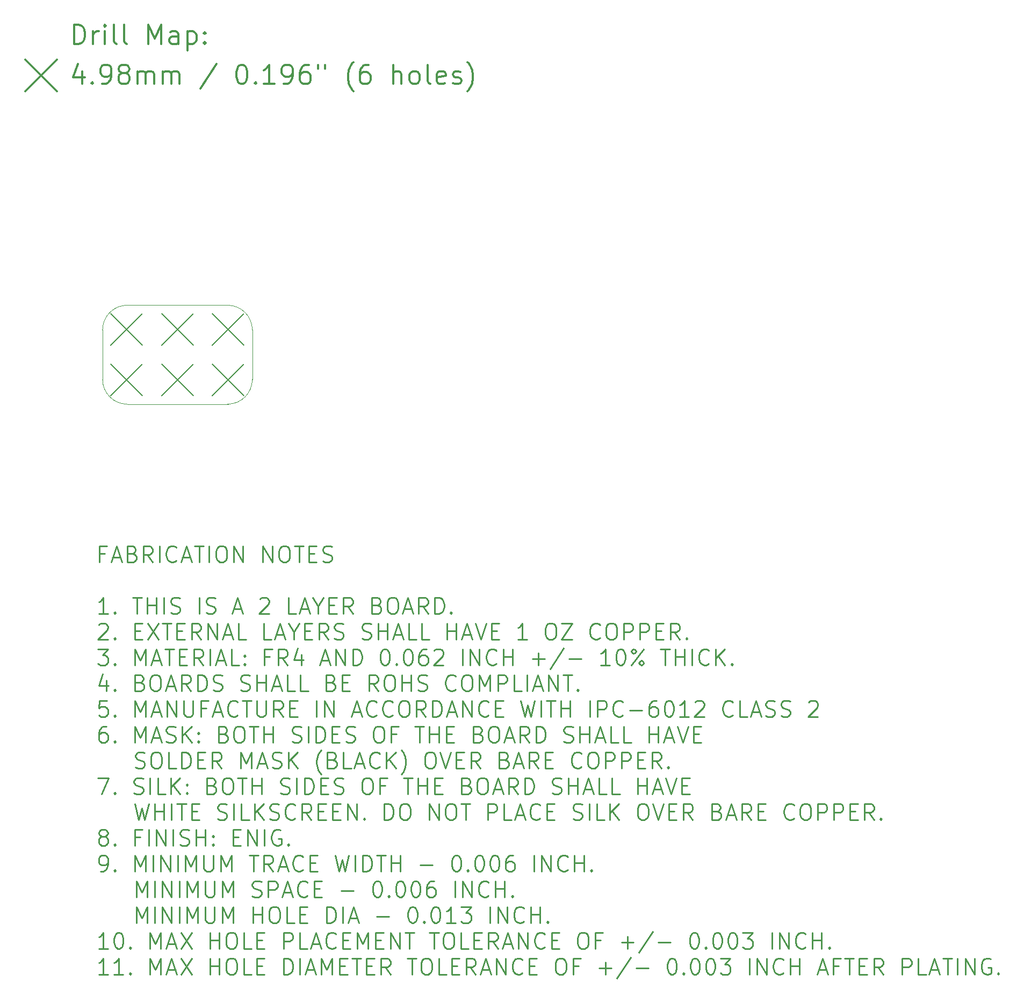
<source format=gbr>
G04 This is an RS-274x file exported by *
G04 gerbv version 2.6.0 *
G04 More information is available about gerbv at *
G04 http://gerbv.gpleda.org/ *
G04 --End of header info--*
%MOIN*%
%FSLAX34Y34*%
%IPPOS*%
G04 --Define apertures--*
%ADD10C,0.0050*%
%ADD11C,0.0079*%
%ADD12C,0.0118*%
%ADD13C,0.0138*%
%ADD14C,0.0016*%
%ADD15C,0.0100*%
G04 --Start main section--*
G54D11*
G01X0003345Y-018570D02*
G01X0005306Y-020530D01*
G01X0005306Y-018570D02*
G01X0003345Y-020530D01*
G01X0003345Y-021719D02*
G01X0005306Y-023680D01*
G01X0005306Y-021719D02*
G01X0003345Y-023680D01*
G01X0006495Y-018570D02*
G01X0008456Y-020530D01*
G01X0008456Y-018570D02*
G01X0006495Y-020530D01*
G01X0006495Y-021719D02*
G01X0008456Y-023680D01*
G01X0008456Y-021719D02*
G01X0006495Y-023680D01*
G01X0009645Y-018570D02*
G01X0011605Y-020530D01*
G01X0011605Y-018570D02*
G01X0009645Y-020530D01*
G01X0009645Y-021719D02*
G01X0011605Y-023680D01*
G01X0011605Y-021719D02*
G01X0009645Y-023680D01*
G54D12*
G01X0001069Y-001834D02*
G01X0001069Y-000652D01*
G01X0001069Y-000652D02*
G01X0001350Y-000652D01*
G01X0001350Y-000652D02*
G01X0001519Y-000709D01*
G01X0001519Y-000709D02*
G01X0001631Y-000821D01*
G01X0001631Y-000821D02*
G01X0001687Y-000934D01*
G01X0001687Y-000934D02*
G01X0001744Y-001159D01*
G01X0001744Y-001159D02*
G01X0001744Y-001327D01*
G01X0001744Y-001327D02*
G01X0001687Y-001552D01*
G01X0001687Y-001552D02*
G01X0001631Y-001665D01*
G01X0001631Y-001665D02*
G01X0001519Y-001777D01*
G01X0001519Y-001777D02*
G01X0001350Y-001834D01*
G01X0001350Y-001834D02*
G01X0001069Y-001834D01*
G01X0002250Y-001834D02*
G01X0002250Y-001046D01*
G01X0002250Y-001271D02*
G01X0002306Y-001159D01*
G01X0002306Y-001159D02*
G01X0002362Y-001102D01*
G01X0002362Y-001102D02*
G01X0002475Y-001046D01*
G01X0002475Y-001046D02*
G01X0002587Y-001046D01*
G01X0002981Y-001834D02*
G01X0002981Y-001046D01*
G01X0002981Y-000652D02*
G01X0002925Y-000709D01*
G01X0002925Y-000709D02*
G01X0002981Y-000765D01*
G01X0002981Y-000765D02*
G01X0003037Y-000709D01*
G01X0003037Y-000709D02*
G01X0002981Y-000652D01*
G01X0002981Y-000652D02*
G01X0002981Y-000765D01*
G01X0003712Y-001834D02*
G01X0003600Y-001777D01*
G01X0003600Y-001777D02*
G01X0003543Y-001665D01*
G01X0003543Y-001665D02*
G01X0003543Y-000652D01*
G01X0004331Y-001834D02*
G01X0004218Y-001777D01*
G01X0004218Y-001777D02*
G01X0004162Y-001665D01*
G01X0004162Y-001665D02*
G01X0004162Y-000652D01*
G01X0005681Y-001834D02*
G01X0005681Y-000652D01*
G01X0005681Y-000652D02*
G01X0006074Y-001496D01*
G01X0006074Y-001496D02*
G01X0006468Y-000652D01*
G01X0006468Y-000652D02*
G01X0006468Y-001834D01*
G01X0007537Y-001834D02*
G01X0007537Y-001215D01*
G01X0007537Y-001215D02*
G01X0007480Y-001102D01*
G01X0007480Y-001102D02*
G01X0007368Y-001046D01*
G01X0007368Y-001046D02*
G01X0007143Y-001046D01*
G01X0007143Y-001046D02*
G01X0007030Y-001102D01*
G01X0007537Y-001777D02*
G01X0007424Y-001834D01*
G01X0007424Y-001834D02*
G01X0007143Y-001834D01*
G01X0007143Y-001834D02*
G01X0007030Y-001777D01*
G01X0007030Y-001777D02*
G01X0006974Y-001665D01*
G01X0006974Y-001665D02*
G01X0006974Y-001552D01*
G01X0006974Y-001552D02*
G01X0007030Y-001440D01*
G01X0007030Y-001440D02*
G01X0007143Y-001384D01*
G01X0007143Y-001384D02*
G01X0007424Y-001384D01*
G01X0007424Y-001384D02*
G01X0007537Y-001327D01*
G01X0008099Y-001046D02*
G01X0008099Y-002227D01*
G01X0008099Y-001102D02*
G01X0008211Y-001046D01*
G01X0008211Y-001046D02*
G01X0008436Y-001046D01*
G01X0008436Y-001046D02*
G01X0008549Y-001102D01*
G01X0008549Y-001102D02*
G01X0008605Y-001159D01*
G01X0008605Y-001159D02*
G01X0008661Y-001271D01*
G01X0008661Y-001271D02*
G01X0008661Y-001609D01*
G01X0008661Y-001609D02*
G01X0008605Y-001721D01*
G01X0008605Y-001721D02*
G01X0008549Y-001777D01*
G01X0008549Y-001777D02*
G01X0008436Y-001834D01*
G01X0008436Y-001834D02*
G01X0008211Y-001834D01*
G01X0008211Y-001834D02*
G01X0008099Y-001777D01*
G01X0009168Y-001721D02*
G01X0009224Y-001777D01*
G01X0009224Y-001777D02*
G01X0009168Y-001834D01*
G01X0009168Y-001834D02*
G01X0009111Y-001777D01*
G01X0009111Y-001777D02*
G01X0009168Y-001721D01*
G01X0009168Y-001721D02*
G01X0009168Y-001834D01*
G01X0009168Y-001102D02*
G01X0009224Y-001159D01*
G01X0009224Y-001159D02*
G01X0009168Y-001215D01*
G01X0009168Y-001215D02*
G01X0009111Y-001159D01*
G01X0009111Y-001159D02*
G01X0009168Y-001102D01*
G01X0009168Y-001102D02*
G01X0009168Y-001215D01*
G01X-001961Y-002799D02*
G01X0000000Y-004760D01*
G01X0000000Y-002799D02*
G01X-001961Y-004760D01*
G01X0001575Y-003526D02*
G01X0001575Y-004314D01*
G01X0001294Y-003076D02*
G01X0001012Y-003920D01*
G01X0001012Y-003920D02*
G01X0001744Y-003920D01*
G01X0002193Y-004201D02*
G01X0002250Y-004258D01*
G01X0002250Y-004258D02*
G01X0002193Y-004314D01*
G01X0002193Y-004314D02*
G01X0002137Y-004258D01*
G01X0002137Y-004258D02*
G01X0002193Y-004201D01*
G01X0002193Y-004201D02*
G01X0002193Y-004314D01*
G01X0002812Y-004314D02*
G01X0003037Y-004314D01*
G01X0003037Y-004314D02*
G01X0003150Y-004258D01*
G01X0003150Y-004258D02*
G01X0003206Y-004201D01*
G01X0003206Y-004201D02*
G01X0003318Y-004033D01*
G01X0003318Y-004033D02*
G01X0003375Y-003808D01*
G01X0003375Y-003808D02*
G01X0003375Y-003358D01*
G01X0003375Y-003358D02*
G01X0003318Y-003245D01*
G01X0003318Y-003245D02*
G01X0003262Y-003189D01*
G01X0003262Y-003189D02*
G01X0003150Y-003133D01*
G01X0003150Y-003133D02*
G01X0002925Y-003133D01*
G01X0002925Y-003133D02*
G01X0002812Y-003189D01*
G01X0002812Y-003189D02*
G01X0002756Y-003245D01*
G01X0002756Y-003245D02*
G01X0002700Y-003358D01*
G01X0002700Y-003358D02*
G01X0002700Y-003639D01*
G01X0002700Y-003639D02*
G01X0002756Y-003751D01*
G01X0002756Y-003751D02*
G01X0002812Y-003808D01*
G01X0002812Y-003808D02*
G01X0002925Y-003864D01*
G01X0002925Y-003864D02*
G01X0003150Y-003864D01*
G01X0003150Y-003864D02*
G01X0003262Y-003808D01*
G01X0003262Y-003808D02*
G01X0003318Y-003751D01*
G01X0003318Y-003751D02*
G01X0003375Y-003639D01*
G01X0004049Y-003639D02*
G01X0003937Y-003583D01*
G01X0003937Y-003583D02*
G01X0003881Y-003526D01*
G01X0003881Y-003526D02*
G01X0003825Y-003414D01*
G01X0003825Y-003414D02*
G01X0003825Y-003358D01*
G01X0003825Y-003358D02*
G01X0003881Y-003245D01*
G01X0003881Y-003245D02*
G01X0003937Y-003189D01*
G01X0003937Y-003189D02*
G01X0004049Y-003133D01*
G01X0004049Y-003133D02*
G01X0004274Y-003133D01*
G01X0004274Y-003133D02*
G01X0004387Y-003189D01*
G01X0004387Y-003189D02*
G01X0004443Y-003245D01*
G01X0004443Y-003245D02*
G01X0004499Y-003358D01*
G01X0004499Y-003358D02*
G01X0004499Y-003414D01*
G01X0004499Y-003414D02*
G01X0004443Y-003526D01*
G01X0004443Y-003526D02*
G01X0004387Y-003583D01*
G01X0004387Y-003583D02*
G01X0004274Y-003639D01*
G01X0004274Y-003639D02*
G01X0004049Y-003639D01*
G01X0004049Y-003639D02*
G01X0003937Y-003695D01*
G01X0003937Y-003695D02*
G01X0003881Y-003751D01*
G01X0003881Y-003751D02*
G01X0003825Y-003864D01*
G01X0003825Y-003864D02*
G01X0003825Y-004089D01*
G01X0003825Y-004089D02*
G01X0003881Y-004201D01*
G01X0003881Y-004201D02*
G01X0003937Y-004258D01*
G01X0003937Y-004258D02*
G01X0004049Y-004314D01*
G01X0004049Y-004314D02*
G01X0004274Y-004314D01*
G01X0004274Y-004314D02*
G01X0004387Y-004258D01*
G01X0004387Y-004258D02*
G01X0004443Y-004201D01*
G01X0004443Y-004201D02*
G01X0004499Y-004089D01*
G01X0004499Y-004089D02*
G01X0004499Y-003864D01*
G01X0004499Y-003864D02*
G01X0004443Y-003751D01*
G01X0004443Y-003751D02*
G01X0004387Y-003695D01*
G01X0004387Y-003695D02*
G01X0004274Y-003639D01*
G01X0005006Y-004314D02*
G01X0005006Y-003526D01*
G01X0005006Y-003639D02*
G01X0005062Y-003583D01*
G01X0005062Y-003583D02*
G01X0005174Y-003526D01*
G01X0005174Y-003526D02*
G01X0005343Y-003526D01*
G01X0005343Y-003526D02*
G01X0005456Y-003583D01*
G01X0005456Y-003583D02*
G01X0005512Y-003695D01*
G01X0005512Y-003695D02*
G01X0005512Y-004314D01*
G01X0005512Y-003695D02*
G01X0005568Y-003583D01*
G01X0005568Y-003583D02*
G01X0005681Y-003526D01*
G01X0005681Y-003526D02*
G01X0005849Y-003526D01*
G01X0005849Y-003526D02*
G01X0005962Y-003583D01*
G01X0005962Y-003583D02*
G01X0006018Y-003695D01*
G01X0006018Y-003695D02*
G01X0006018Y-004314D01*
G01X0006580Y-004314D02*
G01X0006580Y-003526D01*
G01X0006580Y-003639D02*
G01X0006637Y-003583D01*
G01X0006637Y-003583D02*
G01X0006749Y-003526D01*
G01X0006749Y-003526D02*
G01X0006918Y-003526D01*
G01X0006918Y-003526D02*
G01X0007030Y-003583D01*
G01X0007030Y-003583D02*
G01X0007087Y-003695D01*
G01X0007087Y-003695D02*
G01X0007087Y-004314D01*
G01X0007087Y-003695D02*
G01X0007143Y-003583D01*
G01X0007143Y-003583D02*
G01X0007255Y-003526D01*
G01X0007255Y-003526D02*
G01X0007424Y-003526D01*
G01X0007424Y-003526D02*
G01X0007537Y-003583D01*
G01X0007537Y-003583D02*
G01X0007593Y-003695D01*
G01X0007593Y-003695D02*
G01X0007593Y-004314D01*
G01X0009899Y-003076D02*
G01X0008886Y-004595D01*
G01X0011417Y-003133D02*
G01X0011530Y-003133D01*
G01X0011530Y-003133D02*
G01X0011642Y-003189D01*
G01X0011642Y-003189D02*
G01X0011699Y-003245D01*
G01X0011699Y-003245D02*
G01X0011755Y-003358D01*
G01X0011755Y-003358D02*
G01X0011811Y-003583D01*
G01X0011811Y-003583D02*
G01X0011811Y-003864D01*
G01X0011811Y-003864D02*
G01X0011755Y-004089D01*
G01X0011755Y-004089D02*
G01X0011699Y-004201D01*
G01X0011699Y-004201D02*
G01X0011642Y-004258D01*
G01X0011642Y-004258D02*
G01X0011530Y-004314D01*
G01X0011530Y-004314D02*
G01X0011417Y-004314D01*
G01X0011417Y-004314D02*
G01X0011305Y-004258D01*
G01X0011305Y-004258D02*
G01X0011249Y-004201D01*
G01X0011249Y-004201D02*
G01X0011192Y-004089D01*
G01X0011192Y-004089D02*
G01X0011136Y-003864D01*
G01X0011136Y-003864D02*
G01X0011136Y-003583D01*
G01X0011136Y-003583D02*
G01X0011192Y-003358D01*
G01X0011192Y-003358D02*
G01X0011249Y-003245D01*
G01X0011249Y-003245D02*
G01X0011305Y-003189D01*
G01X0011305Y-003189D02*
G01X0011417Y-003133D01*
G01X0012317Y-004201D02*
G01X0012373Y-004258D01*
G01X0012373Y-004258D02*
G01X0012317Y-004314D01*
G01X0012317Y-004314D02*
G01X0012261Y-004258D01*
G01X0012261Y-004258D02*
G01X0012317Y-004201D01*
G01X0012317Y-004201D02*
G01X0012317Y-004314D01*
G01X0013498Y-004314D02*
G01X0012823Y-004314D01*
G01X0013161Y-004314D02*
G01X0013161Y-003133D01*
G01X0013161Y-003133D02*
G01X0013048Y-003301D01*
G01X0013048Y-003301D02*
G01X0012936Y-003414D01*
G01X0012936Y-003414D02*
G01X0012823Y-003470D01*
G01X0014061Y-004314D02*
G01X0014286Y-004314D01*
G01X0014286Y-004314D02*
G01X0014398Y-004258D01*
G01X0014398Y-004258D02*
G01X0014454Y-004201D01*
G01X0014454Y-004201D02*
G01X0014567Y-004033D01*
G01X0014567Y-004033D02*
G01X0014623Y-003808D01*
G01X0014623Y-003808D02*
G01X0014623Y-003358D01*
G01X0014623Y-003358D02*
G01X0014567Y-003245D01*
G01X0014567Y-003245D02*
G01X0014511Y-003189D01*
G01X0014511Y-003189D02*
G01X0014398Y-003133D01*
G01X0014398Y-003133D02*
G01X0014173Y-003133D01*
G01X0014173Y-003133D02*
G01X0014061Y-003189D01*
G01X0014061Y-003189D02*
G01X0014005Y-003245D01*
G01X0014005Y-003245D02*
G01X0013948Y-003358D01*
G01X0013948Y-003358D02*
G01X0013948Y-003639D01*
G01X0013948Y-003639D02*
G01X0014005Y-003751D01*
G01X0014005Y-003751D02*
G01X0014061Y-003808D01*
G01X0014061Y-003808D02*
G01X0014173Y-003864D01*
G01X0014173Y-003864D02*
G01X0014398Y-003864D01*
G01X0014398Y-003864D02*
G01X0014511Y-003808D01*
G01X0014511Y-003808D02*
G01X0014567Y-003751D01*
G01X0014567Y-003751D02*
G01X0014623Y-003639D01*
G01X0015636Y-003133D02*
G01X0015411Y-003133D01*
G01X0015411Y-003133D02*
G01X0015298Y-003189D01*
G01X0015298Y-003189D02*
G01X0015242Y-003245D01*
G01X0015242Y-003245D02*
G01X0015129Y-003414D01*
G01X0015129Y-003414D02*
G01X0015073Y-003639D01*
G01X0015073Y-003639D02*
G01X0015073Y-004089D01*
G01X0015073Y-004089D02*
G01X0015129Y-004201D01*
G01X0015129Y-004201D02*
G01X0015186Y-004258D01*
G01X0015186Y-004258D02*
G01X0015298Y-004314D01*
G01X0015298Y-004314D02*
G01X0015523Y-004314D01*
G01X0015523Y-004314D02*
G01X0015636Y-004258D01*
G01X0015636Y-004258D02*
G01X0015692Y-004201D01*
G01X0015692Y-004201D02*
G01X0015748Y-004089D01*
G01X0015748Y-004089D02*
G01X0015748Y-003808D01*
G01X0015748Y-003808D02*
G01X0015692Y-003695D01*
G01X0015692Y-003695D02*
G01X0015636Y-003639D01*
G01X0015636Y-003639D02*
G01X0015523Y-003583D01*
G01X0015523Y-003583D02*
G01X0015298Y-003583D01*
G01X0015298Y-003583D02*
G01X0015186Y-003639D01*
G01X0015186Y-003639D02*
G01X0015129Y-003695D01*
G01X0015129Y-003695D02*
G01X0015073Y-003808D01*
G01X0016198Y-003133D02*
G01X0016198Y-003358D01*
G01X0016648Y-003133D02*
G01X0016648Y-003358D01*
G01X0018391Y-004764D02*
G01X0018335Y-004708D01*
G01X0018335Y-004708D02*
G01X0018223Y-004539D01*
G01X0018223Y-004539D02*
G01X0018166Y-004426D01*
G01X0018166Y-004426D02*
G01X0018110Y-004258D01*
G01X0018110Y-004258D02*
G01X0018054Y-003976D01*
G01X0018054Y-003976D02*
G01X0018054Y-003751D01*
G01X0018054Y-003751D02*
G01X0018110Y-003470D01*
G01X0018110Y-003470D02*
G01X0018166Y-003301D01*
G01X0018166Y-003301D02*
G01X0018223Y-003189D01*
G01X0018223Y-003189D02*
G01X0018335Y-003020D01*
G01X0018335Y-003020D02*
G01X0018391Y-002964D01*
G01X0019348Y-003133D02*
G01X0019123Y-003133D01*
G01X0019123Y-003133D02*
G01X0019010Y-003189D01*
G01X0019010Y-003189D02*
G01X0018954Y-003245D01*
G01X0018954Y-003245D02*
G01X0018841Y-003414D01*
G01X0018841Y-003414D02*
G01X0018785Y-003639D01*
G01X0018785Y-003639D02*
G01X0018785Y-004089D01*
G01X0018785Y-004089D02*
G01X0018841Y-004201D01*
G01X0018841Y-004201D02*
G01X0018898Y-004258D01*
G01X0018898Y-004258D02*
G01X0019010Y-004314D01*
G01X0019010Y-004314D02*
G01X0019235Y-004314D01*
G01X0019235Y-004314D02*
G01X0019348Y-004258D01*
G01X0019348Y-004258D02*
G01X0019404Y-004201D01*
G01X0019404Y-004201D02*
G01X0019460Y-004089D01*
G01X0019460Y-004089D02*
G01X0019460Y-003808D01*
G01X0019460Y-003808D02*
G01X0019404Y-003695D01*
G01X0019404Y-003695D02*
G01X0019348Y-003639D01*
G01X0019348Y-003639D02*
G01X0019235Y-003583D01*
G01X0019235Y-003583D02*
G01X0019010Y-003583D01*
G01X0019010Y-003583D02*
G01X0018898Y-003639D01*
G01X0018898Y-003639D02*
G01X0018841Y-003695D01*
G01X0018841Y-003695D02*
G01X0018785Y-003808D01*
G01X0020866Y-004314D02*
G01X0020866Y-003133D01*
G01X0021372Y-004314D02*
G01X0021372Y-003695D01*
G01X0021372Y-003695D02*
G01X0021316Y-003583D01*
G01X0021316Y-003583D02*
G01X0021204Y-003526D01*
G01X0021204Y-003526D02*
G01X0021035Y-003526D01*
G01X0021035Y-003526D02*
G01X0020922Y-003583D01*
G01X0020922Y-003583D02*
G01X0020866Y-003639D01*
G01X0022103Y-004314D02*
G01X0021991Y-004258D01*
G01X0021991Y-004258D02*
G01X0021935Y-004201D01*
G01X0021935Y-004201D02*
G01X0021879Y-004089D01*
G01X0021879Y-004089D02*
G01X0021879Y-003751D01*
G01X0021879Y-003751D02*
G01X0021935Y-003639D01*
G01X0021935Y-003639D02*
G01X0021991Y-003583D01*
G01X0021991Y-003583D02*
G01X0022103Y-003526D01*
G01X0022103Y-003526D02*
G01X0022272Y-003526D01*
G01X0022272Y-003526D02*
G01X0022385Y-003583D01*
G01X0022385Y-003583D02*
G01X0022441Y-003639D01*
G01X0022441Y-003639D02*
G01X0022497Y-003751D01*
G01X0022497Y-003751D02*
G01X0022497Y-004089D01*
G01X0022497Y-004089D02*
G01X0022441Y-004201D01*
G01X0022441Y-004201D02*
G01X0022385Y-004258D01*
G01X0022385Y-004258D02*
G01X0022272Y-004314D01*
G01X0022272Y-004314D02*
G01X0022103Y-004314D01*
G01X0023172Y-004314D02*
G01X0023060Y-004258D01*
G01X0023060Y-004258D02*
G01X0023003Y-004145D01*
G01X0023003Y-004145D02*
G01X0023003Y-003133D01*
G01X0024072Y-004258D02*
G01X0023960Y-004314D01*
G01X0023960Y-004314D02*
G01X0023735Y-004314D01*
G01X0023735Y-004314D02*
G01X0023622Y-004258D01*
G01X0023622Y-004258D02*
G01X0023566Y-004145D01*
G01X0023566Y-004145D02*
G01X0023566Y-003695D01*
G01X0023566Y-003695D02*
G01X0023622Y-003583D01*
G01X0023622Y-003583D02*
G01X0023735Y-003526D01*
G01X0023735Y-003526D02*
G01X0023960Y-003526D01*
G01X0023960Y-003526D02*
G01X0024072Y-003583D01*
G01X0024072Y-003583D02*
G01X0024128Y-003695D01*
G01X0024128Y-003695D02*
G01X0024128Y-003808D01*
G01X0024128Y-003808D02*
G01X0023566Y-003920D01*
G01X0024578Y-004258D02*
G01X0024691Y-004314D01*
G01X0024691Y-004314D02*
G01X0024916Y-004314D01*
G01X0024916Y-004314D02*
G01X0025028Y-004258D01*
G01X0025028Y-004258D02*
G01X0025084Y-004145D01*
G01X0025084Y-004145D02*
G01X0025084Y-004089D01*
G01X0025084Y-004089D02*
G01X0025028Y-003976D01*
G01X0025028Y-003976D02*
G01X0024916Y-003920D01*
G01X0024916Y-003920D02*
G01X0024747Y-003920D01*
G01X0024747Y-003920D02*
G01X0024634Y-003864D01*
G01X0024634Y-003864D02*
G01X0024578Y-003751D01*
G01X0024578Y-003751D02*
G01X0024578Y-003695D01*
G01X0024578Y-003695D02*
G01X0024634Y-003583D01*
G01X0024634Y-003583D02*
G01X0024747Y-003526D01*
G01X0024747Y-003526D02*
G01X0024916Y-003526D01*
G01X0024916Y-003526D02*
G01X0025028Y-003583D01*
G01X0025478Y-004764D02*
G01X0025534Y-004708D01*
G01X0025534Y-004708D02*
G01X0025647Y-004539D01*
G01X0025647Y-004539D02*
G01X0025703Y-004426D01*
G01X0025703Y-004426D02*
G01X0025759Y-004258D01*
G01X0025759Y-004258D02*
G01X0025816Y-003976D01*
G01X0025816Y-003976D02*
G01X0025816Y-003751D01*
G01X0025816Y-003751D02*
G01X0025759Y-003470D01*
G01X0025759Y-003470D02*
G01X0025703Y-003301D01*
G01X0025703Y-003301D02*
G01X0025647Y-003189D01*
G01X0025647Y-003189D02*
G01X0025534Y-003020D01*
G01X0025534Y-003020D02*
G01X0025478Y-002964D01*
G01X0000000Y0000000D02*
G54D14*
G01X0010625Y-018054D02*
G01X0004365Y-018054D01*
G01X0010625Y-024196D02*
G01X0004365Y-024196D01*
G01X0012121Y-022660D02*
G01X0012121Y-019589D01*
G01X0002830Y-022660D02*
G01X0002830Y-019589D01*
G01X0012121Y-019589D02*
G75*
G03X0010586Y-018054I-001535J0000000D01*
G01X0010586Y-024196D02*
G75*
G03X0012121Y-022660I0000000J0001535D01*
G01X0002830Y-022660D02*
G75*
G03X0004365Y-024196I0001535J0000000D01*
G01X0004365Y-018054D02*
G75*
G03X0002830Y-019589I0000000J-001535D01*
G01X0000000Y0000000D02*
G54D15*
G01X0002971Y-033479D02*
G01X0002638Y-033479D01*
G01X0002638Y-034002D02*
G01X0002638Y-033002D01*
G01X0002638Y-033002D02*
G01X0003114Y-033002D01*
G01X0003448Y-033717D02*
G01X0003924Y-033717D01*
G01X0003352Y-034002D02*
G01X0003686Y-033002D01*
G01X0003686Y-033002D02*
G01X0004019Y-034002D01*
G01X0004686Y-033479D02*
G01X0004829Y-033526D01*
G01X0004829Y-033526D02*
G01X0004876Y-033574D01*
G01X0004876Y-033574D02*
G01X0004924Y-033669D01*
G01X0004924Y-033669D02*
G01X0004924Y-033812D01*
G01X0004924Y-033812D02*
G01X0004876Y-033907D01*
G01X0004876Y-033907D02*
G01X0004829Y-033955D01*
G01X0004829Y-033955D02*
G01X0004733Y-034002D01*
G01X0004733Y-034002D02*
G01X0004352Y-034002D01*
G01X0004352Y-034002D02*
G01X0004352Y-033002D01*
G01X0004352Y-033002D02*
G01X0004686Y-033002D01*
G01X0004686Y-033002D02*
G01X0004781Y-033050D01*
G01X0004781Y-033050D02*
G01X0004829Y-033098D01*
G01X0004829Y-033098D02*
G01X0004876Y-033193D01*
G01X0004876Y-033193D02*
G01X0004876Y-033288D01*
G01X0004876Y-033288D02*
G01X0004829Y-033383D01*
G01X0004829Y-033383D02*
G01X0004781Y-033431D01*
G01X0004781Y-033431D02*
G01X0004686Y-033479D01*
G01X0004686Y-033479D02*
G01X0004352Y-033479D01*
G01X0005924Y-034002D02*
G01X0005590Y-033526D01*
G01X0005352Y-034002D02*
G01X0005352Y-033002D01*
G01X0005352Y-033002D02*
G01X0005733Y-033002D01*
G01X0005733Y-033002D02*
G01X0005829Y-033050D01*
G01X0005829Y-033050D02*
G01X0005876Y-033098D01*
G01X0005876Y-033098D02*
G01X0005924Y-033193D01*
G01X0005924Y-033193D02*
G01X0005924Y-033336D01*
G01X0005924Y-033336D02*
G01X0005876Y-033431D01*
G01X0005876Y-033431D02*
G01X0005829Y-033479D01*
G01X0005829Y-033479D02*
G01X0005733Y-033526D01*
G01X0005733Y-033526D02*
G01X0005352Y-033526D01*
G01X0006352Y-034002D02*
G01X0006352Y-033002D01*
G01X0007400Y-033907D02*
G01X0007352Y-033955D01*
G01X0007352Y-033955D02*
G01X0007210Y-034002D01*
G01X0007210Y-034002D02*
G01X0007114Y-034002D01*
G01X0007114Y-034002D02*
G01X0006971Y-033955D01*
G01X0006971Y-033955D02*
G01X0006876Y-033860D01*
G01X0006876Y-033860D02*
G01X0006829Y-033764D01*
G01X0006829Y-033764D02*
G01X0006781Y-033574D01*
G01X0006781Y-033574D02*
G01X0006781Y-033431D01*
G01X0006781Y-033431D02*
G01X0006829Y-033240D01*
G01X0006829Y-033240D02*
G01X0006876Y-033145D01*
G01X0006876Y-033145D02*
G01X0006971Y-033050D01*
G01X0006971Y-033050D02*
G01X0007114Y-033002D01*
G01X0007114Y-033002D02*
G01X0007210Y-033002D01*
G01X0007210Y-033002D02*
G01X0007352Y-033050D01*
G01X0007352Y-033050D02*
G01X0007400Y-033098D01*
G01X0007781Y-033717D02*
G01X0008257Y-033717D01*
G01X0007686Y-034002D02*
G01X0008019Y-033002D01*
G01X0008019Y-033002D02*
G01X0008352Y-034002D01*
G01X0008543Y-033002D02*
G01X0009114Y-033002D01*
G01X0008829Y-034002D02*
G01X0008829Y-033002D01*
G01X0009448Y-034002D02*
G01X0009448Y-033002D01*
G01X0010114Y-033002D02*
G01X0010305Y-033002D01*
G01X0010305Y-033002D02*
G01X0010400Y-033050D01*
G01X0010400Y-033050D02*
G01X0010495Y-033145D01*
G01X0010495Y-033145D02*
G01X0010543Y-033336D01*
G01X0010543Y-033336D02*
G01X0010543Y-033669D01*
G01X0010543Y-033669D02*
G01X0010495Y-033860D01*
G01X0010495Y-033860D02*
G01X0010400Y-033955D01*
G01X0010400Y-033955D02*
G01X0010305Y-034002D01*
G01X0010305Y-034002D02*
G01X0010114Y-034002D01*
G01X0010114Y-034002D02*
G01X0010019Y-033955D01*
G01X0010019Y-033955D02*
G01X0009924Y-033860D01*
G01X0009924Y-033860D02*
G01X0009876Y-033669D01*
G01X0009876Y-033669D02*
G01X0009876Y-033336D01*
G01X0009876Y-033336D02*
G01X0009924Y-033145D01*
G01X0009924Y-033145D02*
G01X0010019Y-033050D01*
G01X0010019Y-033050D02*
G01X0010114Y-033002D01*
G01X0010971Y-034002D02*
G01X0010971Y-033002D01*
G01X0010971Y-033002D02*
G01X0011543Y-034002D01*
G01X0011543Y-034002D02*
G01X0011543Y-033002D01*
G01X0012781Y-034002D02*
G01X0012781Y-033002D01*
G01X0012781Y-033002D02*
G01X0013352Y-034002D01*
G01X0013352Y-034002D02*
G01X0013352Y-033002D01*
G01X0014019Y-033002D02*
G01X0014210Y-033002D01*
G01X0014210Y-033002D02*
G01X0014305Y-033050D01*
G01X0014305Y-033050D02*
G01X0014400Y-033145D01*
G01X0014400Y-033145D02*
G01X0014448Y-033336D01*
G01X0014448Y-033336D02*
G01X0014448Y-033669D01*
G01X0014448Y-033669D02*
G01X0014400Y-033860D01*
G01X0014400Y-033860D02*
G01X0014305Y-033955D01*
G01X0014305Y-033955D02*
G01X0014210Y-034002D01*
G01X0014210Y-034002D02*
G01X0014019Y-034002D01*
G01X0014019Y-034002D02*
G01X0013924Y-033955D01*
G01X0013924Y-033955D02*
G01X0013829Y-033860D01*
G01X0013829Y-033860D02*
G01X0013781Y-033669D01*
G01X0013781Y-033669D02*
G01X0013781Y-033336D01*
G01X0013781Y-033336D02*
G01X0013829Y-033145D01*
G01X0013829Y-033145D02*
G01X0013924Y-033050D01*
G01X0013924Y-033050D02*
G01X0014019Y-033002D01*
G01X0014733Y-033002D02*
G01X0015305Y-033002D01*
G01X0015019Y-034002D02*
G01X0015019Y-033002D01*
G01X0015638Y-033479D02*
G01X0015971Y-033479D01*
G01X0016114Y-034002D02*
G01X0015638Y-034002D01*
G01X0015638Y-034002D02*
G01X0015638Y-033002D01*
G01X0015638Y-033002D02*
G01X0016114Y-033002D01*
G01X0016495Y-033955D02*
G01X0016638Y-034002D01*
G01X0016638Y-034002D02*
G01X0016876Y-034002D01*
G01X0016876Y-034002D02*
G01X0016971Y-033955D01*
G01X0016971Y-033955D02*
G01X0017019Y-033907D01*
G01X0017019Y-033907D02*
G01X0017067Y-033812D01*
G01X0017067Y-033812D02*
G01X0017067Y-033717D01*
G01X0017067Y-033717D02*
G01X0017019Y-033621D01*
G01X0017019Y-033621D02*
G01X0016971Y-033574D01*
G01X0016971Y-033574D02*
G01X0016876Y-033526D01*
G01X0016876Y-033526D02*
G01X0016686Y-033479D01*
G01X0016686Y-033479D02*
G01X0016590Y-033431D01*
G01X0016590Y-033431D02*
G01X0016543Y-033383D01*
G01X0016543Y-033383D02*
G01X0016495Y-033288D01*
G01X0016495Y-033288D02*
G01X0016495Y-033193D01*
G01X0016495Y-033193D02*
G01X0016543Y-033098D01*
G01X0016543Y-033098D02*
G01X0016590Y-033050D01*
G01X0016590Y-033050D02*
G01X0016686Y-033002D01*
G01X0016686Y-033002D02*
G01X0016924Y-033002D01*
G01X0016924Y-033002D02*
G01X0017067Y-033050D01*
G01X0003162Y-037202D02*
G01X0002590Y-037202D01*
G01X0002876Y-037202D02*
G01X0002876Y-036202D01*
G01X0002876Y-036202D02*
G01X0002781Y-036345D01*
G01X0002781Y-036345D02*
G01X0002686Y-036440D01*
G01X0002686Y-036440D02*
G01X0002590Y-036488D01*
G01X0003590Y-037107D02*
G01X0003638Y-037155D01*
G01X0003638Y-037155D02*
G01X0003590Y-037202D01*
G01X0003590Y-037202D02*
G01X0003543Y-037155D01*
G01X0003543Y-037155D02*
G01X0003590Y-037107D01*
G01X0003590Y-037107D02*
G01X0003590Y-037202D01*
G01X0004686Y-036202D02*
G01X0005257Y-036202D01*
G01X0004971Y-037202D02*
G01X0004971Y-036202D01*
G01X0005590Y-037202D02*
G01X0005590Y-036202D01*
G01X0005590Y-036679D02*
G01X0006162Y-036679D01*
G01X0006162Y-037202D02*
G01X0006162Y-036202D01*
G01X0006638Y-037202D02*
G01X0006638Y-036202D01*
G01X0007067Y-037155D02*
G01X0007210Y-037202D01*
G01X0007210Y-037202D02*
G01X0007448Y-037202D01*
G01X0007448Y-037202D02*
G01X0007543Y-037155D01*
G01X0007543Y-037155D02*
G01X0007590Y-037107D01*
G01X0007590Y-037107D02*
G01X0007638Y-037012D01*
G01X0007638Y-037012D02*
G01X0007638Y-036917D01*
G01X0007638Y-036917D02*
G01X0007590Y-036821D01*
G01X0007590Y-036821D02*
G01X0007543Y-036774D01*
G01X0007543Y-036774D02*
G01X0007448Y-036726D01*
G01X0007448Y-036726D02*
G01X0007257Y-036679D01*
G01X0007257Y-036679D02*
G01X0007162Y-036631D01*
G01X0007162Y-036631D02*
G01X0007114Y-036583D01*
G01X0007114Y-036583D02*
G01X0007067Y-036488D01*
G01X0007067Y-036488D02*
G01X0007067Y-036393D01*
G01X0007067Y-036393D02*
G01X0007114Y-036298D01*
G01X0007114Y-036298D02*
G01X0007162Y-036250D01*
G01X0007162Y-036250D02*
G01X0007257Y-036202D01*
G01X0007257Y-036202D02*
G01X0007495Y-036202D01*
G01X0007495Y-036202D02*
G01X0007638Y-036250D01*
G01X0008829Y-037202D02*
G01X0008829Y-036202D01*
G01X0009257Y-037155D02*
G01X0009400Y-037202D01*
G01X0009400Y-037202D02*
G01X0009638Y-037202D01*
G01X0009638Y-037202D02*
G01X0009733Y-037155D01*
G01X0009733Y-037155D02*
G01X0009781Y-037107D01*
G01X0009781Y-037107D02*
G01X0009829Y-037012D01*
G01X0009829Y-037012D02*
G01X0009829Y-036917D01*
G01X0009829Y-036917D02*
G01X0009781Y-036821D01*
G01X0009781Y-036821D02*
G01X0009733Y-036774D01*
G01X0009733Y-036774D02*
G01X0009638Y-036726D01*
G01X0009638Y-036726D02*
G01X0009448Y-036679D01*
G01X0009448Y-036679D02*
G01X0009352Y-036631D01*
G01X0009352Y-036631D02*
G01X0009305Y-036583D01*
G01X0009305Y-036583D02*
G01X0009257Y-036488D01*
G01X0009257Y-036488D02*
G01X0009257Y-036393D01*
G01X0009257Y-036393D02*
G01X0009305Y-036298D01*
G01X0009305Y-036298D02*
G01X0009352Y-036250D01*
G01X0009352Y-036250D02*
G01X0009448Y-036202D01*
G01X0009448Y-036202D02*
G01X0009686Y-036202D01*
G01X0009686Y-036202D02*
G01X0009829Y-036250D01*
G01X0010971Y-036917D02*
G01X0011448Y-036917D01*
G01X0010876Y-037202D02*
G01X0011210Y-036202D01*
G01X0011210Y-036202D02*
G01X0011543Y-037202D01*
G01X0012590Y-036298D02*
G01X0012638Y-036250D01*
G01X0012638Y-036250D02*
G01X0012733Y-036202D01*
G01X0012733Y-036202D02*
G01X0012971Y-036202D01*
G01X0012971Y-036202D02*
G01X0013067Y-036250D01*
G01X0013067Y-036250D02*
G01X0013114Y-036298D01*
G01X0013114Y-036298D02*
G01X0013162Y-036393D01*
G01X0013162Y-036393D02*
G01X0013162Y-036488D01*
G01X0013162Y-036488D02*
G01X0013114Y-036631D01*
G01X0013114Y-036631D02*
G01X0012543Y-037202D01*
G01X0012543Y-037202D02*
G01X0013162Y-037202D01*
G01X0014829Y-037202D02*
G01X0014352Y-037202D01*
G01X0014352Y-037202D02*
G01X0014352Y-036202D01*
G01X0015114Y-036917D02*
G01X0015590Y-036917D01*
G01X0015019Y-037202D02*
G01X0015352Y-036202D01*
G01X0015352Y-036202D02*
G01X0015686Y-037202D01*
G01X0016210Y-036726D02*
G01X0016210Y-037202D01*
G01X0015876Y-036202D02*
G01X0016210Y-036726D01*
G01X0016210Y-036726D02*
G01X0016543Y-036202D01*
G01X0016876Y-036679D02*
G01X0017210Y-036679D01*
G01X0017352Y-037202D02*
G01X0016876Y-037202D01*
G01X0016876Y-037202D02*
G01X0016876Y-036202D01*
G01X0016876Y-036202D02*
G01X0017352Y-036202D01*
G01X0018352Y-037202D02*
G01X0018019Y-036726D01*
G01X0017781Y-037202D02*
G01X0017781Y-036202D01*
G01X0017781Y-036202D02*
G01X0018162Y-036202D01*
G01X0018162Y-036202D02*
G01X0018257Y-036250D01*
G01X0018257Y-036250D02*
G01X0018305Y-036298D01*
G01X0018305Y-036298D02*
G01X0018352Y-036393D01*
G01X0018352Y-036393D02*
G01X0018352Y-036536D01*
G01X0018352Y-036536D02*
G01X0018305Y-036631D01*
G01X0018305Y-036631D02*
G01X0018257Y-036679D01*
G01X0018257Y-036679D02*
G01X0018162Y-036726D01*
G01X0018162Y-036726D02*
G01X0017781Y-036726D01*
G01X0019876Y-036679D02*
G01X0020019Y-036726D01*
G01X0020019Y-036726D02*
G01X0020067Y-036774D01*
G01X0020067Y-036774D02*
G01X0020114Y-036869D01*
G01X0020114Y-036869D02*
G01X0020114Y-037012D01*
G01X0020114Y-037012D02*
G01X0020067Y-037107D01*
G01X0020067Y-037107D02*
G01X0020019Y-037155D01*
G01X0020019Y-037155D02*
G01X0019924Y-037202D01*
G01X0019924Y-037202D02*
G01X0019543Y-037202D01*
G01X0019543Y-037202D02*
G01X0019543Y-036202D01*
G01X0019543Y-036202D02*
G01X0019876Y-036202D01*
G01X0019876Y-036202D02*
G01X0019971Y-036250D01*
G01X0019971Y-036250D02*
G01X0020019Y-036298D01*
G01X0020019Y-036298D02*
G01X0020067Y-036393D01*
G01X0020067Y-036393D02*
G01X0020067Y-036488D01*
G01X0020067Y-036488D02*
G01X0020019Y-036583D01*
G01X0020019Y-036583D02*
G01X0019971Y-036631D01*
G01X0019971Y-036631D02*
G01X0019876Y-036679D01*
G01X0019876Y-036679D02*
G01X0019543Y-036679D01*
G01X0020733Y-036202D02*
G01X0020924Y-036202D01*
G01X0020924Y-036202D02*
G01X0021019Y-036250D01*
G01X0021019Y-036250D02*
G01X0021114Y-036345D01*
G01X0021114Y-036345D02*
G01X0021162Y-036536D01*
G01X0021162Y-036536D02*
G01X0021162Y-036869D01*
G01X0021162Y-036869D02*
G01X0021114Y-037060D01*
G01X0021114Y-037060D02*
G01X0021019Y-037155D01*
G01X0021019Y-037155D02*
G01X0020924Y-037202D01*
G01X0020924Y-037202D02*
G01X0020733Y-037202D01*
G01X0020733Y-037202D02*
G01X0020638Y-037155D01*
G01X0020638Y-037155D02*
G01X0020543Y-037060D01*
G01X0020543Y-037060D02*
G01X0020495Y-036869D01*
G01X0020495Y-036869D02*
G01X0020495Y-036536D01*
G01X0020495Y-036536D02*
G01X0020543Y-036345D01*
G01X0020543Y-036345D02*
G01X0020638Y-036250D01*
G01X0020638Y-036250D02*
G01X0020733Y-036202D01*
G01X0021543Y-036917D02*
G01X0022019Y-036917D01*
G01X0021448Y-037202D02*
G01X0021781Y-036202D01*
G01X0021781Y-036202D02*
G01X0022114Y-037202D01*
G01X0023019Y-037202D02*
G01X0022686Y-036726D01*
G01X0022448Y-037202D02*
G01X0022448Y-036202D01*
G01X0022448Y-036202D02*
G01X0022829Y-036202D01*
G01X0022829Y-036202D02*
G01X0022924Y-036250D01*
G01X0022924Y-036250D02*
G01X0022971Y-036298D01*
G01X0022971Y-036298D02*
G01X0023019Y-036393D01*
G01X0023019Y-036393D02*
G01X0023019Y-036536D01*
G01X0023019Y-036536D02*
G01X0022971Y-036631D01*
G01X0022971Y-036631D02*
G01X0022924Y-036679D01*
G01X0022924Y-036679D02*
G01X0022829Y-036726D01*
G01X0022829Y-036726D02*
G01X0022448Y-036726D01*
G01X0023448Y-037202D02*
G01X0023448Y-036202D01*
G01X0023448Y-036202D02*
G01X0023686Y-036202D01*
G01X0023686Y-036202D02*
G01X0023829Y-036250D01*
G01X0023829Y-036250D02*
G01X0023924Y-036345D01*
G01X0023924Y-036345D02*
G01X0023971Y-036440D01*
G01X0023971Y-036440D02*
G01X0024019Y-036631D01*
G01X0024019Y-036631D02*
G01X0024019Y-036774D01*
G01X0024019Y-036774D02*
G01X0023971Y-036964D01*
G01X0023971Y-036964D02*
G01X0023924Y-037060D01*
G01X0023924Y-037060D02*
G01X0023829Y-037155D01*
G01X0023829Y-037155D02*
G01X0023686Y-037202D01*
G01X0023686Y-037202D02*
G01X0023448Y-037202D01*
G01X0024448Y-037107D02*
G01X0024495Y-037155D01*
G01X0024495Y-037155D02*
G01X0024448Y-037202D01*
G01X0024448Y-037202D02*
G01X0024400Y-037155D01*
G01X0024400Y-037155D02*
G01X0024448Y-037107D01*
G01X0024448Y-037107D02*
G01X0024448Y-037202D01*
G01X0002590Y-037898D02*
G01X0002638Y-037850D01*
G01X0002638Y-037850D02*
G01X0002733Y-037802D01*
G01X0002733Y-037802D02*
G01X0002971Y-037802D01*
G01X0002971Y-037802D02*
G01X0003067Y-037850D01*
G01X0003067Y-037850D02*
G01X0003114Y-037898D01*
G01X0003114Y-037898D02*
G01X0003162Y-037993D01*
G01X0003162Y-037993D02*
G01X0003162Y-038088D01*
G01X0003162Y-038088D02*
G01X0003114Y-038231D01*
G01X0003114Y-038231D02*
G01X0002543Y-038802D01*
G01X0002543Y-038802D02*
G01X0003162Y-038802D01*
G01X0003590Y-038707D02*
G01X0003638Y-038755D01*
G01X0003638Y-038755D02*
G01X0003590Y-038802D01*
G01X0003590Y-038802D02*
G01X0003543Y-038755D01*
G01X0003543Y-038755D02*
G01X0003590Y-038707D01*
G01X0003590Y-038707D02*
G01X0003590Y-038802D01*
G01X0004829Y-038279D02*
G01X0005162Y-038279D01*
G01X0005305Y-038802D02*
G01X0004829Y-038802D01*
G01X0004829Y-038802D02*
G01X0004829Y-037802D01*
G01X0004829Y-037802D02*
G01X0005305Y-037802D01*
G01X0005638Y-037802D02*
G01X0006305Y-038802D01*
G01X0006305Y-037802D02*
G01X0005638Y-038802D01*
G01X0006543Y-037802D02*
G01X0007114Y-037802D01*
G01X0006829Y-038802D02*
G01X0006829Y-037802D01*
G01X0007448Y-038279D02*
G01X0007781Y-038279D01*
G01X0007924Y-038802D02*
G01X0007448Y-038802D01*
G01X0007448Y-038802D02*
G01X0007448Y-037802D01*
G01X0007448Y-037802D02*
G01X0007924Y-037802D01*
G01X0008924Y-038802D02*
G01X0008590Y-038326D01*
G01X0008352Y-038802D02*
G01X0008352Y-037802D01*
G01X0008352Y-037802D02*
G01X0008733Y-037802D01*
G01X0008733Y-037802D02*
G01X0008829Y-037850D01*
G01X0008829Y-037850D02*
G01X0008876Y-037898D01*
G01X0008876Y-037898D02*
G01X0008924Y-037993D01*
G01X0008924Y-037993D02*
G01X0008924Y-038136D01*
G01X0008924Y-038136D02*
G01X0008876Y-038231D01*
G01X0008876Y-038231D02*
G01X0008829Y-038279D01*
G01X0008829Y-038279D02*
G01X0008733Y-038326D01*
G01X0008733Y-038326D02*
G01X0008352Y-038326D01*
G01X0009352Y-038802D02*
G01X0009352Y-037802D01*
G01X0009352Y-037802D02*
G01X0009924Y-038802D01*
G01X0009924Y-038802D02*
G01X0009924Y-037802D01*
G01X0010352Y-038517D02*
G01X0010829Y-038517D01*
G01X0010257Y-038802D02*
G01X0010590Y-037802D01*
G01X0010590Y-037802D02*
G01X0010924Y-038802D01*
G01X0011733Y-038802D02*
G01X0011257Y-038802D01*
G01X0011257Y-038802D02*
G01X0011257Y-037802D01*
G01X0013305Y-038802D02*
G01X0012829Y-038802D01*
G01X0012829Y-038802D02*
G01X0012829Y-037802D01*
G01X0013590Y-038517D02*
G01X0014067Y-038517D01*
G01X0013495Y-038802D02*
G01X0013829Y-037802D01*
G01X0013829Y-037802D02*
G01X0014162Y-038802D01*
G01X0014686Y-038326D02*
G01X0014686Y-038802D01*
G01X0014352Y-037802D02*
G01X0014686Y-038326D01*
G01X0014686Y-038326D02*
G01X0015019Y-037802D01*
G01X0015352Y-038279D02*
G01X0015686Y-038279D01*
G01X0015829Y-038802D02*
G01X0015352Y-038802D01*
G01X0015352Y-038802D02*
G01X0015352Y-037802D01*
G01X0015352Y-037802D02*
G01X0015829Y-037802D01*
G01X0016829Y-038802D02*
G01X0016495Y-038326D01*
G01X0016257Y-038802D02*
G01X0016257Y-037802D01*
G01X0016257Y-037802D02*
G01X0016638Y-037802D01*
G01X0016638Y-037802D02*
G01X0016733Y-037850D01*
G01X0016733Y-037850D02*
G01X0016781Y-037898D01*
G01X0016781Y-037898D02*
G01X0016829Y-037993D01*
G01X0016829Y-037993D02*
G01X0016829Y-038136D01*
G01X0016829Y-038136D02*
G01X0016781Y-038231D01*
G01X0016781Y-038231D02*
G01X0016733Y-038279D01*
G01X0016733Y-038279D02*
G01X0016638Y-038326D01*
G01X0016638Y-038326D02*
G01X0016257Y-038326D01*
G01X0017210Y-038755D02*
G01X0017352Y-038802D01*
G01X0017352Y-038802D02*
G01X0017590Y-038802D01*
G01X0017590Y-038802D02*
G01X0017686Y-038755D01*
G01X0017686Y-038755D02*
G01X0017733Y-038707D01*
G01X0017733Y-038707D02*
G01X0017781Y-038612D01*
G01X0017781Y-038612D02*
G01X0017781Y-038517D01*
G01X0017781Y-038517D02*
G01X0017733Y-038421D01*
G01X0017733Y-038421D02*
G01X0017686Y-038374D01*
G01X0017686Y-038374D02*
G01X0017590Y-038326D01*
G01X0017590Y-038326D02*
G01X0017400Y-038279D01*
G01X0017400Y-038279D02*
G01X0017305Y-038231D01*
G01X0017305Y-038231D02*
G01X0017257Y-038183D01*
G01X0017257Y-038183D02*
G01X0017210Y-038088D01*
G01X0017210Y-038088D02*
G01X0017210Y-037993D01*
G01X0017210Y-037993D02*
G01X0017257Y-037898D01*
G01X0017257Y-037898D02*
G01X0017305Y-037850D01*
G01X0017305Y-037850D02*
G01X0017400Y-037802D01*
G01X0017400Y-037802D02*
G01X0017638Y-037802D01*
G01X0017638Y-037802D02*
G01X0017781Y-037850D01*
G01X0018924Y-038755D02*
G01X0019067Y-038802D01*
G01X0019067Y-038802D02*
G01X0019305Y-038802D01*
G01X0019305Y-038802D02*
G01X0019400Y-038755D01*
G01X0019400Y-038755D02*
G01X0019448Y-038707D01*
G01X0019448Y-038707D02*
G01X0019495Y-038612D01*
G01X0019495Y-038612D02*
G01X0019495Y-038517D01*
G01X0019495Y-038517D02*
G01X0019448Y-038421D01*
G01X0019448Y-038421D02*
G01X0019400Y-038374D01*
G01X0019400Y-038374D02*
G01X0019305Y-038326D01*
G01X0019305Y-038326D02*
G01X0019114Y-038279D01*
G01X0019114Y-038279D02*
G01X0019019Y-038231D01*
G01X0019019Y-038231D02*
G01X0018971Y-038183D01*
G01X0018971Y-038183D02*
G01X0018924Y-038088D01*
G01X0018924Y-038088D02*
G01X0018924Y-037993D01*
G01X0018924Y-037993D02*
G01X0018971Y-037898D01*
G01X0018971Y-037898D02*
G01X0019019Y-037850D01*
G01X0019019Y-037850D02*
G01X0019114Y-037802D01*
G01X0019114Y-037802D02*
G01X0019352Y-037802D01*
G01X0019352Y-037802D02*
G01X0019495Y-037850D01*
G01X0019924Y-038802D02*
G01X0019924Y-037802D01*
G01X0019924Y-038279D02*
G01X0020495Y-038279D01*
G01X0020495Y-038802D02*
G01X0020495Y-037802D01*
G01X0020924Y-038517D02*
G01X0021400Y-038517D01*
G01X0020829Y-038802D02*
G01X0021162Y-037802D01*
G01X0021162Y-037802D02*
G01X0021495Y-038802D01*
G01X0022305Y-038802D02*
G01X0021829Y-038802D01*
G01X0021829Y-038802D02*
G01X0021829Y-037802D01*
G01X0023114Y-038802D02*
G01X0022638Y-038802D01*
G01X0022638Y-038802D02*
G01X0022638Y-037802D01*
G01X0024210Y-038802D02*
G01X0024210Y-037802D01*
G01X0024210Y-038279D02*
G01X0024781Y-038279D01*
G01X0024781Y-038802D02*
G01X0024781Y-037802D01*
G01X0025210Y-038517D02*
G01X0025686Y-038517D01*
G01X0025114Y-038802D02*
G01X0025448Y-037802D01*
G01X0025448Y-037802D02*
G01X0025781Y-038802D01*
G01X0025971Y-037802D02*
G01X0026305Y-038802D01*
G01X0026305Y-038802D02*
G01X0026638Y-037802D01*
G01X0026971Y-038279D02*
G01X0027305Y-038279D01*
G01X0027448Y-038802D02*
G01X0026971Y-038802D01*
G01X0026971Y-038802D02*
G01X0026971Y-037802D01*
G01X0026971Y-037802D02*
G01X0027448Y-037802D01*
G01X0029162Y-038802D02*
G01X0028590Y-038802D01*
G01X0028876Y-038802D02*
G01X0028876Y-037802D01*
G01X0028876Y-037802D02*
G01X0028781Y-037945D01*
G01X0028781Y-037945D02*
G01X0028686Y-038040D01*
G01X0028686Y-038040D02*
G01X0028590Y-038088D01*
G01X0030543Y-037802D02*
G01X0030733Y-037802D01*
G01X0030733Y-037802D02*
G01X0030829Y-037850D01*
G01X0030829Y-037850D02*
G01X0030924Y-037945D01*
G01X0030924Y-037945D02*
G01X0030971Y-038136D01*
G01X0030971Y-038136D02*
G01X0030971Y-038469D01*
G01X0030971Y-038469D02*
G01X0030924Y-038660D01*
G01X0030924Y-038660D02*
G01X0030829Y-038755D01*
G01X0030829Y-038755D02*
G01X0030733Y-038802D01*
G01X0030733Y-038802D02*
G01X0030543Y-038802D01*
G01X0030543Y-038802D02*
G01X0030448Y-038755D01*
G01X0030448Y-038755D02*
G01X0030352Y-038660D01*
G01X0030352Y-038660D02*
G01X0030305Y-038469D01*
G01X0030305Y-038469D02*
G01X0030305Y-038136D01*
G01X0030305Y-038136D02*
G01X0030352Y-037945D01*
G01X0030352Y-037945D02*
G01X0030448Y-037850D01*
G01X0030448Y-037850D02*
G01X0030543Y-037802D01*
G01X0031305Y-037802D02*
G01X0031971Y-037802D01*
G01X0031971Y-037802D02*
G01X0031305Y-038802D01*
G01X0031305Y-038802D02*
G01X0031971Y-038802D01*
G01X0033686Y-038707D02*
G01X0033638Y-038755D01*
G01X0033638Y-038755D02*
G01X0033495Y-038802D01*
G01X0033495Y-038802D02*
G01X0033400Y-038802D01*
G01X0033400Y-038802D02*
G01X0033257Y-038755D01*
G01X0033257Y-038755D02*
G01X0033162Y-038660D01*
G01X0033162Y-038660D02*
G01X0033114Y-038564D01*
G01X0033114Y-038564D02*
G01X0033067Y-038374D01*
G01X0033067Y-038374D02*
G01X0033067Y-038231D01*
G01X0033067Y-038231D02*
G01X0033114Y-038040D01*
G01X0033114Y-038040D02*
G01X0033162Y-037945D01*
G01X0033162Y-037945D02*
G01X0033257Y-037850D01*
G01X0033257Y-037850D02*
G01X0033400Y-037802D01*
G01X0033400Y-037802D02*
G01X0033495Y-037802D01*
G01X0033495Y-037802D02*
G01X0033638Y-037850D01*
G01X0033638Y-037850D02*
G01X0033686Y-037898D01*
G01X0034305Y-037802D02*
G01X0034495Y-037802D01*
G01X0034495Y-037802D02*
G01X0034590Y-037850D01*
G01X0034590Y-037850D02*
G01X0034686Y-037945D01*
G01X0034686Y-037945D02*
G01X0034733Y-038136D01*
G01X0034733Y-038136D02*
G01X0034733Y-038469D01*
G01X0034733Y-038469D02*
G01X0034686Y-038660D01*
G01X0034686Y-038660D02*
G01X0034590Y-038755D01*
G01X0034590Y-038755D02*
G01X0034495Y-038802D01*
G01X0034495Y-038802D02*
G01X0034305Y-038802D01*
G01X0034305Y-038802D02*
G01X0034210Y-038755D01*
G01X0034210Y-038755D02*
G01X0034114Y-038660D01*
G01X0034114Y-038660D02*
G01X0034067Y-038469D01*
G01X0034067Y-038469D02*
G01X0034067Y-038136D01*
G01X0034067Y-038136D02*
G01X0034114Y-037945D01*
G01X0034114Y-037945D02*
G01X0034210Y-037850D01*
G01X0034210Y-037850D02*
G01X0034305Y-037802D01*
G01X0035162Y-038802D02*
G01X0035162Y-037802D01*
G01X0035162Y-037802D02*
G01X0035543Y-037802D01*
G01X0035543Y-037802D02*
G01X0035638Y-037850D01*
G01X0035638Y-037850D02*
G01X0035686Y-037898D01*
G01X0035686Y-037898D02*
G01X0035733Y-037993D01*
G01X0035733Y-037993D02*
G01X0035733Y-038136D01*
G01X0035733Y-038136D02*
G01X0035686Y-038231D01*
G01X0035686Y-038231D02*
G01X0035638Y-038279D01*
G01X0035638Y-038279D02*
G01X0035543Y-038326D01*
G01X0035543Y-038326D02*
G01X0035162Y-038326D01*
G01X0036162Y-038802D02*
G01X0036162Y-037802D01*
G01X0036162Y-037802D02*
G01X0036543Y-037802D01*
G01X0036543Y-037802D02*
G01X0036638Y-037850D01*
G01X0036638Y-037850D02*
G01X0036686Y-037898D01*
G01X0036686Y-037898D02*
G01X0036733Y-037993D01*
G01X0036733Y-037993D02*
G01X0036733Y-038136D01*
G01X0036733Y-038136D02*
G01X0036686Y-038231D01*
G01X0036686Y-038231D02*
G01X0036638Y-038279D01*
G01X0036638Y-038279D02*
G01X0036543Y-038326D01*
G01X0036543Y-038326D02*
G01X0036162Y-038326D01*
G01X0037162Y-038279D02*
G01X0037495Y-038279D01*
G01X0037638Y-038802D02*
G01X0037162Y-038802D01*
G01X0037162Y-038802D02*
G01X0037162Y-037802D01*
G01X0037162Y-037802D02*
G01X0037638Y-037802D01*
G01X0038638Y-038802D02*
G01X0038305Y-038326D01*
G01X0038067Y-038802D02*
G01X0038067Y-037802D01*
G01X0038067Y-037802D02*
G01X0038448Y-037802D01*
G01X0038448Y-037802D02*
G01X0038543Y-037850D01*
G01X0038543Y-037850D02*
G01X0038590Y-037898D01*
G01X0038590Y-037898D02*
G01X0038638Y-037993D01*
G01X0038638Y-037993D02*
G01X0038638Y-038136D01*
G01X0038638Y-038136D02*
G01X0038590Y-038231D01*
G01X0038590Y-038231D02*
G01X0038543Y-038279D01*
G01X0038543Y-038279D02*
G01X0038448Y-038326D01*
G01X0038448Y-038326D02*
G01X0038067Y-038326D01*
G01X0039067Y-038707D02*
G01X0039114Y-038755D01*
G01X0039114Y-038755D02*
G01X0039067Y-038802D01*
G01X0039067Y-038802D02*
G01X0039019Y-038755D01*
G01X0039019Y-038755D02*
G01X0039067Y-038707D01*
G01X0039067Y-038707D02*
G01X0039067Y-038802D01*
G01X0002543Y-039402D02*
G01X0003162Y-039402D01*
G01X0003162Y-039402D02*
G01X0002829Y-039783D01*
G01X0002829Y-039783D02*
G01X0002971Y-039783D01*
G01X0002971Y-039783D02*
G01X0003067Y-039831D01*
G01X0003067Y-039831D02*
G01X0003114Y-039879D01*
G01X0003114Y-039879D02*
G01X0003162Y-039974D01*
G01X0003162Y-039974D02*
G01X0003162Y-040212D01*
G01X0003162Y-040212D02*
G01X0003114Y-040307D01*
G01X0003114Y-040307D02*
G01X0003067Y-040355D01*
G01X0003067Y-040355D02*
G01X0002971Y-040402D01*
G01X0002971Y-040402D02*
G01X0002686Y-040402D01*
G01X0002686Y-040402D02*
G01X0002590Y-040355D01*
G01X0002590Y-040355D02*
G01X0002543Y-040307D01*
G01X0003590Y-040307D02*
G01X0003638Y-040355D01*
G01X0003638Y-040355D02*
G01X0003590Y-040402D01*
G01X0003590Y-040402D02*
G01X0003543Y-040355D01*
G01X0003543Y-040355D02*
G01X0003590Y-040307D01*
G01X0003590Y-040307D02*
G01X0003590Y-040402D01*
G01X0004829Y-040402D02*
G01X0004829Y-039402D01*
G01X0004829Y-039402D02*
G01X0005162Y-040117D01*
G01X0005162Y-040117D02*
G01X0005495Y-039402D01*
G01X0005495Y-039402D02*
G01X0005495Y-040402D01*
G01X0005924Y-040117D02*
G01X0006400Y-040117D01*
G01X0005829Y-040402D02*
G01X0006162Y-039402D01*
G01X0006162Y-039402D02*
G01X0006495Y-040402D01*
G01X0006686Y-039402D02*
G01X0007257Y-039402D01*
G01X0006971Y-040402D02*
G01X0006971Y-039402D01*
G01X0007590Y-039879D02*
G01X0007924Y-039879D01*
G01X0008067Y-040402D02*
G01X0007590Y-040402D01*
G01X0007590Y-040402D02*
G01X0007590Y-039402D01*
G01X0007590Y-039402D02*
G01X0008067Y-039402D01*
G01X0009067Y-040402D02*
G01X0008733Y-039926D01*
G01X0008495Y-040402D02*
G01X0008495Y-039402D01*
G01X0008495Y-039402D02*
G01X0008876Y-039402D01*
G01X0008876Y-039402D02*
G01X0008971Y-039450D01*
G01X0008971Y-039450D02*
G01X0009019Y-039498D01*
G01X0009019Y-039498D02*
G01X0009067Y-039593D01*
G01X0009067Y-039593D02*
G01X0009067Y-039736D01*
G01X0009067Y-039736D02*
G01X0009019Y-039831D01*
G01X0009019Y-039831D02*
G01X0008971Y-039879D01*
G01X0008971Y-039879D02*
G01X0008876Y-039926D01*
G01X0008876Y-039926D02*
G01X0008495Y-039926D01*
G01X0009495Y-040402D02*
G01X0009495Y-039402D01*
G01X0009924Y-040117D02*
G01X0010400Y-040117D01*
G01X0009829Y-040402D02*
G01X0010162Y-039402D01*
G01X0010162Y-039402D02*
G01X0010495Y-040402D01*
G01X0011305Y-040402D02*
G01X0010829Y-040402D01*
G01X0010829Y-040402D02*
G01X0010829Y-039402D01*
G01X0011638Y-040307D02*
G01X0011686Y-040355D01*
G01X0011686Y-040355D02*
G01X0011638Y-040402D01*
G01X0011638Y-040402D02*
G01X0011590Y-040355D01*
G01X0011590Y-040355D02*
G01X0011638Y-040307D01*
G01X0011638Y-040307D02*
G01X0011638Y-040402D01*
G01X0011638Y-039783D02*
G01X0011686Y-039831D01*
G01X0011686Y-039831D02*
G01X0011638Y-039879D01*
G01X0011638Y-039879D02*
G01X0011590Y-039831D01*
G01X0011590Y-039831D02*
G01X0011638Y-039783D01*
G01X0011638Y-039783D02*
G01X0011638Y-039879D01*
G01X0013210Y-039879D02*
G01X0012876Y-039879D01*
G01X0012876Y-040402D02*
G01X0012876Y-039402D01*
G01X0012876Y-039402D02*
G01X0013352Y-039402D01*
G01X0014305Y-040402D02*
G01X0013971Y-039926D01*
G01X0013733Y-040402D02*
G01X0013733Y-039402D01*
G01X0013733Y-039402D02*
G01X0014114Y-039402D01*
G01X0014114Y-039402D02*
G01X0014210Y-039450D01*
G01X0014210Y-039450D02*
G01X0014257Y-039498D01*
G01X0014257Y-039498D02*
G01X0014305Y-039593D01*
G01X0014305Y-039593D02*
G01X0014305Y-039736D01*
G01X0014305Y-039736D02*
G01X0014257Y-039831D01*
G01X0014257Y-039831D02*
G01X0014210Y-039879D01*
G01X0014210Y-039879D02*
G01X0014114Y-039926D01*
G01X0014114Y-039926D02*
G01X0013733Y-039926D01*
G01X0015162Y-039736D02*
G01X0015162Y-040402D01*
G01X0014924Y-039355D02*
G01X0014686Y-040069D01*
G01X0014686Y-040069D02*
G01X0015305Y-040069D01*
G01X0016400Y-040117D02*
G01X0016876Y-040117D01*
G01X0016305Y-040402D02*
G01X0016638Y-039402D01*
G01X0016638Y-039402D02*
G01X0016971Y-040402D01*
G01X0017305Y-040402D02*
G01X0017305Y-039402D01*
G01X0017305Y-039402D02*
G01X0017876Y-040402D01*
G01X0017876Y-040402D02*
G01X0017876Y-039402D01*
G01X0018352Y-040402D02*
G01X0018352Y-039402D01*
G01X0018352Y-039402D02*
G01X0018590Y-039402D01*
G01X0018590Y-039402D02*
G01X0018733Y-039450D01*
G01X0018733Y-039450D02*
G01X0018829Y-039545D01*
G01X0018829Y-039545D02*
G01X0018876Y-039640D01*
G01X0018876Y-039640D02*
G01X0018924Y-039831D01*
G01X0018924Y-039831D02*
G01X0018924Y-039974D01*
G01X0018924Y-039974D02*
G01X0018876Y-040164D01*
G01X0018876Y-040164D02*
G01X0018829Y-040260D01*
G01X0018829Y-040260D02*
G01X0018733Y-040355D01*
G01X0018733Y-040355D02*
G01X0018590Y-040402D01*
G01X0018590Y-040402D02*
G01X0018352Y-040402D01*
G01X0020305Y-039402D02*
G01X0020400Y-039402D01*
G01X0020400Y-039402D02*
G01X0020495Y-039450D01*
G01X0020495Y-039450D02*
G01X0020543Y-039498D01*
G01X0020543Y-039498D02*
G01X0020590Y-039593D01*
G01X0020590Y-039593D02*
G01X0020638Y-039783D01*
G01X0020638Y-039783D02*
G01X0020638Y-040021D01*
G01X0020638Y-040021D02*
G01X0020590Y-040212D01*
G01X0020590Y-040212D02*
G01X0020543Y-040307D01*
G01X0020543Y-040307D02*
G01X0020495Y-040355D01*
G01X0020495Y-040355D02*
G01X0020400Y-040402D01*
G01X0020400Y-040402D02*
G01X0020305Y-040402D01*
G01X0020305Y-040402D02*
G01X0020210Y-040355D01*
G01X0020210Y-040355D02*
G01X0020162Y-040307D01*
G01X0020162Y-040307D02*
G01X0020114Y-040212D01*
G01X0020114Y-040212D02*
G01X0020067Y-040021D01*
G01X0020067Y-040021D02*
G01X0020067Y-039783D01*
G01X0020067Y-039783D02*
G01X0020114Y-039593D01*
G01X0020114Y-039593D02*
G01X0020162Y-039498D01*
G01X0020162Y-039498D02*
G01X0020210Y-039450D01*
G01X0020210Y-039450D02*
G01X0020305Y-039402D01*
G01X0021067Y-040307D02*
G01X0021114Y-040355D01*
G01X0021114Y-040355D02*
G01X0021067Y-040402D01*
G01X0021067Y-040402D02*
G01X0021019Y-040355D01*
G01X0021019Y-040355D02*
G01X0021067Y-040307D01*
G01X0021067Y-040307D02*
G01X0021067Y-040402D01*
G01X0021733Y-039402D02*
G01X0021829Y-039402D01*
G01X0021829Y-039402D02*
G01X0021924Y-039450D01*
G01X0021924Y-039450D02*
G01X0021971Y-039498D01*
G01X0021971Y-039498D02*
G01X0022019Y-039593D01*
G01X0022019Y-039593D02*
G01X0022067Y-039783D01*
G01X0022067Y-039783D02*
G01X0022067Y-040021D01*
G01X0022067Y-040021D02*
G01X0022019Y-040212D01*
G01X0022019Y-040212D02*
G01X0021971Y-040307D01*
G01X0021971Y-040307D02*
G01X0021924Y-040355D01*
G01X0021924Y-040355D02*
G01X0021829Y-040402D01*
G01X0021829Y-040402D02*
G01X0021733Y-040402D01*
G01X0021733Y-040402D02*
G01X0021638Y-040355D01*
G01X0021638Y-040355D02*
G01X0021590Y-040307D01*
G01X0021590Y-040307D02*
G01X0021543Y-040212D01*
G01X0021543Y-040212D02*
G01X0021495Y-040021D01*
G01X0021495Y-040021D02*
G01X0021495Y-039783D01*
G01X0021495Y-039783D02*
G01X0021543Y-039593D01*
G01X0021543Y-039593D02*
G01X0021590Y-039498D01*
G01X0021590Y-039498D02*
G01X0021638Y-039450D01*
G01X0021638Y-039450D02*
G01X0021733Y-039402D01*
G01X0022924Y-039402D02*
G01X0022733Y-039402D01*
G01X0022733Y-039402D02*
G01X0022638Y-039450D01*
G01X0022638Y-039450D02*
G01X0022590Y-039498D01*
G01X0022590Y-039498D02*
G01X0022495Y-039640D01*
G01X0022495Y-039640D02*
G01X0022448Y-039831D01*
G01X0022448Y-039831D02*
G01X0022448Y-040212D01*
G01X0022448Y-040212D02*
G01X0022495Y-040307D01*
G01X0022495Y-040307D02*
G01X0022543Y-040355D01*
G01X0022543Y-040355D02*
G01X0022638Y-040402D01*
G01X0022638Y-040402D02*
G01X0022829Y-040402D01*
G01X0022829Y-040402D02*
G01X0022924Y-040355D01*
G01X0022924Y-040355D02*
G01X0022971Y-040307D01*
G01X0022971Y-040307D02*
G01X0023019Y-040212D01*
G01X0023019Y-040212D02*
G01X0023019Y-039974D01*
G01X0023019Y-039974D02*
G01X0022971Y-039879D01*
G01X0022971Y-039879D02*
G01X0022924Y-039831D01*
G01X0022924Y-039831D02*
G01X0022829Y-039783D01*
G01X0022829Y-039783D02*
G01X0022638Y-039783D01*
G01X0022638Y-039783D02*
G01X0022543Y-039831D01*
G01X0022543Y-039831D02*
G01X0022495Y-039879D01*
G01X0022495Y-039879D02*
G01X0022448Y-039974D01*
G01X0023400Y-039498D02*
G01X0023448Y-039450D01*
G01X0023448Y-039450D02*
G01X0023543Y-039402D01*
G01X0023543Y-039402D02*
G01X0023781Y-039402D01*
G01X0023781Y-039402D02*
G01X0023876Y-039450D01*
G01X0023876Y-039450D02*
G01X0023924Y-039498D01*
G01X0023924Y-039498D02*
G01X0023971Y-039593D01*
G01X0023971Y-039593D02*
G01X0023971Y-039688D01*
G01X0023971Y-039688D02*
G01X0023924Y-039831D01*
G01X0023924Y-039831D02*
G01X0023352Y-040402D01*
G01X0023352Y-040402D02*
G01X0023971Y-040402D01*
G01X0025162Y-040402D02*
G01X0025162Y-039402D01*
G01X0025638Y-040402D02*
G01X0025638Y-039402D01*
G01X0025638Y-039402D02*
G01X0026210Y-040402D01*
G01X0026210Y-040402D02*
G01X0026210Y-039402D01*
G01X0027257Y-040307D02*
G01X0027210Y-040355D01*
G01X0027210Y-040355D02*
G01X0027067Y-040402D01*
G01X0027067Y-040402D02*
G01X0026971Y-040402D01*
G01X0026971Y-040402D02*
G01X0026829Y-040355D01*
G01X0026829Y-040355D02*
G01X0026733Y-040260D01*
G01X0026733Y-040260D02*
G01X0026686Y-040164D01*
G01X0026686Y-040164D02*
G01X0026638Y-039974D01*
G01X0026638Y-039974D02*
G01X0026638Y-039831D01*
G01X0026638Y-039831D02*
G01X0026686Y-039640D01*
G01X0026686Y-039640D02*
G01X0026733Y-039545D01*
G01X0026733Y-039545D02*
G01X0026829Y-039450D01*
G01X0026829Y-039450D02*
G01X0026971Y-039402D01*
G01X0026971Y-039402D02*
G01X0027067Y-039402D01*
G01X0027067Y-039402D02*
G01X0027210Y-039450D01*
G01X0027210Y-039450D02*
G01X0027257Y-039498D01*
G01X0027686Y-040402D02*
G01X0027686Y-039402D01*
G01X0027686Y-039879D02*
G01X0028257Y-039879D01*
G01X0028257Y-040402D02*
G01X0028257Y-039402D01*
G01X0029495Y-040021D02*
G01X0030257Y-040021D01*
G01X0029876Y-040402D02*
G01X0029876Y-039640D01*
G01X0031448Y-039355D02*
G01X0030590Y-040640D01*
G01X0031781Y-040021D02*
G01X0032543Y-040021D01*
G01X0034305Y-040402D02*
G01X0033733Y-040402D01*
G01X0034019Y-040402D02*
G01X0034019Y-039402D01*
G01X0034019Y-039402D02*
G01X0033924Y-039545D01*
G01X0033924Y-039545D02*
G01X0033829Y-039640D01*
G01X0033829Y-039640D02*
G01X0033733Y-039688D01*
G01X0034924Y-039402D02*
G01X0035019Y-039402D01*
G01X0035019Y-039402D02*
G01X0035114Y-039450D01*
G01X0035114Y-039450D02*
G01X0035162Y-039498D01*
G01X0035162Y-039498D02*
G01X0035210Y-039593D01*
G01X0035210Y-039593D02*
G01X0035257Y-039783D01*
G01X0035257Y-039783D02*
G01X0035257Y-040021D01*
G01X0035257Y-040021D02*
G01X0035210Y-040212D01*
G01X0035210Y-040212D02*
G01X0035162Y-040307D01*
G01X0035162Y-040307D02*
G01X0035114Y-040355D01*
G01X0035114Y-040355D02*
G01X0035019Y-040402D01*
G01X0035019Y-040402D02*
G01X0034924Y-040402D01*
G01X0034924Y-040402D02*
G01X0034829Y-040355D01*
G01X0034829Y-040355D02*
G01X0034781Y-040307D01*
G01X0034781Y-040307D02*
G01X0034733Y-040212D01*
G01X0034733Y-040212D02*
G01X0034686Y-040021D01*
G01X0034686Y-040021D02*
G01X0034686Y-039783D01*
G01X0034686Y-039783D02*
G01X0034733Y-039593D01*
G01X0034733Y-039593D02*
G01X0034781Y-039498D01*
G01X0034781Y-039498D02*
G01X0034829Y-039450D01*
G01X0034829Y-039450D02*
G01X0034924Y-039402D01*
G01X0035638Y-040402D02*
G01X0036400Y-039402D01*
G01X0035781Y-039402D02*
G01X0035876Y-039450D01*
G01X0035876Y-039450D02*
G01X0035924Y-039545D01*
G01X0035924Y-039545D02*
G01X0035876Y-039640D01*
G01X0035876Y-039640D02*
G01X0035781Y-039688D01*
G01X0035781Y-039688D02*
G01X0035686Y-039640D01*
G01X0035686Y-039640D02*
G01X0035638Y-039545D01*
G01X0035638Y-039545D02*
G01X0035686Y-039450D01*
G01X0035686Y-039450D02*
G01X0035781Y-039402D01*
G01X0036352Y-040355D02*
G01X0036400Y-040260D01*
G01X0036400Y-040260D02*
G01X0036352Y-040164D01*
G01X0036352Y-040164D02*
G01X0036257Y-040117D01*
G01X0036257Y-040117D02*
G01X0036162Y-040164D01*
G01X0036162Y-040164D02*
G01X0036114Y-040260D01*
G01X0036114Y-040260D02*
G01X0036162Y-040355D01*
G01X0036162Y-040355D02*
G01X0036257Y-040402D01*
G01X0036257Y-040402D02*
G01X0036352Y-040355D01*
G01X0037448Y-039402D02*
G01X0038019Y-039402D01*
G01X0037733Y-040402D02*
G01X0037733Y-039402D01*
G01X0038352Y-040402D02*
G01X0038352Y-039402D01*
G01X0038352Y-039879D02*
G01X0038924Y-039879D01*
G01X0038924Y-040402D02*
G01X0038924Y-039402D01*
G01X0039400Y-040402D02*
G01X0039400Y-039402D01*
G01X0040448Y-040307D02*
G01X0040400Y-040355D01*
G01X0040400Y-040355D02*
G01X0040257Y-040402D01*
G01X0040257Y-040402D02*
G01X0040162Y-040402D01*
G01X0040162Y-040402D02*
G01X0040019Y-040355D01*
G01X0040019Y-040355D02*
G01X0039924Y-040260D01*
G01X0039924Y-040260D02*
G01X0039876Y-040164D01*
G01X0039876Y-040164D02*
G01X0039829Y-039974D01*
G01X0039829Y-039974D02*
G01X0039829Y-039831D01*
G01X0039829Y-039831D02*
G01X0039876Y-039640D01*
G01X0039876Y-039640D02*
G01X0039924Y-039545D01*
G01X0039924Y-039545D02*
G01X0040019Y-039450D01*
G01X0040019Y-039450D02*
G01X0040162Y-039402D01*
G01X0040162Y-039402D02*
G01X0040257Y-039402D01*
G01X0040257Y-039402D02*
G01X0040400Y-039450D01*
G01X0040400Y-039450D02*
G01X0040448Y-039498D01*
G01X0040876Y-040402D02*
G01X0040876Y-039402D01*
G01X0041448Y-040402D02*
G01X0041019Y-039831D01*
G01X0041448Y-039402D02*
G01X0040876Y-039974D01*
G01X0041876Y-040307D02*
G01X0041924Y-040355D01*
G01X0041924Y-040355D02*
G01X0041876Y-040402D01*
G01X0041876Y-040402D02*
G01X0041829Y-040355D01*
G01X0041829Y-040355D02*
G01X0041876Y-040307D01*
G01X0041876Y-040307D02*
G01X0041876Y-040402D01*
G01X0003067Y-041336D02*
G01X0003067Y-042002D01*
G01X0002829Y-040955D02*
G01X0002590Y-041669D01*
G01X0002590Y-041669D02*
G01X0003210Y-041669D01*
G01X0003590Y-041907D02*
G01X0003638Y-041955D01*
G01X0003638Y-041955D02*
G01X0003590Y-042002D01*
G01X0003590Y-042002D02*
G01X0003543Y-041955D01*
G01X0003543Y-041955D02*
G01X0003590Y-041907D01*
G01X0003590Y-041907D02*
G01X0003590Y-042002D01*
G01X0005162Y-041479D02*
G01X0005305Y-041526D01*
G01X0005305Y-041526D02*
G01X0005352Y-041574D01*
G01X0005352Y-041574D02*
G01X0005400Y-041669D01*
G01X0005400Y-041669D02*
G01X0005400Y-041812D01*
G01X0005400Y-041812D02*
G01X0005352Y-041907D01*
G01X0005352Y-041907D02*
G01X0005305Y-041955D01*
G01X0005305Y-041955D02*
G01X0005210Y-042002D01*
G01X0005210Y-042002D02*
G01X0004829Y-042002D01*
G01X0004829Y-042002D02*
G01X0004829Y-041002D01*
G01X0004829Y-041002D02*
G01X0005162Y-041002D01*
G01X0005162Y-041002D02*
G01X0005257Y-041050D01*
G01X0005257Y-041050D02*
G01X0005305Y-041098D01*
G01X0005305Y-041098D02*
G01X0005352Y-041193D01*
G01X0005352Y-041193D02*
G01X0005352Y-041288D01*
G01X0005352Y-041288D02*
G01X0005305Y-041383D01*
G01X0005305Y-041383D02*
G01X0005257Y-041431D01*
G01X0005257Y-041431D02*
G01X0005162Y-041479D01*
G01X0005162Y-041479D02*
G01X0004829Y-041479D01*
G01X0006019Y-041002D02*
G01X0006210Y-041002D01*
G01X0006210Y-041002D02*
G01X0006305Y-041050D01*
G01X0006305Y-041050D02*
G01X0006400Y-041145D01*
G01X0006400Y-041145D02*
G01X0006448Y-041336D01*
G01X0006448Y-041336D02*
G01X0006448Y-041669D01*
G01X0006448Y-041669D02*
G01X0006400Y-041860D01*
G01X0006400Y-041860D02*
G01X0006305Y-041955D01*
G01X0006305Y-041955D02*
G01X0006210Y-042002D01*
G01X0006210Y-042002D02*
G01X0006019Y-042002D01*
G01X0006019Y-042002D02*
G01X0005924Y-041955D01*
G01X0005924Y-041955D02*
G01X0005829Y-041860D01*
G01X0005829Y-041860D02*
G01X0005781Y-041669D01*
G01X0005781Y-041669D02*
G01X0005781Y-041336D01*
G01X0005781Y-041336D02*
G01X0005829Y-041145D01*
G01X0005829Y-041145D02*
G01X0005924Y-041050D01*
G01X0005924Y-041050D02*
G01X0006019Y-041002D01*
G01X0006829Y-041717D02*
G01X0007305Y-041717D01*
G01X0006733Y-042002D02*
G01X0007067Y-041002D01*
G01X0007067Y-041002D02*
G01X0007400Y-042002D01*
G01X0008305Y-042002D02*
G01X0007971Y-041526D01*
G01X0007733Y-042002D02*
G01X0007733Y-041002D01*
G01X0007733Y-041002D02*
G01X0008114Y-041002D01*
G01X0008114Y-041002D02*
G01X0008210Y-041050D01*
G01X0008210Y-041050D02*
G01X0008257Y-041098D01*
G01X0008257Y-041098D02*
G01X0008305Y-041193D01*
G01X0008305Y-041193D02*
G01X0008305Y-041336D01*
G01X0008305Y-041336D02*
G01X0008257Y-041431D01*
G01X0008257Y-041431D02*
G01X0008210Y-041479D01*
G01X0008210Y-041479D02*
G01X0008114Y-041526D01*
G01X0008114Y-041526D02*
G01X0007733Y-041526D01*
G01X0008733Y-042002D02*
G01X0008733Y-041002D01*
G01X0008733Y-041002D02*
G01X0008971Y-041002D01*
G01X0008971Y-041002D02*
G01X0009114Y-041050D01*
G01X0009114Y-041050D02*
G01X0009210Y-041145D01*
G01X0009210Y-041145D02*
G01X0009257Y-041240D01*
G01X0009257Y-041240D02*
G01X0009305Y-041431D01*
G01X0009305Y-041431D02*
G01X0009305Y-041574D01*
G01X0009305Y-041574D02*
G01X0009257Y-041764D01*
G01X0009257Y-041764D02*
G01X0009210Y-041860D01*
G01X0009210Y-041860D02*
G01X0009114Y-041955D01*
G01X0009114Y-041955D02*
G01X0008971Y-042002D01*
G01X0008971Y-042002D02*
G01X0008733Y-042002D01*
G01X0009686Y-041955D02*
G01X0009829Y-042002D01*
G01X0009829Y-042002D02*
G01X0010067Y-042002D01*
G01X0010067Y-042002D02*
G01X0010162Y-041955D01*
G01X0010162Y-041955D02*
G01X0010210Y-041907D01*
G01X0010210Y-041907D02*
G01X0010257Y-041812D01*
G01X0010257Y-041812D02*
G01X0010257Y-041717D01*
G01X0010257Y-041717D02*
G01X0010210Y-041621D01*
G01X0010210Y-041621D02*
G01X0010162Y-041574D01*
G01X0010162Y-041574D02*
G01X0010067Y-041526D01*
G01X0010067Y-041526D02*
G01X0009876Y-041479D01*
G01X0009876Y-041479D02*
G01X0009781Y-041431D01*
G01X0009781Y-041431D02*
G01X0009733Y-041383D01*
G01X0009733Y-041383D02*
G01X0009686Y-041288D01*
G01X0009686Y-041288D02*
G01X0009686Y-041193D01*
G01X0009686Y-041193D02*
G01X0009733Y-041098D01*
G01X0009733Y-041098D02*
G01X0009781Y-041050D01*
G01X0009781Y-041050D02*
G01X0009876Y-041002D01*
G01X0009876Y-041002D02*
G01X0010114Y-041002D01*
G01X0010114Y-041002D02*
G01X0010257Y-041050D01*
G01X0011400Y-041955D02*
G01X0011543Y-042002D01*
G01X0011543Y-042002D02*
G01X0011781Y-042002D01*
G01X0011781Y-042002D02*
G01X0011876Y-041955D01*
G01X0011876Y-041955D02*
G01X0011924Y-041907D01*
G01X0011924Y-041907D02*
G01X0011971Y-041812D01*
G01X0011971Y-041812D02*
G01X0011971Y-041717D01*
G01X0011971Y-041717D02*
G01X0011924Y-041621D01*
G01X0011924Y-041621D02*
G01X0011876Y-041574D01*
G01X0011876Y-041574D02*
G01X0011781Y-041526D01*
G01X0011781Y-041526D02*
G01X0011590Y-041479D01*
G01X0011590Y-041479D02*
G01X0011495Y-041431D01*
G01X0011495Y-041431D02*
G01X0011448Y-041383D01*
G01X0011448Y-041383D02*
G01X0011400Y-041288D01*
G01X0011400Y-041288D02*
G01X0011400Y-041193D01*
G01X0011400Y-041193D02*
G01X0011448Y-041098D01*
G01X0011448Y-041098D02*
G01X0011495Y-041050D01*
G01X0011495Y-041050D02*
G01X0011590Y-041002D01*
G01X0011590Y-041002D02*
G01X0011829Y-041002D01*
G01X0011829Y-041002D02*
G01X0011971Y-041050D01*
G01X0012400Y-042002D02*
G01X0012400Y-041002D01*
G01X0012400Y-041479D02*
G01X0012971Y-041479D01*
G01X0012971Y-042002D02*
G01X0012971Y-041002D01*
G01X0013400Y-041717D02*
G01X0013876Y-041717D01*
G01X0013305Y-042002D02*
G01X0013638Y-041002D01*
G01X0013638Y-041002D02*
G01X0013971Y-042002D01*
G01X0014781Y-042002D02*
G01X0014305Y-042002D01*
G01X0014305Y-042002D02*
G01X0014305Y-041002D01*
G01X0015590Y-042002D02*
G01X0015114Y-042002D01*
G01X0015114Y-042002D02*
G01X0015114Y-041002D01*
G01X0017019Y-041479D02*
G01X0017162Y-041526D01*
G01X0017162Y-041526D02*
G01X0017210Y-041574D01*
G01X0017210Y-041574D02*
G01X0017257Y-041669D01*
G01X0017257Y-041669D02*
G01X0017257Y-041812D01*
G01X0017257Y-041812D02*
G01X0017210Y-041907D01*
G01X0017210Y-041907D02*
G01X0017162Y-041955D01*
G01X0017162Y-041955D02*
G01X0017067Y-042002D01*
G01X0017067Y-042002D02*
G01X0016686Y-042002D01*
G01X0016686Y-042002D02*
G01X0016686Y-041002D01*
G01X0016686Y-041002D02*
G01X0017019Y-041002D01*
G01X0017019Y-041002D02*
G01X0017114Y-041050D01*
G01X0017114Y-041050D02*
G01X0017162Y-041098D01*
G01X0017162Y-041098D02*
G01X0017210Y-041193D01*
G01X0017210Y-041193D02*
G01X0017210Y-041288D01*
G01X0017210Y-041288D02*
G01X0017162Y-041383D01*
G01X0017162Y-041383D02*
G01X0017114Y-041431D01*
G01X0017114Y-041431D02*
G01X0017019Y-041479D01*
G01X0017019Y-041479D02*
G01X0016686Y-041479D01*
G01X0017686Y-041479D02*
G01X0018019Y-041479D01*
G01X0018162Y-042002D02*
G01X0017686Y-042002D01*
G01X0017686Y-042002D02*
G01X0017686Y-041002D01*
G01X0017686Y-041002D02*
G01X0018162Y-041002D01*
G01X0019924Y-042002D02*
G01X0019590Y-041526D01*
G01X0019352Y-042002D02*
G01X0019352Y-041002D01*
G01X0019352Y-041002D02*
G01X0019733Y-041002D01*
G01X0019733Y-041002D02*
G01X0019829Y-041050D01*
G01X0019829Y-041050D02*
G01X0019876Y-041098D01*
G01X0019876Y-041098D02*
G01X0019924Y-041193D01*
G01X0019924Y-041193D02*
G01X0019924Y-041336D01*
G01X0019924Y-041336D02*
G01X0019876Y-041431D01*
G01X0019876Y-041431D02*
G01X0019829Y-041479D01*
G01X0019829Y-041479D02*
G01X0019733Y-041526D01*
G01X0019733Y-041526D02*
G01X0019352Y-041526D01*
G01X0020543Y-041002D02*
G01X0020733Y-041002D01*
G01X0020733Y-041002D02*
G01X0020829Y-041050D01*
G01X0020829Y-041050D02*
G01X0020924Y-041145D01*
G01X0020924Y-041145D02*
G01X0020971Y-041336D01*
G01X0020971Y-041336D02*
G01X0020971Y-041669D01*
G01X0020971Y-041669D02*
G01X0020924Y-041860D01*
G01X0020924Y-041860D02*
G01X0020829Y-041955D01*
G01X0020829Y-041955D02*
G01X0020733Y-042002D01*
G01X0020733Y-042002D02*
G01X0020543Y-042002D01*
G01X0020543Y-042002D02*
G01X0020448Y-041955D01*
G01X0020448Y-041955D02*
G01X0020352Y-041860D01*
G01X0020352Y-041860D02*
G01X0020305Y-041669D01*
G01X0020305Y-041669D02*
G01X0020305Y-041336D01*
G01X0020305Y-041336D02*
G01X0020352Y-041145D01*
G01X0020352Y-041145D02*
G01X0020448Y-041050D01*
G01X0020448Y-041050D02*
G01X0020543Y-041002D01*
G01X0021400Y-042002D02*
G01X0021400Y-041002D01*
G01X0021400Y-041479D02*
G01X0021971Y-041479D01*
G01X0021971Y-042002D02*
G01X0021971Y-041002D01*
G01X0022400Y-041955D02*
G01X0022543Y-042002D01*
G01X0022543Y-042002D02*
G01X0022781Y-042002D01*
G01X0022781Y-042002D02*
G01X0022876Y-041955D01*
G01X0022876Y-041955D02*
G01X0022924Y-041907D01*
G01X0022924Y-041907D02*
G01X0022971Y-041812D01*
G01X0022971Y-041812D02*
G01X0022971Y-041717D01*
G01X0022971Y-041717D02*
G01X0022924Y-041621D01*
G01X0022924Y-041621D02*
G01X0022876Y-041574D01*
G01X0022876Y-041574D02*
G01X0022781Y-041526D01*
G01X0022781Y-041526D02*
G01X0022590Y-041479D01*
G01X0022590Y-041479D02*
G01X0022495Y-041431D01*
G01X0022495Y-041431D02*
G01X0022448Y-041383D01*
G01X0022448Y-041383D02*
G01X0022400Y-041288D01*
G01X0022400Y-041288D02*
G01X0022400Y-041193D01*
G01X0022400Y-041193D02*
G01X0022448Y-041098D01*
G01X0022448Y-041098D02*
G01X0022495Y-041050D01*
G01X0022495Y-041050D02*
G01X0022590Y-041002D01*
G01X0022590Y-041002D02*
G01X0022829Y-041002D01*
G01X0022829Y-041002D02*
G01X0022971Y-041050D01*
G01X0024733Y-041907D02*
G01X0024686Y-041955D01*
G01X0024686Y-041955D02*
G01X0024543Y-042002D01*
G01X0024543Y-042002D02*
G01X0024448Y-042002D01*
G01X0024448Y-042002D02*
G01X0024305Y-041955D01*
G01X0024305Y-041955D02*
G01X0024210Y-041860D01*
G01X0024210Y-041860D02*
G01X0024162Y-041764D01*
G01X0024162Y-041764D02*
G01X0024114Y-041574D01*
G01X0024114Y-041574D02*
G01X0024114Y-041431D01*
G01X0024114Y-041431D02*
G01X0024162Y-041240D01*
G01X0024162Y-041240D02*
G01X0024210Y-041145D01*
G01X0024210Y-041145D02*
G01X0024305Y-041050D01*
G01X0024305Y-041050D02*
G01X0024448Y-041002D01*
G01X0024448Y-041002D02*
G01X0024543Y-041002D01*
G01X0024543Y-041002D02*
G01X0024686Y-041050D01*
G01X0024686Y-041050D02*
G01X0024733Y-041098D01*
G01X0025352Y-041002D02*
G01X0025543Y-041002D01*
G01X0025543Y-041002D02*
G01X0025638Y-041050D01*
G01X0025638Y-041050D02*
G01X0025733Y-041145D01*
G01X0025733Y-041145D02*
G01X0025781Y-041336D01*
G01X0025781Y-041336D02*
G01X0025781Y-041669D01*
G01X0025781Y-041669D02*
G01X0025733Y-041860D01*
G01X0025733Y-041860D02*
G01X0025638Y-041955D01*
G01X0025638Y-041955D02*
G01X0025543Y-042002D01*
G01X0025543Y-042002D02*
G01X0025352Y-042002D01*
G01X0025352Y-042002D02*
G01X0025257Y-041955D01*
G01X0025257Y-041955D02*
G01X0025162Y-041860D01*
G01X0025162Y-041860D02*
G01X0025114Y-041669D01*
G01X0025114Y-041669D02*
G01X0025114Y-041336D01*
G01X0025114Y-041336D02*
G01X0025162Y-041145D01*
G01X0025162Y-041145D02*
G01X0025257Y-041050D01*
G01X0025257Y-041050D02*
G01X0025352Y-041002D01*
G01X0026210Y-042002D02*
G01X0026210Y-041002D01*
G01X0026210Y-041002D02*
G01X0026543Y-041717D01*
G01X0026543Y-041717D02*
G01X0026876Y-041002D01*
G01X0026876Y-041002D02*
G01X0026876Y-042002D01*
G01X0027352Y-042002D02*
G01X0027352Y-041002D01*
G01X0027352Y-041002D02*
G01X0027733Y-041002D01*
G01X0027733Y-041002D02*
G01X0027829Y-041050D01*
G01X0027829Y-041050D02*
G01X0027876Y-041098D01*
G01X0027876Y-041098D02*
G01X0027924Y-041193D01*
G01X0027924Y-041193D02*
G01X0027924Y-041336D01*
G01X0027924Y-041336D02*
G01X0027876Y-041431D01*
G01X0027876Y-041431D02*
G01X0027829Y-041479D01*
G01X0027829Y-041479D02*
G01X0027733Y-041526D01*
G01X0027733Y-041526D02*
G01X0027352Y-041526D01*
G01X0028829Y-042002D02*
G01X0028352Y-042002D01*
G01X0028352Y-042002D02*
G01X0028352Y-041002D01*
G01X0029162Y-042002D02*
G01X0029162Y-041002D01*
G01X0029590Y-041717D02*
G01X0030067Y-041717D01*
G01X0029495Y-042002D02*
G01X0029829Y-041002D01*
G01X0029829Y-041002D02*
G01X0030162Y-042002D01*
G01X0030495Y-042002D02*
G01X0030495Y-041002D01*
G01X0030495Y-041002D02*
G01X0031067Y-042002D01*
G01X0031067Y-042002D02*
G01X0031067Y-041002D01*
G01X0031400Y-041002D02*
G01X0031971Y-041002D01*
G01X0031686Y-042002D02*
G01X0031686Y-041002D01*
G01X0032305Y-041907D02*
G01X0032352Y-041955D01*
G01X0032352Y-041955D02*
G01X0032305Y-042002D01*
G01X0032305Y-042002D02*
G01X0032257Y-041955D01*
G01X0032257Y-041955D02*
G01X0032305Y-041907D01*
G01X0032305Y-041907D02*
G01X0032305Y-042002D01*
G01X0003114Y-042602D02*
G01X0002638Y-042602D01*
G01X0002638Y-042602D02*
G01X0002590Y-043079D01*
G01X0002590Y-043079D02*
G01X0002638Y-043031D01*
G01X0002638Y-043031D02*
G01X0002733Y-042983D01*
G01X0002733Y-042983D02*
G01X0002971Y-042983D01*
G01X0002971Y-042983D02*
G01X0003067Y-043031D01*
G01X0003067Y-043031D02*
G01X0003114Y-043079D01*
G01X0003114Y-043079D02*
G01X0003162Y-043174D01*
G01X0003162Y-043174D02*
G01X0003162Y-043412D01*
G01X0003162Y-043412D02*
G01X0003114Y-043507D01*
G01X0003114Y-043507D02*
G01X0003067Y-043555D01*
G01X0003067Y-043555D02*
G01X0002971Y-043602D01*
G01X0002971Y-043602D02*
G01X0002733Y-043602D01*
G01X0002733Y-043602D02*
G01X0002638Y-043555D01*
G01X0002638Y-043555D02*
G01X0002590Y-043507D01*
G01X0003590Y-043507D02*
G01X0003638Y-043555D01*
G01X0003638Y-043555D02*
G01X0003590Y-043602D01*
G01X0003590Y-043602D02*
G01X0003543Y-043555D01*
G01X0003543Y-043555D02*
G01X0003590Y-043507D01*
G01X0003590Y-043507D02*
G01X0003590Y-043602D01*
G01X0004829Y-043602D02*
G01X0004829Y-042602D01*
G01X0004829Y-042602D02*
G01X0005162Y-043317D01*
G01X0005162Y-043317D02*
G01X0005495Y-042602D01*
G01X0005495Y-042602D02*
G01X0005495Y-043602D01*
G01X0005924Y-043317D02*
G01X0006400Y-043317D01*
G01X0005829Y-043602D02*
G01X0006162Y-042602D01*
G01X0006162Y-042602D02*
G01X0006495Y-043602D01*
G01X0006829Y-043602D02*
G01X0006829Y-042602D01*
G01X0006829Y-042602D02*
G01X0007400Y-043602D01*
G01X0007400Y-043602D02*
G01X0007400Y-042602D01*
G01X0007876Y-042602D02*
G01X0007876Y-043412D01*
G01X0007876Y-043412D02*
G01X0007924Y-043507D01*
G01X0007924Y-043507D02*
G01X0007971Y-043555D01*
G01X0007971Y-043555D02*
G01X0008067Y-043602D01*
G01X0008067Y-043602D02*
G01X0008257Y-043602D01*
G01X0008257Y-043602D02*
G01X0008352Y-043555D01*
G01X0008352Y-043555D02*
G01X0008400Y-043507D01*
G01X0008400Y-043507D02*
G01X0008448Y-043412D01*
G01X0008448Y-043412D02*
G01X0008448Y-042602D01*
G01X0009257Y-043079D02*
G01X0008924Y-043079D01*
G01X0008924Y-043602D02*
G01X0008924Y-042602D01*
G01X0008924Y-042602D02*
G01X0009400Y-042602D01*
G01X0009733Y-043317D02*
G01X0010210Y-043317D01*
G01X0009638Y-043602D02*
G01X0009971Y-042602D01*
G01X0009971Y-042602D02*
G01X0010305Y-043602D01*
G01X0011210Y-043507D02*
G01X0011162Y-043555D01*
G01X0011162Y-043555D02*
G01X0011019Y-043602D01*
G01X0011019Y-043602D02*
G01X0010924Y-043602D01*
G01X0010924Y-043602D02*
G01X0010781Y-043555D01*
G01X0010781Y-043555D02*
G01X0010686Y-043460D01*
G01X0010686Y-043460D02*
G01X0010638Y-043364D01*
G01X0010638Y-043364D02*
G01X0010590Y-043174D01*
G01X0010590Y-043174D02*
G01X0010590Y-043031D01*
G01X0010590Y-043031D02*
G01X0010638Y-042840D01*
G01X0010638Y-042840D02*
G01X0010686Y-042745D01*
G01X0010686Y-042745D02*
G01X0010781Y-042650D01*
G01X0010781Y-042650D02*
G01X0010924Y-042602D01*
G01X0010924Y-042602D02*
G01X0011019Y-042602D01*
G01X0011019Y-042602D02*
G01X0011162Y-042650D01*
G01X0011162Y-042650D02*
G01X0011210Y-042698D01*
G01X0011495Y-042602D02*
G01X0012067Y-042602D01*
G01X0011781Y-043602D02*
G01X0011781Y-042602D01*
G01X0012400Y-042602D02*
G01X0012400Y-043412D01*
G01X0012400Y-043412D02*
G01X0012448Y-043507D01*
G01X0012448Y-043507D02*
G01X0012495Y-043555D01*
G01X0012495Y-043555D02*
G01X0012590Y-043602D01*
G01X0012590Y-043602D02*
G01X0012781Y-043602D01*
G01X0012781Y-043602D02*
G01X0012876Y-043555D01*
G01X0012876Y-043555D02*
G01X0012924Y-043507D01*
G01X0012924Y-043507D02*
G01X0012971Y-043412D01*
G01X0012971Y-043412D02*
G01X0012971Y-042602D01*
G01X0014019Y-043602D02*
G01X0013686Y-043126D01*
G01X0013448Y-043602D02*
G01X0013448Y-042602D01*
G01X0013448Y-042602D02*
G01X0013829Y-042602D01*
G01X0013829Y-042602D02*
G01X0013924Y-042650D01*
G01X0013924Y-042650D02*
G01X0013971Y-042698D01*
G01X0013971Y-042698D02*
G01X0014019Y-042793D01*
G01X0014019Y-042793D02*
G01X0014019Y-042936D01*
G01X0014019Y-042936D02*
G01X0013971Y-043031D01*
G01X0013971Y-043031D02*
G01X0013924Y-043079D01*
G01X0013924Y-043079D02*
G01X0013829Y-043126D01*
G01X0013829Y-043126D02*
G01X0013448Y-043126D01*
G01X0014448Y-043079D02*
G01X0014781Y-043079D01*
G01X0014924Y-043602D02*
G01X0014448Y-043602D01*
G01X0014448Y-043602D02*
G01X0014448Y-042602D01*
G01X0014448Y-042602D02*
G01X0014924Y-042602D01*
G01X0016114Y-043602D02*
G01X0016114Y-042602D01*
G01X0016590Y-043602D02*
G01X0016590Y-042602D01*
G01X0016590Y-042602D02*
G01X0017162Y-043602D01*
G01X0017162Y-043602D02*
G01X0017162Y-042602D01*
G01X0018352Y-043317D02*
G01X0018829Y-043317D01*
G01X0018257Y-043602D02*
G01X0018590Y-042602D01*
G01X0018590Y-042602D02*
G01X0018924Y-043602D01*
G01X0019829Y-043507D02*
G01X0019781Y-043555D01*
G01X0019781Y-043555D02*
G01X0019638Y-043602D01*
G01X0019638Y-043602D02*
G01X0019543Y-043602D01*
G01X0019543Y-043602D02*
G01X0019400Y-043555D01*
G01X0019400Y-043555D02*
G01X0019305Y-043460D01*
G01X0019305Y-043460D02*
G01X0019257Y-043364D01*
G01X0019257Y-043364D02*
G01X0019210Y-043174D01*
G01X0019210Y-043174D02*
G01X0019210Y-043031D01*
G01X0019210Y-043031D02*
G01X0019257Y-042840D01*
G01X0019257Y-042840D02*
G01X0019305Y-042745D01*
G01X0019305Y-042745D02*
G01X0019400Y-042650D01*
G01X0019400Y-042650D02*
G01X0019543Y-042602D01*
G01X0019543Y-042602D02*
G01X0019638Y-042602D01*
G01X0019638Y-042602D02*
G01X0019781Y-042650D01*
G01X0019781Y-042650D02*
G01X0019829Y-042698D01*
G01X0020829Y-043507D02*
G01X0020781Y-043555D01*
G01X0020781Y-043555D02*
G01X0020638Y-043602D01*
G01X0020638Y-043602D02*
G01X0020543Y-043602D01*
G01X0020543Y-043602D02*
G01X0020400Y-043555D01*
G01X0020400Y-043555D02*
G01X0020305Y-043460D01*
G01X0020305Y-043460D02*
G01X0020257Y-043364D01*
G01X0020257Y-043364D02*
G01X0020210Y-043174D01*
G01X0020210Y-043174D02*
G01X0020210Y-043031D01*
G01X0020210Y-043031D02*
G01X0020257Y-042840D01*
G01X0020257Y-042840D02*
G01X0020305Y-042745D01*
G01X0020305Y-042745D02*
G01X0020400Y-042650D01*
G01X0020400Y-042650D02*
G01X0020543Y-042602D01*
G01X0020543Y-042602D02*
G01X0020638Y-042602D01*
G01X0020638Y-042602D02*
G01X0020781Y-042650D01*
G01X0020781Y-042650D02*
G01X0020829Y-042698D01*
G01X0021448Y-042602D02*
G01X0021638Y-042602D01*
G01X0021638Y-042602D02*
G01X0021733Y-042650D01*
G01X0021733Y-042650D02*
G01X0021829Y-042745D01*
G01X0021829Y-042745D02*
G01X0021876Y-042936D01*
G01X0021876Y-042936D02*
G01X0021876Y-043269D01*
G01X0021876Y-043269D02*
G01X0021829Y-043460D01*
G01X0021829Y-043460D02*
G01X0021733Y-043555D01*
G01X0021733Y-043555D02*
G01X0021638Y-043602D01*
G01X0021638Y-043602D02*
G01X0021448Y-043602D01*
G01X0021448Y-043602D02*
G01X0021352Y-043555D01*
G01X0021352Y-043555D02*
G01X0021257Y-043460D01*
G01X0021257Y-043460D02*
G01X0021210Y-043269D01*
G01X0021210Y-043269D02*
G01X0021210Y-042936D01*
G01X0021210Y-042936D02*
G01X0021257Y-042745D01*
G01X0021257Y-042745D02*
G01X0021352Y-042650D01*
G01X0021352Y-042650D02*
G01X0021448Y-042602D01*
G01X0022876Y-043602D02*
G01X0022543Y-043126D01*
G01X0022305Y-043602D02*
G01X0022305Y-042602D01*
G01X0022305Y-042602D02*
G01X0022686Y-042602D01*
G01X0022686Y-042602D02*
G01X0022781Y-042650D01*
G01X0022781Y-042650D02*
G01X0022829Y-042698D01*
G01X0022829Y-042698D02*
G01X0022876Y-042793D01*
G01X0022876Y-042793D02*
G01X0022876Y-042936D01*
G01X0022876Y-042936D02*
G01X0022829Y-043031D01*
G01X0022829Y-043031D02*
G01X0022781Y-043079D01*
G01X0022781Y-043079D02*
G01X0022686Y-043126D01*
G01X0022686Y-043126D02*
G01X0022305Y-043126D01*
G01X0023305Y-043602D02*
G01X0023305Y-042602D01*
G01X0023305Y-042602D02*
G01X0023543Y-042602D01*
G01X0023543Y-042602D02*
G01X0023686Y-042650D01*
G01X0023686Y-042650D02*
G01X0023781Y-042745D01*
G01X0023781Y-042745D02*
G01X0023829Y-042840D01*
G01X0023829Y-042840D02*
G01X0023876Y-043031D01*
G01X0023876Y-043031D02*
G01X0023876Y-043174D01*
G01X0023876Y-043174D02*
G01X0023829Y-043364D01*
G01X0023829Y-043364D02*
G01X0023781Y-043460D01*
G01X0023781Y-043460D02*
G01X0023686Y-043555D01*
G01X0023686Y-043555D02*
G01X0023543Y-043602D01*
G01X0023543Y-043602D02*
G01X0023305Y-043602D01*
G01X0024257Y-043317D02*
G01X0024733Y-043317D01*
G01X0024162Y-043602D02*
G01X0024495Y-042602D01*
G01X0024495Y-042602D02*
G01X0024829Y-043602D01*
G01X0025162Y-043602D02*
G01X0025162Y-042602D01*
G01X0025162Y-042602D02*
G01X0025733Y-043602D01*
G01X0025733Y-043602D02*
G01X0025733Y-042602D01*
G01X0026781Y-043507D02*
G01X0026733Y-043555D01*
G01X0026733Y-043555D02*
G01X0026590Y-043602D01*
G01X0026590Y-043602D02*
G01X0026495Y-043602D01*
G01X0026495Y-043602D02*
G01X0026352Y-043555D01*
G01X0026352Y-043555D02*
G01X0026257Y-043460D01*
G01X0026257Y-043460D02*
G01X0026210Y-043364D01*
G01X0026210Y-043364D02*
G01X0026162Y-043174D01*
G01X0026162Y-043174D02*
G01X0026162Y-043031D01*
G01X0026162Y-043031D02*
G01X0026210Y-042840D01*
G01X0026210Y-042840D02*
G01X0026257Y-042745D01*
G01X0026257Y-042745D02*
G01X0026352Y-042650D01*
G01X0026352Y-042650D02*
G01X0026495Y-042602D01*
G01X0026495Y-042602D02*
G01X0026590Y-042602D01*
G01X0026590Y-042602D02*
G01X0026733Y-042650D01*
G01X0026733Y-042650D02*
G01X0026781Y-042698D01*
G01X0027210Y-043079D02*
G01X0027543Y-043079D01*
G01X0027686Y-043602D02*
G01X0027210Y-043602D01*
G01X0027210Y-043602D02*
G01X0027210Y-042602D01*
G01X0027210Y-042602D02*
G01X0027686Y-042602D01*
G01X0028781Y-042602D02*
G01X0029019Y-043602D01*
G01X0029019Y-043602D02*
G01X0029210Y-042888D01*
G01X0029210Y-042888D02*
G01X0029400Y-043602D01*
G01X0029400Y-043602D02*
G01X0029638Y-042602D01*
G01X0030019Y-043602D02*
G01X0030019Y-042602D01*
G01X0030352Y-042602D02*
G01X0030924Y-042602D01*
G01X0030638Y-043602D02*
G01X0030638Y-042602D01*
G01X0031257Y-043602D02*
G01X0031257Y-042602D01*
G01X0031257Y-043079D02*
G01X0031829Y-043079D01*
G01X0031829Y-043602D02*
G01X0031829Y-042602D01*
G01X0033067Y-043602D02*
G01X0033067Y-042602D01*
G01X0033543Y-043602D02*
G01X0033543Y-042602D01*
G01X0033543Y-042602D02*
G01X0033924Y-042602D01*
G01X0033924Y-042602D02*
G01X0034019Y-042650D01*
G01X0034019Y-042650D02*
G01X0034067Y-042698D01*
G01X0034067Y-042698D02*
G01X0034114Y-042793D01*
G01X0034114Y-042793D02*
G01X0034114Y-042936D01*
G01X0034114Y-042936D02*
G01X0034067Y-043031D01*
G01X0034067Y-043031D02*
G01X0034019Y-043079D01*
G01X0034019Y-043079D02*
G01X0033924Y-043126D01*
G01X0033924Y-043126D02*
G01X0033543Y-043126D01*
G01X0035114Y-043507D02*
G01X0035067Y-043555D01*
G01X0035067Y-043555D02*
G01X0034924Y-043602D01*
G01X0034924Y-043602D02*
G01X0034829Y-043602D01*
G01X0034829Y-043602D02*
G01X0034686Y-043555D01*
G01X0034686Y-043555D02*
G01X0034590Y-043460D01*
G01X0034590Y-043460D02*
G01X0034543Y-043364D01*
G01X0034543Y-043364D02*
G01X0034495Y-043174D01*
G01X0034495Y-043174D02*
G01X0034495Y-043031D01*
G01X0034495Y-043031D02*
G01X0034543Y-042840D01*
G01X0034543Y-042840D02*
G01X0034590Y-042745D01*
G01X0034590Y-042745D02*
G01X0034686Y-042650D01*
G01X0034686Y-042650D02*
G01X0034829Y-042602D01*
G01X0034829Y-042602D02*
G01X0034924Y-042602D01*
G01X0034924Y-042602D02*
G01X0035067Y-042650D01*
G01X0035067Y-042650D02*
G01X0035114Y-042698D01*
G01X0035543Y-043221D02*
G01X0036305Y-043221D01*
G01X0037210Y-042602D02*
G01X0037019Y-042602D01*
G01X0037019Y-042602D02*
G01X0036924Y-042650D01*
G01X0036924Y-042650D02*
G01X0036876Y-042698D01*
G01X0036876Y-042698D02*
G01X0036781Y-042840D01*
G01X0036781Y-042840D02*
G01X0036733Y-043031D01*
G01X0036733Y-043031D02*
G01X0036733Y-043412D01*
G01X0036733Y-043412D02*
G01X0036781Y-043507D01*
G01X0036781Y-043507D02*
G01X0036829Y-043555D01*
G01X0036829Y-043555D02*
G01X0036924Y-043602D01*
G01X0036924Y-043602D02*
G01X0037114Y-043602D01*
G01X0037114Y-043602D02*
G01X0037210Y-043555D01*
G01X0037210Y-043555D02*
G01X0037257Y-043507D01*
G01X0037257Y-043507D02*
G01X0037305Y-043412D01*
G01X0037305Y-043412D02*
G01X0037305Y-043174D01*
G01X0037305Y-043174D02*
G01X0037257Y-043079D01*
G01X0037257Y-043079D02*
G01X0037210Y-043031D01*
G01X0037210Y-043031D02*
G01X0037114Y-042983D01*
G01X0037114Y-042983D02*
G01X0036924Y-042983D01*
G01X0036924Y-042983D02*
G01X0036829Y-043031D01*
G01X0036829Y-043031D02*
G01X0036781Y-043079D01*
G01X0036781Y-043079D02*
G01X0036733Y-043174D01*
G01X0037924Y-042602D02*
G01X0038019Y-042602D01*
G01X0038019Y-042602D02*
G01X0038114Y-042650D01*
G01X0038114Y-042650D02*
G01X0038162Y-042698D01*
G01X0038162Y-042698D02*
G01X0038210Y-042793D01*
G01X0038210Y-042793D02*
G01X0038257Y-042983D01*
G01X0038257Y-042983D02*
G01X0038257Y-043221D01*
G01X0038257Y-043221D02*
G01X0038210Y-043412D01*
G01X0038210Y-043412D02*
G01X0038162Y-043507D01*
G01X0038162Y-043507D02*
G01X0038114Y-043555D01*
G01X0038114Y-043555D02*
G01X0038019Y-043602D01*
G01X0038019Y-043602D02*
G01X0037924Y-043602D01*
G01X0037924Y-043602D02*
G01X0037829Y-043555D01*
G01X0037829Y-043555D02*
G01X0037781Y-043507D01*
G01X0037781Y-043507D02*
G01X0037733Y-043412D01*
G01X0037733Y-043412D02*
G01X0037686Y-043221D01*
G01X0037686Y-043221D02*
G01X0037686Y-042983D01*
G01X0037686Y-042983D02*
G01X0037733Y-042793D01*
G01X0037733Y-042793D02*
G01X0037781Y-042698D01*
G01X0037781Y-042698D02*
G01X0037829Y-042650D01*
G01X0037829Y-042650D02*
G01X0037924Y-042602D01*
G01X0039210Y-043602D02*
G01X0038638Y-043602D01*
G01X0038924Y-043602D02*
G01X0038924Y-042602D01*
G01X0038924Y-042602D02*
G01X0038829Y-042745D01*
G01X0038829Y-042745D02*
G01X0038733Y-042840D01*
G01X0038733Y-042840D02*
G01X0038638Y-042888D01*
G01X0039590Y-042698D02*
G01X0039638Y-042650D01*
G01X0039638Y-042650D02*
G01X0039733Y-042602D01*
G01X0039733Y-042602D02*
G01X0039971Y-042602D01*
G01X0039971Y-042602D02*
G01X0040067Y-042650D01*
G01X0040067Y-042650D02*
G01X0040114Y-042698D01*
G01X0040114Y-042698D02*
G01X0040162Y-042793D01*
G01X0040162Y-042793D02*
G01X0040162Y-042888D01*
G01X0040162Y-042888D02*
G01X0040114Y-043031D01*
G01X0040114Y-043031D02*
G01X0039543Y-043602D01*
G01X0039543Y-043602D02*
G01X0040162Y-043602D01*
G01X0041924Y-043507D02*
G01X0041876Y-043555D01*
G01X0041876Y-043555D02*
G01X0041733Y-043602D01*
G01X0041733Y-043602D02*
G01X0041638Y-043602D01*
G01X0041638Y-043602D02*
G01X0041495Y-043555D01*
G01X0041495Y-043555D02*
G01X0041400Y-043460D01*
G01X0041400Y-043460D02*
G01X0041352Y-043364D01*
G01X0041352Y-043364D02*
G01X0041305Y-043174D01*
G01X0041305Y-043174D02*
G01X0041305Y-043031D01*
G01X0041305Y-043031D02*
G01X0041352Y-042840D01*
G01X0041352Y-042840D02*
G01X0041400Y-042745D01*
G01X0041400Y-042745D02*
G01X0041495Y-042650D01*
G01X0041495Y-042650D02*
G01X0041638Y-042602D01*
G01X0041638Y-042602D02*
G01X0041733Y-042602D01*
G01X0041733Y-042602D02*
G01X0041876Y-042650D01*
G01X0041876Y-042650D02*
G01X0041924Y-042698D01*
G01X0042829Y-043602D02*
G01X0042352Y-043602D01*
G01X0042352Y-043602D02*
G01X0042352Y-042602D01*
G01X0043114Y-043317D02*
G01X0043590Y-043317D01*
G01X0043019Y-043602D02*
G01X0043352Y-042602D01*
G01X0043352Y-042602D02*
G01X0043686Y-043602D01*
G01X0043971Y-043555D02*
G01X0044114Y-043602D01*
G01X0044114Y-043602D02*
G01X0044352Y-043602D01*
G01X0044352Y-043602D02*
G01X0044448Y-043555D01*
G01X0044448Y-043555D02*
G01X0044495Y-043507D01*
G01X0044495Y-043507D02*
G01X0044543Y-043412D01*
G01X0044543Y-043412D02*
G01X0044543Y-043317D01*
G01X0044543Y-043317D02*
G01X0044495Y-043221D01*
G01X0044495Y-043221D02*
G01X0044448Y-043174D01*
G01X0044448Y-043174D02*
G01X0044352Y-043126D01*
G01X0044352Y-043126D02*
G01X0044162Y-043079D01*
G01X0044162Y-043079D02*
G01X0044067Y-043031D01*
G01X0044067Y-043031D02*
G01X0044019Y-042983D01*
G01X0044019Y-042983D02*
G01X0043971Y-042888D01*
G01X0043971Y-042888D02*
G01X0043971Y-042793D01*
G01X0043971Y-042793D02*
G01X0044019Y-042698D01*
G01X0044019Y-042698D02*
G01X0044067Y-042650D01*
G01X0044067Y-042650D02*
G01X0044162Y-042602D01*
G01X0044162Y-042602D02*
G01X0044400Y-042602D01*
G01X0044400Y-042602D02*
G01X0044543Y-042650D01*
G01X0044924Y-043555D02*
G01X0045067Y-043602D01*
G01X0045067Y-043602D02*
G01X0045305Y-043602D01*
G01X0045305Y-043602D02*
G01X0045400Y-043555D01*
G01X0045400Y-043555D02*
G01X0045448Y-043507D01*
G01X0045448Y-043507D02*
G01X0045495Y-043412D01*
G01X0045495Y-043412D02*
G01X0045495Y-043317D01*
G01X0045495Y-043317D02*
G01X0045448Y-043221D01*
G01X0045448Y-043221D02*
G01X0045400Y-043174D01*
G01X0045400Y-043174D02*
G01X0045305Y-043126D01*
G01X0045305Y-043126D02*
G01X0045114Y-043079D01*
G01X0045114Y-043079D02*
G01X0045019Y-043031D01*
G01X0045019Y-043031D02*
G01X0044971Y-042983D01*
G01X0044971Y-042983D02*
G01X0044924Y-042888D01*
G01X0044924Y-042888D02*
G01X0044924Y-042793D01*
G01X0044924Y-042793D02*
G01X0044971Y-042698D01*
G01X0044971Y-042698D02*
G01X0045019Y-042650D01*
G01X0045019Y-042650D02*
G01X0045114Y-042602D01*
G01X0045114Y-042602D02*
G01X0045352Y-042602D01*
G01X0045352Y-042602D02*
G01X0045495Y-042650D01*
G01X0046638Y-042698D02*
G01X0046686Y-042650D01*
G01X0046686Y-042650D02*
G01X0046781Y-042602D01*
G01X0046781Y-042602D02*
G01X0047019Y-042602D01*
G01X0047019Y-042602D02*
G01X0047114Y-042650D01*
G01X0047114Y-042650D02*
G01X0047162Y-042698D01*
G01X0047162Y-042698D02*
G01X0047210Y-042793D01*
G01X0047210Y-042793D02*
G01X0047210Y-042888D01*
G01X0047210Y-042888D02*
G01X0047162Y-043031D01*
G01X0047162Y-043031D02*
G01X0046590Y-043602D01*
G01X0046590Y-043602D02*
G01X0047210Y-043602D01*
G01X0003067Y-044202D02*
G01X0002876Y-044202D01*
G01X0002876Y-044202D02*
G01X0002781Y-044250D01*
G01X0002781Y-044250D02*
G01X0002733Y-044298D01*
G01X0002733Y-044298D02*
G01X0002638Y-044440D01*
G01X0002638Y-044440D02*
G01X0002590Y-044631D01*
G01X0002590Y-044631D02*
G01X0002590Y-045012D01*
G01X0002590Y-045012D02*
G01X0002638Y-045107D01*
G01X0002638Y-045107D02*
G01X0002686Y-045155D01*
G01X0002686Y-045155D02*
G01X0002781Y-045202D01*
G01X0002781Y-045202D02*
G01X0002971Y-045202D01*
G01X0002971Y-045202D02*
G01X0003067Y-045155D01*
G01X0003067Y-045155D02*
G01X0003114Y-045107D01*
G01X0003114Y-045107D02*
G01X0003162Y-045012D01*
G01X0003162Y-045012D02*
G01X0003162Y-044774D01*
G01X0003162Y-044774D02*
G01X0003114Y-044679D01*
G01X0003114Y-044679D02*
G01X0003067Y-044631D01*
G01X0003067Y-044631D02*
G01X0002971Y-044583D01*
G01X0002971Y-044583D02*
G01X0002781Y-044583D01*
G01X0002781Y-044583D02*
G01X0002686Y-044631D01*
G01X0002686Y-044631D02*
G01X0002638Y-044679D01*
G01X0002638Y-044679D02*
G01X0002590Y-044774D01*
G01X0003590Y-045107D02*
G01X0003638Y-045155D01*
G01X0003638Y-045155D02*
G01X0003590Y-045202D01*
G01X0003590Y-045202D02*
G01X0003543Y-045155D01*
G01X0003543Y-045155D02*
G01X0003590Y-045107D01*
G01X0003590Y-045107D02*
G01X0003590Y-045202D01*
G01X0004829Y-045202D02*
G01X0004829Y-044202D01*
G01X0004829Y-044202D02*
G01X0005162Y-044917D01*
G01X0005162Y-044917D02*
G01X0005495Y-044202D01*
G01X0005495Y-044202D02*
G01X0005495Y-045202D01*
G01X0005924Y-044917D02*
G01X0006400Y-044917D01*
G01X0005829Y-045202D02*
G01X0006162Y-044202D01*
G01X0006162Y-044202D02*
G01X0006495Y-045202D01*
G01X0006781Y-045155D02*
G01X0006924Y-045202D01*
G01X0006924Y-045202D02*
G01X0007162Y-045202D01*
G01X0007162Y-045202D02*
G01X0007257Y-045155D01*
G01X0007257Y-045155D02*
G01X0007305Y-045107D01*
G01X0007305Y-045107D02*
G01X0007352Y-045012D01*
G01X0007352Y-045012D02*
G01X0007352Y-044917D01*
G01X0007352Y-044917D02*
G01X0007305Y-044821D01*
G01X0007305Y-044821D02*
G01X0007257Y-044774D01*
G01X0007257Y-044774D02*
G01X0007162Y-044726D01*
G01X0007162Y-044726D02*
G01X0006971Y-044679D01*
G01X0006971Y-044679D02*
G01X0006876Y-044631D01*
G01X0006876Y-044631D02*
G01X0006829Y-044583D01*
G01X0006829Y-044583D02*
G01X0006781Y-044488D01*
G01X0006781Y-044488D02*
G01X0006781Y-044393D01*
G01X0006781Y-044393D02*
G01X0006829Y-044298D01*
G01X0006829Y-044298D02*
G01X0006876Y-044250D01*
G01X0006876Y-044250D02*
G01X0006971Y-044202D01*
G01X0006971Y-044202D02*
G01X0007210Y-044202D01*
G01X0007210Y-044202D02*
G01X0007352Y-044250D01*
G01X0007781Y-045202D02*
G01X0007781Y-044202D01*
G01X0008352Y-045202D02*
G01X0007924Y-044631D01*
G01X0008352Y-044202D02*
G01X0007781Y-044774D01*
G01X0008781Y-045107D02*
G01X0008829Y-045155D01*
G01X0008829Y-045155D02*
G01X0008781Y-045202D01*
G01X0008781Y-045202D02*
G01X0008733Y-045155D01*
G01X0008733Y-045155D02*
G01X0008781Y-045107D01*
G01X0008781Y-045107D02*
G01X0008781Y-045202D01*
G01X0008781Y-044583D02*
G01X0008829Y-044631D01*
G01X0008829Y-044631D02*
G01X0008781Y-044679D01*
G01X0008781Y-044679D02*
G01X0008733Y-044631D01*
G01X0008733Y-044631D02*
G01X0008781Y-044583D01*
G01X0008781Y-044583D02*
G01X0008781Y-044679D01*
G01X0010352Y-044679D02*
G01X0010495Y-044726D01*
G01X0010495Y-044726D02*
G01X0010543Y-044774D01*
G01X0010543Y-044774D02*
G01X0010590Y-044869D01*
G01X0010590Y-044869D02*
G01X0010590Y-045012D01*
G01X0010590Y-045012D02*
G01X0010543Y-045107D01*
G01X0010543Y-045107D02*
G01X0010495Y-045155D01*
G01X0010495Y-045155D02*
G01X0010400Y-045202D01*
G01X0010400Y-045202D02*
G01X0010019Y-045202D01*
G01X0010019Y-045202D02*
G01X0010019Y-044202D01*
G01X0010019Y-044202D02*
G01X0010352Y-044202D01*
G01X0010352Y-044202D02*
G01X0010448Y-044250D01*
G01X0010448Y-044250D02*
G01X0010495Y-044298D01*
G01X0010495Y-044298D02*
G01X0010543Y-044393D01*
G01X0010543Y-044393D02*
G01X0010543Y-044488D01*
G01X0010543Y-044488D02*
G01X0010495Y-044583D01*
G01X0010495Y-044583D02*
G01X0010448Y-044631D01*
G01X0010448Y-044631D02*
G01X0010352Y-044679D01*
G01X0010352Y-044679D02*
G01X0010019Y-044679D01*
G01X0011210Y-044202D02*
G01X0011400Y-044202D01*
G01X0011400Y-044202D02*
G01X0011495Y-044250D01*
G01X0011495Y-044250D02*
G01X0011590Y-044345D01*
G01X0011590Y-044345D02*
G01X0011638Y-044536D01*
G01X0011638Y-044536D02*
G01X0011638Y-044869D01*
G01X0011638Y-044869D02*
G01X0011590Y-045060D01*
G01X0011590Y-045060D02*
G01X0011495Y-045155D01*
G01X0011495Y-045155D02*
G01X0011400Y-045202D01*
G01X0011400Y-045202D02*
G01X0011210Y-045202D01*
G01X0011210Y-045202D02*
G01X0011114Y-045155D01*
G01X0011114Y-045155D02*
G01X0011019Y-045060D01*
G01X0011019Y-045060D02*
G01X0010971Y-044869D01*
G01X0010971Y-044869D02*
G01X0010971Y-044536D01*
G01X0010971Y-044536D02*
G01X0011019Y-044345D01*
G01X0011019Y-044345D02*
G01X0011114Y-044250D01*
G01X0011114Y-044250D02*
G01X0011210Y-044202D01*
G01X0011924Y-044202D02*
G01X0012495Y-044202D01*
G01X0012210Y-045202D02*
G01X0012210Y-044202D01*
G01X0012829Y-045202D02*
G01X0012829Y-044202D01*
G01X0012829Y-044679D02*
G01X0013400Y-044679D01*
G01X0013400Y-045202D02*
G01X0013400Y-044202D01*
G01X0014590Y-045155D02*
G01X0014733Y-045202D01*
G01X0014733Y-045202D02*
G01X0014971Y-045202D01*
G01X0014971Y-045202D02*
G01X0015067Y-045155D01*
G01X0015067Y-045155D02*
G01X0015114Y-045107D01*
G01X0015114Y-045107D02*
G01X0015162Y-045012D01*
G01X0015162Y-045012D02*
G01X0015162Y-044917D01*
G01X0015162Y-044917D02*
G01X0015114Y-044821D01*
G01X0015114Y-044821D02*
G01X0015067Y-044774D01*
G01X0015067Y-044774D02*
G01X0014971Y-044726D01*
G01X0014971Y-044726D02*
G01X0014781Y-044679D01*
G01X0014781Y-044679D02*
G01X0014686Y-044631D01*
G01X0014686Y-044631D02*
G01X0014638Y-044583D01*
G01X0014638Y-044583D02*
G01X0014590Y-044488D01*
G01X0014590Y-044488D02*
G01X0014590Y-044393D01*
G01X0014590Y-044393D02*
G01X0014638Y-044298D01*
G01X0014638Y-044298D02*
G01X0014686Y-044250D01*
G01X0014686Y-044250D02*
G01X0014781Y-044202D01*
G01X0014781Y-044202D02*
G01X0015019Y-044202D01*
G01X0015019Y-044202D02*
G01X0015162Y-044250D01*
G01X0015590Y-045202D02*
G01X0015590Y-044202D01*
G01X0016067Y-045202D02*
G01X0016067Y-044202D01*
G01X0016067Y-044202D02*
G01X0016305Y-044202D01*
G01X0016305Y-044202D02*
G01X0016448Y-044250D01*
G01X0016448Y-044250D02*
G01X0016543Y-044345D01*
G01X0016543Y-044345D02*
G01X0016590Y-044440D01*
G01X0016590Y-044440D02*
G01X0016638Y-044631D01*
G01X0016638Y-044631D02*
G01X0016638Y-044774D01*
G01X0016638Y-044774D02*
G01X0016590Y-044964D01*
G01X0016590Y-044964D02*
G01X0016543Y-045060D01*
G01X0016543Y-045060D02*
G01X0016448Y-045155D01*
G01X0016448Y-045155D02*
G01X0016305Y-045202D01*
G01X0016305Y-045202D02*
G01X0016067Y-045202D01*
G01X0017067Y-044679D02*
G01X0017400Y-044679D01*
G01X0017543Y-045202D02*
G01X0017067Y-045202D01*
G01X0017067Y-045202D02*
G01X0017067Y-044202D01*
G01X0017067Y-044202D02*
G01X0017543Y-044202D01*
G01X0017924Y-045155D02*
G01X0018067Y-045202D01*
G01X0018067Y-045202D02*
G01X0018305Y-045202D01*
G01X0018305Y-045202D02*
G01X0018400Y-045155D01*
G01X0018400Y-045155D02*
G01X0018448Y-045107D01*
G01X0018448Y-045107D02*
G01X0018495Y-045012D01*
G01X0018495Y-045012D02*
G01X0018495Y-044917D01*
G01X0018495Y-044917D02*
G01X0018448Y-044821D01*
G01X0018448Y-044821D02*
G01X0018400Y-044774D01*
G01X0018400Y-044774D02*
G01X0018305Y-044726D01*
G01X0018305Y-044726D02*
G01X0018114Y-044679D01*
G01X0018114Y-044679D02*
G01X0018019Y-044631D01*
G01X0018019Y-044631D02*
G01X0017971Y-044583D01*
G01X0017971Y-044583D02*
G01X0017924Y-044488D01*
G01X0017924Y-044488D02*
G01X0017924Y-044393D01*
G01X0017924Y-044393D02*
G01X0017971Y-044298D01*
G01X0017971Y-044298D02*
G01X0018019Y-044250D01*
G01X0018019Y-044250D02*
G01X0018114Y-044202D01*
G01X0018114Y-044202D02*
G01X0018352Y-044202D01*
G01X0018352Y-044202D02*
G01X0018495Y-044250D01*
G01X0019876Y-044202D02*
G01X0020067Y-044202D01*
G01X0020067Y-044202D02*
G01X0020162Y-044250D01*
G01X0020162Y-044250D02*
G01X0020257Y-044345D01*
G01X0020257Y-044345D02*
G01X0020305Y-044536D01*
G01X0020305Y-044536D02*
G01X0020305Y-044869D01*
G01X0020305Y-044869D02*
G01X0020257Y-045060D01*
G01X0020257Y-045060D02*
G01X0020162Y-045155D01*
G01X0020162Y-045155D02*
G01X0020067Y-045202D01*
G01X0020067Y-045202D02*
G01X0019876Y-045202D01*
G01X0019876Y-045202D02*
G01X0019781Y-045155D01*
G01X0019781Y-045155D02*
G01X0019686Y-045060D01*
G01X0019686Y-045060D02*
G01X0019638Y-044869D01*
G01X0019638Y-044869D02*
G01X0019638Y-044536D01*
G01X0019638Y-044536D02*
G01X0019686Y-044345D01*
G01X0019686Y-044345D02*
G01X0019781Y-044250D01*
G01X0019781Y-044250D02*
G01X0019876Y-044202D01*
G01X0021067Y-044679D02*
G01X0020733Y-044679D01*
G01X0020733Y-045202D02*
G01X0020733Y-044202D01*
G01X0020733Y-044202D02*
G01X0021210Y-044202D01*
G01X0022210Y-044202D02*
G01X0022781Y-044202D01*
G01X0022495Y-045202D02*
G01X0022495Y-044202D01*
G01X0023114Y-045202D02*
G01X0023114Y-044202D01*
G01X0023114Y-044679D02*
G01X0023686Y-044679D01*
G01X0023686Y-045202D02*
G01X0023686Y-044202D01*
G01X0024162Y-044679D02*
G01X0024495Y-044679D01*
G01X0024638Y-045202D02*
G01X0024162Y-045202D01*
G01X0024162Y-045202D02*
G01X0024162Y-044202D01*
G01X0024162Y-044202D02*
G01X0024638Y-044202D01*
G01X0026162Y-044679D02*
G01X0026305Y-044726D01*
G01X0026305Y-044726D02*
G01X0026352Y-044774D01*
G01X0026352Y-044774D02*
G01X0026400Y-044869D01*
G01X0026400Y-044869D02*
G01X0026400Y-045012D01*
G01X0026400Y-045012D02*
G01X0026352Y-045107D01*
G01X0026352Y-045107D02*
G01X0026305Y-045155D01*
G01X0026305Y-045155D02*
G01X0026210Y-045202D01*
G01X0026210Y-045202D02*
G01X0025829Y-045202D01*
G01X0025829Y-045202D02*
G01X0025829Y-044202D01*
G01X0025829Y-044202D02*
G01X0026162Y-044202D01*
G01X0026162Y-044202D02*
G01X0026257Y-044250D01*
G01X0026257Y-044250D02*
G01X0026305Y-044298D01*
G01X0026305Y-044298D02*
G01X0026352Y-044393D01*
G01X0026352Y-044393D02*
G01X0026352Y-044488D01*
G01X0026352Y-044488D02*
G01X0026305Y-044583D01*
G01X0026305Y-044583D02*
G01X0026257Y-044631D01*
G01X0026257Y-044631D02*
G01X0026162Y-044679D01*
G01X0026162Y-044679D02*
G01X0025829Y-044679D01*
G01X0027019Y-044202D02*
G01X0027210Y-044202D01*
G01X0027210Y-044202D02*
G01X0027305Y-044250D01*
G01X0027305Y-044250D02*
G01X0027400Y-044345D01*
G01X0027400Y-044345D02*
G01X0027448Y-044536D01*
G01X0027448Y-044536D02*
G01X0027448Y-044869D01*
G01X0027448Y-044869D02*
G01X0027400Y-045060D01*
G01X0027400Y-045060D02*
G01X0027305Y-045155D01*
G01X0027305Y-045155D02*
G01X0027210Y-045202D01*
G01X0027210Y-045202D02*
G01X0027019Y-045202D01*
G01X0027019Y-045202D02*
G01X0026924Y-045155D01*
G01X0026924Y-045155D02*
G01X0026829Y-045060D01*
G01X0026829Y-045060D02*
G01X0026781Y-044869D01*
G01X0026781Y-044869D02*
G01X0026781Y-044536D01*
G01X0026781Y-044536D02*
G01X0026829Y-044345D01*
G01X0026829Y-044345D02*
G01X0026924Y-044250D01*
G01X0026924Y-044250D02*
G01X0027019Y-044202D01*
G01X0027829Y-044917D02*
G01X0028305Y-044917D01*
G01X0027733Y-045202D02*
G01X0028067Y-044202D01*
G01X0028067Y-044202D02*
G01X0028400Y-045202D01*
G01X0029305Y-045202D02*
G01X0028971Y-044726D01*
G01X0028733Y-045202D02*
G01X0028733Y-044202D01*
G01X0028733Y-044202D02*
G01X0029114Y-044202D01*
G01X0029114Y-044202D02*
G01X0029210Y-044250D01*
G01X0029210Y-044250D02*
G01X0029257Y-044298D01*
G01X0029257Y-044298D02*
G01X0029305Y-044393D01*
G01X0029305Y-044393D02*
G01X0029305Y-044536D01*
G01X0029305Y-044536D02*
G01X0029257Y-044631D01*
G01X0029257Y-044631D02*
G01X0029210Y-044679D01*
G01X0029210Y-044679D02*
G01X0029114Y-044726D01*
G01X0029114Y-044726D02*
G01X0028733Y-044726D01*
G01X0029733Y-045202D02*
G01X0029733Y-044202D01*
G01X0029733Y-044202D02*
G01X0029971Y-044202D01*
G01X0029971Y-044202D02*
G01X0030114Y-044250D01*
G01X0030114Y-044250D02*
G01X0030210Y-044345D01*
G01X0030210Y-044345D02*
G01X0030257Y-044440D01*
G01X0030257Y-044440D02*
G01X0030305Y-044631D01*
G01X0030305Y-044631D02*
G01X0030305Y-044774D01*
G01X0030305Y-044774D02*
G01X0030257Y-044964D01*
G01X0030257Y-044964D02*
G01X0030210Y-045060D01*
G01X0030210Y-045060D02*
G01X0030114Y-045155D01*
G01X0030114Y-045155D02*
G01X0029971Y-045202D01*
G01X0029971Y-045202D02*
G01X0029733Y-045202D01*
G01X0031448Y-045155D02*
G01X0031590Y-045202D01*
G01X0031590Y-045202D02*
G01X0031829Y-045202D01*
G01X0031829Y-045202D02*
G01X0031924Y-045155D01*
G01X0031924Y-045155D02*
G01X0031971Y-045107D01*
G01X0031971Y-045107D02*
G01X0032019Y-045012D01*
G01X0032019Y-045012D02*
G01X0032019Y-044917D01*
G01X0032019Y-044917D02*
G01X0031971Y-044821D01*
G01X0031971Y-044821D02*
G01X0031924Y-044774D01*
G01X0031924Y-044774D02*
G01X0031829Y-044726D01*
G01X0031829Y-044726D02*
G01X0031638Y-044679D01*
G01X0031638Y-044679D02*
G01X0031543Y-044631D01*
G01X0031543Y-044631D02*
G01X0031495Y-044583D01*
G01X0031495Y-044583D02*
G01X0031448Y-044488D01*
G01X0031448Y-044488D02*
G01X0031448Y-044393D01*
G01X0031448Y-044393D02*
G01X0031495Y-044298D01*
G01X0031495Y-044298D02*
G01X0031543Y-044250D01*
G01X0031543Y-044250D02*
G01X0031638Y-044202D01*
G01X0031638Y-044202D02*
G01X0031876Y-044202D01*
G01X0031876Y-044202D02*
G01X0032019Y-044250D01*
G01X0032448Y-045202D02*
G01X0032448Y-044202D01*
G01X0032448Y-044679D02*
G01X0033019Y-044679D01*
G01X0033019Y-045202D02*
G01X0033019Y-044202D01*
G01X0033448Y-044917D02*
G01X0033924Y-044917D01*
G01X0033352Y-045202D02*
G01X0033686Y-044202D01*
G01X0033686Y-044202D02*
G01X0034019Y-045202D01*
G01X0034829Y-045202D02*
G01X0034352Y-045202D01*
G01X0034352Y-045202D02*
G01X0034352Y-044202D01*
G01X0035638Y-045202D02*
G01X0035162Y-045202D01*
G01X0035162Y-045202D02*
G01X0035162Y-044202D01*
G01X0036733Y-045202D02*
G01X0036733Y-044202D01*
G01X0036733Y-044679D02*
G01X0037305Y-044679D01*
G01X0037305Y-045202D02*
G01X0037305Y-044202D01*
G01X0037733Y-044917D02*
G01X0038210Y-044917D01*
G01X0037638Y-045202D02*
G01X0037971Y-044202D01*
G01X0037971Y-044202D02*
G01X0038305Y-045202D01*
G01X0038495Y-044202D02*
G01X0038829Y-045202D01*
G01X0038829Y-045202D02*
G01X0039162Y-044202D01*
G01X0039495Y-044679D02*
G01X0039829Y-044679D01*
G01X0039971Y-045202D02*
G01X0039495Y-045202D01*
G01X0039495Y-045202D02*
G01X0039495Y-044202D01*
G01X0039495Y-044202D02*
G01X0039971Y-044202D01*
G01X0004876Y-046755D02*
G01X0005019Y-046802D01*
G01X0005019Y-046802D02*
G01X0005257Y-046802D01*
G01X0005257Y-046802D02*
G01X0005352Y-046755D01*
G01X0005352Y-046755D02*
G01X0005400Y-046707D01*
G01X0005400Y-046707D02*
G01X0005448Y-046612D01*
G01X0005448Y-046612D02*
G01X0005448Y-046517D01*
G01X0005448Y-046517D02*
G01X0005400Y-046421D01*
G01X0005400Y-046421D02*
G01X0005352Y-046374D01*
G01X0005352Y-046374D02*
G01X0005257Y-046326D01*
G01X0005257Y-046326D02*
G01X0005067Y-046279D01*
G01X0005067Y-046279D02*
G01X0004971Y-046231D01*
G01X0004971Y-046231D02*
G01X0004924Y-046183D01*
G01X0004924Y-046183D02*
G01X0004876Y-046088D01*
G01X0004876Y-046088D02*
G01X0004876Y-045993D01*
G01X0004876Y-045993D02*
G01X0004924Y-045898D01*
G01X0004924Y-045898D02*
G01X0004971Y-045850D01*
G01X0004971Y-045850D02*
G01X0005067Y-045802D01*
G01X0005067Y-045802D02*
G01X0005305Y-045802D01*
G01X0005305Y-045802D02*
G01X0005448Y-045850D01*
G01X0006067Y-045802D02*
G01X0006257Y-045802D01*
G01X0006257Y-045802D02*
G01X0006352Y-045850D01*
G01X0006352Y-045850D02*
G01X0006448Y-045945D01*
G01X0006448Y-045945D02*
G01X0006495Y-046136D01*
G01X0006495Y-046136D02*
G01X0006495Y-046469D01*
G01X0006495Y-046469D02*
G01X0006448Y-046660D01*
G01X0006448Y-046660D02*
G01X0006352Y-046755D01*
G01X0006352Y-046755D02*
G01X0006257Y-046802D01*
G01X0006257Y-046802D02*
G01X0006067Y-046802D01*
G01X0006067Y-046802D02*
G01X0005971Y-046755D01*
G01X0005971Y-046755D02*
G01X0005876Y-046660D01*
G01X0005876Y-046660D02*
G01X0005829Y-046469D01*
G01X0005829Y-046469D02*
G01X0005829Y-046136D01*
G01X0005829Y-046136D02*
G01X0005876Y-045945D01*
G01X0005876Y-045945D02*
G01X0005971Y-045850D01*
G01X0005971Y-045850D02*
G01X0006067Y-045802D01*
G01X0007400Y-046802D02*
G01X0006924Y-046802D01*
G01X0006924Y-046802D02*
G01X0006924Y-045802D01*
G01X0007733Y-046802D02*
G01X0007733Y-045802D01*
G01X0007733Y-045802D02*
G01X0007971Y-045802D01*
G01X0007971Y-045802D02*
G01X0008114Y-045850D01*
G01X0008114Y-045850D02*
G01X0008210Y-045945D01*
G01X0008210Y-045945D02*
G01X0008257Y-046040D01*
G01X0008257Y-046040D02*
G01X0008305Y-046231D01*
G01X0008305Y-046231D02*
G01X0008305Y-046374D01*
G01X0008305Y-046374D02*
G01X0008257Y-046564D01*
G01X0008257Y-046564D02*
G01X0008210Y-046660D01*
G01X0008210Y-046660D02*
G01X0008114Y-046755D01*
G01X0008114Y-046755D02*
G01X0007971Y-046802D01*
G01X0007971Y-046802D02*
G01X0007733Y-046802D01*
G01X0008733Y-046279D02*
G01X0009067Y-046279D01*
G01X0009210Y-046802D02*
G01X0008733Y-046802D01*
G01X0008733Y-046802D02*
G01X0008733Y-045802D01*
G01X0008733Y-045802D02*
G01X0009210Y-045802D01*
G01X0010210Y-046802D02*
G01X0009876Y-046326D01*
G01X0009638Y-046802D02*
G01X0009638Y-045802D01*
G01X0009638Y-045802D02*
G01X0010019Y-045802D01*
G01X0010019Y-045802D02*
G01X0010114Y-045850D01*
G01X0010114Y-045850D02*
G01X0010162Y-045898D01*
G01X0010162Y-045898D02*
G01X0010210Y-045993D01*
G01X0010210Y-045993D02*
G01X0010210Y-046136D01*
G01X0010210Y-046136D02*
G01X0010162Y-046231D01*
G01X0010162Y-046231D02*
G01X0010114Y-046279D01*
G01X0010114Y-046279D02*
G01X0010019Y-046326D01*
G01X0010019Y-046326D02*
G01X0009638Y-046326D01*
G01X0011400Y-046802D02*
G01X0011400Y-045802D01*
G01X0011400Y-045802D02*
G01X0011733Y-046517D01*
G01X0011733Y-046517D02*
G01X0012067Y-045802D01*
G01X0012067Y-045802D02*
G01X0012067Y-046802D01*
G01X0012495Y-046517D02*
G01X0012971Y-046517D01*
G01X0012400Y-046802D02*
G01X0012733Y-045802D01*
G01X0012733Y-045802D02*
G01X0013067Y-046802D01*
G01X0013352Y-046755D02*
G01X0013495Y-046802D01*
G01X0013495Y-046802D02*
G01X0013733Y-046802D01*
G01X0013733Y-046802D02*
G01X0013829Y-046755D01*
G01X0013829Y-046755D02*
G01X0013876Y-046707D01*
G01X0013876Y-046707D02*
G01X0013924Y-046612D01*
G01X0013924Y-046612D02*
G01X0013924Y-046517D01*
G01X0013924Y-046517D02*
G01X0013876Y-046421D01*
G01X0013876Y-046421D02*
G01X0013829Y-046374D01*
G01X0013829Y-046374D02*
G01X0013733Y-046326D01*
G01X0013733Y-046326D02*
G01X0013543Y-046279D01*
G01X0013543Y-046279D02*
G01X0013448Y-046231D01*
G01X0013448Y-046231D02*
G01X0013400Y-046183D01*
G01X0013400Y-046183D02*
G01X0013352Y-046088D01*
G01X0013352Y-046088D02*
G01X0013352Y-045993D01*
G01X0013352Y-045993D02*
G01X0013400Y-045898D01*
G01X0013400Y-045898D02*
G01X0013448Y-045850D01*
G01X0013448Y-045850D02*
G01X0013543Y-045802D01*
G01X0013543Y-045802D02*
G01X0013781Y-045802D01*
G01X0013781Y-045802D02*
G01X0013924Y-045850D01*
G01X0014352Y-046802D02*
G01X0014352Y-045802D01*
G01X0014924Y-046802D02*
G01X0014495Y-046231D01*
G01X0014924Y-045802D02*
G01X0014352Y-046374D01*
G01X0016400Y-047183D02*
G01X0016352Y-047136D01*
G01X0016352Y-047136D02*
G01X0016257Y-046993D01*
G01X0016257Y-046993D02*
G01X0016210Y-046898D01*
G01X0016210Y-046898D02*
G01X0016162Y-046755D01*
G01X0016162Y-046755D02*
G01X0016114Y-046517D01*
G01X0016114Y-046517D02*
G01X0016114Y-046326D01*
G01X0016114Y-046326D02*
G01X0016162Y-046088D01*
G01X0016162Y-046088D02*
G01X0016210Y-045945D01*
G01X0016210Y-045945D02*
G01X0016257Y-045850D01*
G01X0016257Y-045850D02*
G01X0016352Y-045707D01*
G01X0016352Y-045707D02*
G01X0016400Y-045660D01*
G01X0017114Y-046279D02*
G01X0017257Y-046326D01*
G01X0017257Y-046326D02*
G01X0017305Y-046374D01*
G01X0017305Y-046374D02*
G01X0017352Y-046469D01*
G01X0017352Y-046469D02*
G01X0017352Y-046612D01*
G01X0017352Y-046612D02*
G01X0017305Y-046707D01*
G01X0017305Y-046707D02*
G01X0017257Y-046755D01*
G01X0017257Y-046755D02*
G01X0017162Y-046802D01*
G01X0017162Y-046802D02*
G01X0016781Y-046802D01*
G01X0016781Y-046802D02*
G01X0016781Y-045802D01*
G01X0016781Y-045802D02*
G01X0017114Y-045802D01*
G01X0017114Y-045802D02*
G01X0017210Y-045850D01*
G01X0017210Y-045850D02*
G01X0017257Y-045898D01*
G01X0017257Y-045898D02*
G01X0017305Y-045993D01*
G01X0017305Y-045993D02*
G01X0017305Y-046088D01*
G01X0017305Y-046088D02*
G01X0017257Y-046183D01*
G01X0017257Y-046183D02*
G01X0017210Y-046231D01*
G01X0017210Y-046231D02*
G01X0017114Y-046279D01*
G01X0017114Y-046279D02*
G01X0016781Y-046279D01*
G01X0018257Y-046802D02*
G01X0017781Y-046802D01*
G01X0017781Y-046802D02*
G01X0017781Y-045802D01*
G01X0018543Y-046517D02*
G01X0019019Y-046517D01*
G01X0018448Y-046802D02*
G01X0018781Y-045802D01*
G01X0018781Y-045802D02*
G01X0019114Y-046802D01*
G01X0020019Y-046707D02*
G01X0019971Y-046755D01*
G01X0019971Y-046755D02*
G01X0019829Y-046802D01*
G01X0019829Y-046802D02*
G01X0019733Y-046802D01*
G01X0019733Y-046802D02*
G01X0019590Y-046755D01*
G01X0019590Y-046755D02*
G01X0019495Y-046660D01*
G01X0019495Y-046660D02*
G01X0019448Y-046564D01*
G01X0019448Y-046564D02*
G01X0019400Y-046374D01*
G01X0019400Y-046374D02*
G01X0019400Y-046231D01*
G01X0019400Y-046231D02*
G01X0019448Y-046040D01*
G01X0019448Y-046040D02*
G01X0019495Y-045945D01*
G01X0019495Y-045945D02*
G01X0019590Y-045850D01*
G01X0019590Y-045850D02*
G01X0019733Y-045802D01*
G01X0019733Y-045802D02*
G01X0019829Y-045802D01*
G01X0019829Y-045802D02*
G01X0019971Y-045850D01*
G01X0019971Y-045850D02*
G01X0020019Y-045898D01*
G01X0020448Y-046802D02*
G01X0020448Y-045802D01*
G01X0021019Y-046802D02*
G01X0020590Y-046231D01*
G01X0021019Y-045802D02*
G01X0020448Y-046374D01*
G01X0021352Y-047183D02*
G01X0021400Y-047136D01*
G01X0021400Y-047136D02*
G01X0021495Y-046993D01*
G01X0021495Y-046993D02*
G01X0021543Y-046898D01*
G01X0021543Y-046898D02*
G01X0021590Y-046755D01*
G01X0021590Y-046755D02*
G01X0021638Y-046517D01*
G01X0021638Y-046517D02*
G01X0021638Y-046326D01*
G01X0021638Y-046326D02*
G01X0021590Y-046088D01*
G01X0021590Y-046088D02*
G01X0021543Y-045945D01*
G01X0021543Y-045945D02*
G01X0021495Y-045850D01*
G01X0021495Y-045850D02*
G01X0021400Y-045707D01*
G01X0021400Y-045707D02*
G01X0021352Y-045660D01*
G01X0023067Y-045802D02*
G01X0023257Y-045802D01*
G01X0023257Y-045802D02*
G01X0023352Y-045850D01*
G01X0023352Y-045850D02*
G01X0023448Y-045945D01*
G01X0023448Y-045945D02*
G01X0023495Y-046136D01*
G01X0023495Y-046136D02*
G01X0023495Y-046469D01*
G01X0023495Y-046469D02*
G01X0023448Y-046660D01*
G01X0023448Y-046660D02*
G01X0023352Y-046755D01*
G01X0023352Y-046755D02*
G01X0023257Y-046802D01*
G01X0023257Y-046802D02*
G01X0023067Y-046802D01*
G01X0023067Y-046802D02*
G01X0022971Y-046755D01*
G01X0022971Y-046755D02*
G01X0022876Y-046660D01*
G01X0022876Y-046660D02*
G01X0022829Y-046469D01*
G01X0022829Y-046469D02*
G01X0022829Y-046136D01*
G01X0022829Y-046136D02*
G01X0022876Y-045945D01*
G01X0022876Y-045945D02*
G01X0022971Y-045850D01*
G01X0022971Y-045850D02*
G01X0023067Y-045802D01*
G01X0023781Y-045802D02*
G01X0024114Y-046802D01*
G01X0024114Y-046802D02*
G01X0024448Y-045802D01*
G01X0024781Y-046279D02*
G01X0025114Y-046279D01*
G01X0025257Y-046802D02*
G01X0024781Y-046802D01*
G01X0024781Y-046802D02*
G01X0024781Y-045802D01*
G01X0024781Y-045802D02*
G01X0025257Y-045802D01*
G01X0026257Y-046802D02*
G01X0025924Y-046326D01*
G01X0025686Y-046802D02*
G01X0025686Y-045802D01*
G01X0025686Y-045802D02*
G01X0026067Y-045802D01*
G01X0026067Y-045802D02*
G01X0026162Y-045850D01*
G01X0026162Y-045850D02*
G01X0026210Y-045898D01*
G01X0026210Y-045898D02*
G01X0026257Y-045993D01*
G01X0026257Y-045993D02*
G01X0026257Y-046136D01*
G01X0026257Y-046136D02*
G01X0026210Y-046231D01*
G01X0026210Y-046231D02*
G01X0026162Y-046279D01*
G01X0026162Y-046279D02*
G01X0026067Y-046326D01*
G01X0026067Y-046326D02*
G01X0025686Y-046326D01*
G01X0027781Y-046279D02*
G01X0027924Y-046326D01*
G01X0027924Y-046326D02*
G01X0027971Y-046374D01*
G01X0027971Y-046374D02*
G01X0028019Y-046469D01*
G01X0028019Y-046469D02*
G01X0028019Y-046612D01*
G01X0028019Y-046612D02*
G01X0027971Y-046707D01*
G01X0027971Y-046707D02*
G01X0027924Y-046755D01*
G01X0027924Y-046755D02*
G01X0027829Y-046802D01*
G01X0027829Y-046802D02*
G01X0027448Y-046802D01*
G01X0027448Y-046802D02*
G01X0027448Y-045802D01*
G01X0027448Y-045802D02*
G01X0027781Y-045802D01*
G01X0027781Y-045802D02*
G01X0027876Y-045850D01*
G01X0027876Y-045850D02*
G01X0027924Y-045898D01*
G01X0027924Y-045898D02*
G01X0027971Y-045993D01*
G01X0027971Y-045993D02*
G01X0027971Y-046088D01*
G01X0027971Y-046088D02*
G01X0027924Y-046183D01*
G01X0027924Y-046183D02*
G01X0027876Y-046231D01*
G01X0027876Y-046231D02*
G01X0027781Y-046279D01*
G01X0027781Y-046279D02*
G01X0027448Y-046279D01*
G01X0028400Y-046517D02*
G01X0028876Y-046517D01*
G01X0028305Y-046802D02*
G01X0028638Y-045802D01*
G01X0028638Y-045802D02*
G01X0028971Y-046802D01*
G01X0029876Y-046802D02*
G01X0029543Y-046326D01*
G01X0029305Y-046802D02*
G01X0029305Y-045802D01*
G01X0029305Y-045802D02*
G01X0029686Y-045802D01*
G01X0029686Y-045802D02*
G01X0029781Y-045850D01*
G01X0029781Y-045850D02*
G01X0029829Y-045898D01*
G01X0029829Y-045898D02*
G01X0029876Y-045993D01*
G01X0029876Y-045993D02*
G01X0029876Y-046136D01*
G01X0029876Y-046136D02*
G01X0029829Y-046231D01*
G01X0029829Y-046231D02*
G01X0029781Y-046279D01*
G01X0029781Y-046279D02*
G01X0029686Y-046326D01*
G01X0029686Y-046326D02*
G01X0029305Y-046326D01*
G01X0030305Y-046279D02*
G01X0030638Y-046279D01*
G01X0030781Y-046802D02*
G01X0030305Y-046802D01*
G01X0030305Y-046802D02*
G01X0030305Y-045802D01*
G01X0030305Y-045802D02*
G01X0030781Y-045802D01*
G01X0032543Y-046707D02*
G01X0032495Y-046755D01*
G01X0032495Y-046755D02*
G01X0032352Y-046802D01*
G01X0032352Y-046802D02*
G01X0032257Y-046802D01*
G01X0032257Y-046802D02*
G01X0032114Y-046755D01*
G01X0032114Y-046755D02*
G01X0032019Y-046660D01*
G01X0032019Y-046660D02*
G01X0031971Y-046564D01*
G01X0031971Y-046564D02*
G01X0031924Y-046374D01*
G01X0031924Y-046374D02*
G01X0031924Y-046231D01*
G01X0031924Y-046231D02*
G01X0031971Y-046040D01*
G01X0031971Y-046040D02*
G01X0032019Y-045945D01*
G01X0032019Y-045945D02*
G01X0032114Y-045850D01*
G01X0032114Y-045850D02*
G01X0032257Y-045802D01*
G01X0032257Y-045802D02*
G01X0032352Y-045802D01*
G01X0032352Y-045802D02*
G01X0032495Y-045850D01*
G01X0032495Y-045850D02*
G01X0032543Y-045898D01*
G01X0033162Y-045802D02*
G01X0033352Y-045802D01*
G01X0033352Y-045802D02*
G01X0033448Y-045850D01*
G01X0033448Y-045850D02*
G01X0033543Y-045945D01*
G01X0033543Y-045945D02*
G01X0033590Y-046136D01*
G01X0033590Y-046136D02*
G01X0033590Y-046469D01*
G01X0033590Y-046469D02*
G01X0033543Y-046660D01*
G01X0033543Y-046660D02*
G01X0033448Y-046755D01*
G01X0033448Y-046755D02*
G01X0033352Y-046802D01*
G01X0033352Y-046802D02*
G01X0033162Y-046802D01*
G01X0033162Y-046802D02*
G01X0033067Y-046755D01*
G01X0033067Y-046755D02*
G01X0032971Y-046660D01*
G01X0032971Y-046660D02*
G01X0032924Y-046469D01*
G01X0032924Y-046469D02*
G01X0032924Y-046136D01*
G01X0032924Y-046136D02*
G01X0032971Y-045945D01*
G01X0032971Y-045945D02*
G01X0033067Y-045850D01*
G01X0033067Y-045850D02*
G01X0033162Y-045802D01*
G01X0034019Y-046802D02*
G01X0034019Y-045802D01*
G01X0034019Y-045802D02*
G01X0034400Y-045802D01*
G01X0034400Y-045802D02*
G01X0034495Y-045850D01*
G01X0034495Y-045850D02*
G01X0034543Y-045898D01*
G01X0034543Y-045898D02*
G01X0034590Y-045993D01*
G01X0034590Y-045993D02*
G01X0034590Y-046136D01*
G01X0034590Y-046136D02*
G01X0034543Y-046231D01*
G01X0034543Y-046231D02*
G01X0034495Y-046279D01*
G01X0034495Y-046279D02*
G01X0034400Y-046326D01*
G01X0034400Y-046326D02*
G01X0034019Y-046326D01*
G01X0035019Y-046802D02*
G01X0035019Y-045802D01*
G01X0035019Y-045802D02*
G01X0035400Y-045802D01*
G01X0035400Y-045802D02*
G01X0035495Y-045850D01*
G01X0035495Y-045850D02*
G01X0035543Y-045898D01*
G01X0035543Y-045898D02*
G01X0035590Y-045993D01*
G01X0035590Y-045993D02*
G01X0035590Y-046136D01*
G01X0035590Y-046136D02*
G01X0035543Y-046231D01*
G01X0035543Y-046231D02*
G01X0035495Y-046279D01*
G01X0035495Y-046279D02*
G01X0035400Y-046326D01*
G01X0035400Y-046326D02*
G01X0035019Y-046326D01*
G01X0036019Y-046279D02*
G01X0036352Y-046279D01*
G01X0036495Y-046802D02*
G01X0036019Y-046802D01*
G01X0036019Y-046802D02*
G01X0036019Y-045802D01*
G01X0036019Y-045802D02*
G01X0036495Y-045802D01*
G01X0037495Y-046802D02*
G01X0037162Y-046326D01*
G01X0036924Y-046802D02*
G01X0036924Y-045802D01*
G01X0036924Y-045802D02*
G01X0037305Y-045802D01*
G01X0037305Y-045802D02*
G01X0037400Y-045850D01*
G01X0037400Y-045850D02*
G01X0037448Y-045898D01*
G01X0037448Y-045898D02*
G01X0037495Y-045993D01*
G01X0037495Y-045993D02*
G01X0037495Y-046136D01*
G01X0037495Y-046136D02*
G01X0037448Y-046231D01*
G01X0037448Y-046231D02*
G01X0037400Y-046279D01*
G01X0037400Y-046279D02*
G01X0037305Y-046326D01*
G01X0037305Y-046326D02*
G01X0036924Y-046326D01*
G01X0037924Y-046707D02*
G01X0037971Y-046755D01*
G01X0037971Y-046755D02*
G01X0037924Y-046802D01*
G01X0037924Y-046802D02*
G01X0037876Y-046755D01*
G01X0037876Y-046755D02*
G01X0037924Y-046707D01*
G01X0037924Y-046707D02*
G01X0037924Y-046802D01*
G01X0002543Y-047402D02*
G01X0003210Y-047402D01*
G01X0003210Y-047402D02*
G01X0002781Y-048402D01*
G01X0003590Y-048307D02*
G01X0003638Y-048355D01*
G01X0003638Y-048355D02*
G01X0003590Y-048402D01*
G01X0003590Y-048402D02*
G01X0003543Y-048355D01*
G01X0003543Y-048355D02*
G01X0003590Y-048307D01*
G01X0003590Y-048307D02*
G01X0003590Y-048402D01*
G01X0004781Y-048355D02*
G01X0004924Y-048402D01*
G01X0004924Y-048402D02*
G01X0005162Y-048402D01*
G01X0005162Y-048402D02*
G01X0005257Y-048355D01*
G01X0005257Y-048355D02*
G01X0005305Y-048307D01*
G01X0005305Y-048307D02*
G01X0005352Y-048212D01*
G01X0005352Y-048212D02*
G01X0005352Y-048117D01*
G01X0005352Y-048117D02*
G01X0005305Y-048021D01*
G01X0005305Y-048021D02*
G01X0005257Y-047974D01*
G01X0005257Y-047974D02*
G01X0005162Y-047926D01*
G01X0005162Y-047926D02*
G01X0004971Y-047879D01*
G01X0004971Y-047879D02*
G01X0004876Y-047831D01*
G01X0004876Y-047831D02*
G01X0004829Y-047783D01*
G01X0004829Y-047783D02*
G01X0004781Y-047688D01*
G01X0004781Y-047688D02*
G01X0004781Y-047593D01*
G01X0004781Y-047593D02*
G01X0004829Y-047498D01*
G01X0004829Y-047498D02*
G01X0004876Y-047450D01*
G01X0004876Y-047450D02*
G01X0004971Y-047402D01*
G01X0004971Y-047402D02*
G01X0005210Y-047402D01*
G01X0005210Y-047402D02*
G01X0005352Y-047450D01*
G01X0005781Y-048402D02*
G01X0005781Y-047402D01*
G01X0006733Y-048402D02*
G01X0006257Y-048402D01*
G01X0006257Y-048402D02*
G01X0006257Y-047402D01*
G01X0007067Y-048402D02*
G01X0007067Y-047402D01*
G01X0007638Y-048402D02*
G01X0007210Y-047831D01*
G01X0007638Y-047402D02*
G01X0007067Y-047974D01*
G01X0008067Y-048307D02*
G01X0008114Y-048355D01*
G01X0008114Y-048355D02*
G01X0008067Y-048402D01*
G01X0008067Y-048402D02*
G01X0008019Y-048355D01*
G01X0008019Y-048355D02*
G01X0008067Y-048307D01*
G01X0008067Y-048307D02*
G01X0008067Y-048402D01*
G01X0008067Y-047783D02*
G01X0008114Y-047831D01*
G01X0008114Y-047831D02*
G01X0008067Y-047879D01*
G01X0008067Y-047879D02*
G01X0008019Y-047831D01*
G01X0008019Y-047831D02*
G01X0008067Y-047783D01*
G01X0008067Y-047783D02*
G01X0008067Y-047879D01*
G01X0009638Y-047879D02*
G01X0009781Y-047926D01*
G01X0009781Y-047926D02*
G01X0009829Y-047974D01*
G01X0009829Y-047974D02*
G01X0009876Y-048069D01*
G01X0009876Y-048069D02*
G01X0009876Y-048212D01*
G01X0009876Y-048212D02*
G01X0009829Y-048307D01*
G01X0009829Y-048307D02*
G01X0009781Y-048355D01*
G01X0009781Y-048355D02*
G01X0009686Y-048402D01*
G01X0009686Y-048402D02*
G01X0009305Y-048402D01*
G01X0009305Y-048402D02*
G01X0009305Y-047402D01*
G01X0009305Y-047402D02*
G01X0009638Y-047402D01*
G01X0009638Y-047402D02*
G01X0009733Y-047450D01*
G01X0009733Y-047450D02*
G01X0009781Y-047498D01*
G01X0009781Y-047498D02*
G01X0009829Y-047593D01*
G01X0009829Y-047593D02*
G01X0009829Y-047688D01*
G01X0009829Y-047688D02*
G01X0009781Y-047783D01*
G01X0009781Y-047783D02*
G01X0009733Y-047831D01*
G01X0009733Y-047831D02*
G01X0009638Y-047879D01*
G01X0009638Y-047879D02*
G01X0009305Y-047879D01*
G01X0010495Y-047402D02*
G01X0010686Y-047402D01*
G01X0010686Y-047402D02*
G01X0010781Y-047450D01*
G01X0010781Y-047450D02*
G01X0010876Y-047545D01*
G01X0010876Y-047545D02*
G01X0010924Y-047736D01*
G01X0010924Y-047736D02*
G01X0010924Y-048069D01*
G01X0010924Y-048069D02*
G01X0010876Y-048260D01*
G01X0010876Y-048260D02*
G01X0010781Y-048355D01*
G01X0010781Y-048355D02*
G01X0010686Y-048402D01*
G01X0010686Y-048402D02*
G01X0010495Y-048402D01*
G01X0010495Y-048402D02*
G01X0010400Y-048355D01*
G01X0010400Y-048355D02*
G01X0010305Y-048260D01*
G01X0010305Y-048260D02*
G01X0010257Y-048069D01*
G01X0010257Y-048069D02*
G01X0010257Y-047736D01*
G01X0010257Y-047736D02*
G01X0010305Y-047545D01*
G01X0010305Y-047545D02*
G01X0010400Y-047450D01*
G01X0010400Y-047450D02*
G01X0010495Y-047402D01*
G01X0011210Y-047402D02*
G01X0011781Y-047402D01*
G01X0011495Y-048402D02*
G01X0011495Y-047402D01*
G01X0012114Y-048402D02*
G01X0012114Y-047402D01*
G01X0012114Y-047879D02*
G01X0012686Y-047879D01*
G01X0012686Y-048402D02*
G01X0012686Y-047402D01*
G01X0013876Y-048355D02*
G01X0014019Y-048402D01*
G01X0014019Y-048402D02*
G01X0014257Y-048402D01*
G01X0014257Y-048402D02*
G01X0014352Y-048355D01*
G01X0014352Y-048355D02*
G01X0014400Y-048307D01*
G01X0014400Y-048307D02*
G01X0014448Y-048212D01*
G01X0014448Y-048212D02*
G01X0014448Y-048117D01*
G01X0014448Y-048117D02*
G01X0014400Y-048021D01*
G01X0014400Y-048021D02*
G01X0014352Y-047974D01*
G01X0014352Y-047974D02*
G01X0014257Y-047926D01*
G01X0014257Y-047926D02*
G01X0014067Y-047879D01*
G01X0014067Y-047879D02*
G01X0013971Y-047831D01*
G01X0013971Y-047831D02*
G01X0013924Y-047783D01*
G01X0013924Y-047783D02*
G01X0013876Y-047688D01*
G01X0013876Y-047688D02*
G01X0013876Y-047593D01*
G01X0013876Y-047593D02*
G01X0013924Y-047498D01*
G01X0013924Y-047498D02*
G01X0013971Y-047450D01*
G01X0013971Y-047450D02*
G01X0014067Y-047402D01*
G01X0014067Y-047402D02*
G01X0014305Y-047402D01*
G01X0014305Y-047402D02*
G01X0014448Y-047450D01*
G01X0014876Y-048402D02*
G01X0014876Y-047402D01*
G01X0015352Y-048402D02*
G01X0015352Y-047402D01*
G01X0015352Y-047402D02*
G01X0015590Y-047402D01*
G01X0015590Y-047402D02*
G01X0015733Y-047450D01*
G01X0015733Y-047450D02*
G01X0015829Y-047545D01*
G01X0015829Y-047545D02*
G01X0015876Y-047640D01*
G01X0015876Y-047640D02*
G01X0015924Y-047831D01*
G01X0015924Y-047831D02*
G01X0015924Y-047974D01*
G01X0015924Y-047974D02*
G01X0015876Y-048164D01*
G01X0015876Y-048164D02*
G01X0015829Y-048260D01*
G01X0015829Y-048260D02*
G01X0015733Y-048355D01*
G01X0015733Y-048355D02*
G01X0015590Y-048402D01*
G01X0015590Y-048402D02*
G01X0015352Y-048402D01*
G01X0016352Y-047879D02*
G01X0016686Y-047879D01*
G01X0016829Y-048402D02*
G01X0016352Y-048402D01*
G01X0016352Y-048402D02*
G01X0016352Y-047402D01*
G01X0016352Y-047402D02*
G01X0016829Y-047402D01*
G01X0017210Y-048355D02*
G01X0017352Y-048402D01*
G01X0017352Y-048402D02*
G01X0017590Y-048402D01*
G01X0017590Y-048402D02*
G01X0017686Y-048355D01*
G01X0017686Y-048355D02*
G01X0017733Y-048307D01*
G01X0017733Y-048307D02*
G01X0017781Y-048212D01*
G01X0017781Y-048212D02*
G01X0017781Y-048117D01*
G01X0017781Y-048117D02*
G01X0017733Y-048021D01*
G01X0017733Y-048021D02*
G01X0017686Y-047974D01*
G01X0017686Y-047974D02*
G01X0017590Y-047926D01*
G01X0017590Y-047926D02*
G01X0017400Y-047879D01*
G01X0017400Y-047879D02*
G01X0017305Y-047831D01*
G01X0017305Y-047831D02*
G01X0017257Y-047783D01*
G01X0017257Y-047783D02*
G01X0017210Y-047688D01*
G01X0017210Y-047688D02*
G01X0017210Y-047593D01*
G01X0017210Y-047593D02*
G01X0017257Y-047498D01*
G01X0017257Y-047498D02*
G01X0017305Y-047450D01*
G01X0017305Y-047450D02*
G01X0017400Y-047402D01*
G01X0017400Y-047402D02*
G01X0017638Y-047402D01*
G01X0017638Y-047402D02*
G01X0017781Y-047450D01*
G01X0019162Y-047402D02*
G01X0019352Y-047402D01*
G01X0019352Y-047402D02*
G01X0019448Y-047450D01*
G01X0019448Y-047450D02*
G01X0019543Y-047545D01*
G01X0019543Y-047545D02*
G01X0019590Y-047736D01*
G01X0019590Y-047736D02*
G01X0019590Y-048069D01*
G01X0019590Y-048069D02*
G01X0019543Y-048260D01*
G01X0019543Y-048260D02*
G01X0019448Y-048355D01*
G01X0019448Y-048355D02*
G01X0019352Y-048402D01*
G01X0019352Y-048402D02*
G01X0019162Y-048402D01*
G01X0019162Y-048402D02*
G01X0019067Y-048355D01*
G01X0019067Y-048355D02*
G01X0018971Y-048260D01*
G01X0018971Y-048260D02*
G01X0018924Y-048069D01*
G01X0018924Y-048069D02*
G01X0018924Y-047736D01*
G01X0018924Y-047736D02*
G01X0018971Y-047545D01*
G01X0018971Y-047545D02*
G01X0019067Y-047450D01*
G01X0019067Y-047450D02*
G01X0019162Y-047402D01*
G01X0020352Y-047879D02*
G01X0020019Y-047879D01*
G01X0020019Y-048402D02*
G01X0020019Y-047402D01*
G01X0020019Y-047402D02*
G01X0020495Y-047402D01*
G01X0021495Y-047402D02*
G01X0022067Y-047402D01*
G01X0021781Y-048402D02*
G01X0021781Y-047402D01*
G01X0022400Y-048402D02*
G01X0022400Y-047402D01*
G01X0022400Y-047879D02*
G01X0022971Y-047879D01*
G01X0022971Y-048402D02*
G01X0022971Y-047402D01*
G01X0023448Y-047879D02*
G01X0023781Y-047879D01*
G01X0023924Y-048402D02*
G01X0023448Y-048402D01*
G01X0023448Y-048402D02*
G01X0023448Y-047402D01*
G01X0023448Y-047402D02*
G01X0023924Y-047402D01*
G01X0025448Y-047879D02*
G01X0025590Y-047926D01*
G01X0025590Y-047926D02*
G01X0025638Y-047974D01*
G01X0025638Y-047974D02*
G01X0025686Y-048069D01*
G01X0025686Y-048069D02*
G01X0025686Y-048212D01*
G01X0025686Y-048212D02*
G01X0025638Y-048307D01*
G01X0025638Y-048307D02*
G01X0025590Y-048355D01*
G01X0025590Y-048355D02*
G01X0025495Y-048402D01*
G01X0025495Y-048402D02*
G01X0025114Y-048402D01*
G01X0025114Y-048402D02*
G01X0025114Y-047402D01*
G01X0025114Y-047402D02*
G01X0025448Y-047402D01*
G01X0025448Y-047402D02*
G01X0025543Y-047450D01*
G01X0025543Y-047450D02*
G01X0025590Y-047498D01*
G01X0025590Y-047498D02*
G01X0025638Y-047593D01*
G01X0025638Y-047593D02*
G01X0025638Y-047688D01*
G01X0025638Y-047688D02*
G01X0025590Y-047783D01*
G01X0025590Y-047783D02*
G01X0025543Y-047831D01*
G01X0025543Y-047831D02*
G01X0025448Y-047879D01*
G01X0025448Y-047879D02*
G01X0025114Y-047879D01*
G01X0026305Y-047402D02*
G01X0026495Y-047402D01*
G01X0026495Y-047402D02*
G01X0026590Y-047450D01*
G01X0026590Y-047450D02*
G01X0026686Y-047545D01*
G01X0026686Y-047545D02*
G01X0026733Y-047736D01*
G01X0026733Y-047736D02*
G01X0026733Y-048069D01*
G01X0026733Y-048069D02*
G01X0026686Y-048260D01*
G01X0026686Y-048260D02*
G01X0026590Y-048355D01*
G01X0026590Y-048355D02*
G01X0026495Y-048402D01*
G01X0026495Y-048402D02*
G01X0026305Y-048402D01*
G01X0026305Y-048402D02*
G01X0026210Y-048355D01*
G01X0026210Y-048355D02*
G01X0026114Y-048260D01*
G01X0026114Y-048260D02*
G01X0026067Y-048069D01*
G01X0026067Y-048069D02*
G01X0026067Y-047736D01*
G01X0026067Y-047736D02*
G01X0026114Y-047545D01*
G01X0026114Y-047545D02*
G01X0026210Y-047450D01*
G01X0026210Y-047450D02*
G01X0026305Y-047402D01*
G01X0027114Y-048117D02*
G01X0027590Y-048117D01*
G01X0027019Y-048402D02*
G01X0027352Y-047402D01*
G01X0027352Y-047402D02*
G01X0027686Y-048402D01*
G01X0028590Y-048402D02*
G01X0028257Y-047926D01*
G01X0028019Y-048402D02*
G01X0028019Y-047402D01*
G01X0028019Y-047402D02*
G01X0028400Y-047402D01*
G01X0028400Y-047402D02*
G01X0028495Y-047450D01*
G01X0028495Y-047450D02*
G01X0028543Y-047498D01*
G01X0028543Y-047498D02*
G01X0028590Y-047593D01*
G01X0028590Y-047593D02*
G01X0028590Y-047736D01*
G01X0028590Y-047736D02*
G01X0028543Y-047831D01*
G01X0028543Y-047831D02*
G01X0028495Y-047879D01*
G01X0028495Y-047879D02*
G01X0028400Y-047926D01*
G01X0028400Y-047926D02*
G01X0028019Y-047926D01*
G01X0029019Y-048402D02*
G01X0029019Y-047402D01*
G01X0029019Y-047402D02*
G01X0029257Y-047402D01*
G01X0029257Y-047402D02*
G01X0029400Y-047450D01*
G01X0029400Y-047450D02*
G01X0029495Y-047545D01*
G01X0029495Y-047545D02*
G01X0029543Y-047640D01*
G01X0029543Y-047640D02*
G01X0029590Y-047831D01*
G01X0029590Y-047831D02*
G01X0029590Y-047974D01*
G01X0029590Y-047974D02*
G01X0029543Y-048164D01*
G01X0029543Y-048164D02*
G01X0029495Y-048260D01*
G01X0029495Y-048260D02*
G01X0029400Y-048355D01*
G01X0029400Y-048355D02*
G01X0029257Y-048402D01*
G01X0029257Y-048402D02*
G01X0029019Y-048402D01*
G01X0030733Y-048355D02*
G01X0030876Y-048402D01*
G01X0030876Y-048402D02*
G01X0031114Y-048402D01*
G01X0031114Y-048402D02*
G01X0031210Y-048355D01*
G01X0031210Y-048355D02*
G01X0031257Y-048307D01*
G01X0031257Y-048307D02*
G01X0031305Y-048212D01*
G01X0031305Y-048212D02*
G01X0031305Y-048117D01*
G01X0031305Y-048117D02*
G01X0031257Y-048021D01*
G01X0031257Y-048021D02*
G01X0031210Y-047974D01*
G01X0031210Y-047974D02*
G01X0031114Y-047926D01*
G01X0031114Y-047926D02*
G01X0030924Y-047879D01*
G01X0030924Y-047879D02*
G01X0030829Y-047831D01*
G01X0030829Y-047831D02*
G01X0030781Y-047783D01*
G01X0030781Y-047783D02*
G01X0030733Y-047688D01*
G01X0030733Y-047688D02*
G01X0030733Y-047593D01*
G01X0030733Y-047593D02*
G01X0030781Y-047498D01*
G01X0030781Y-047498D02*
G01X0030829Y-047450D01*
G01X0030829Y-047450D02*
G01X0030924Y-047402D01*
G01X0030924Y-047402D02*
G01X0031162Y-047402D01*
G01X0031162Y-047402D02*
G01X0031305Y-047450D01*
G01X0031733Y-048402D02*
G01X0031733Y-047402D01*
G01X0031733Y-047879D02*
G01X0032305Y-047879D01*
G01X0032305Y-048402D02*
G01X0032305Y-047402D01*
G01X0032733Y-048117D02*
G01X0033210Y-048117D01*
G01X0032638Y-048402D02*
G01X0032971Y-047402D01*
G01X0032971Y-047402D02*
G01X0033305Y-048402D01*
G01X0034114Y-048402D02*
G01X0033638Y-048402D01*
G01X0033638Y-048402D02*
G01X0033638Y-047402D01*
G01X0034924Y-048402D02*
G01X0034448Y-048402D01*
G01X0034448Y-048402D02*
G01X0034448Y-047402D01*
G01X0036019Y-048402D02*
G01X0036019Y-047402D01*
G01X0036019Y-047879D02*
G01X0036590Y-047879D01*
G01X0036590Y-048402D02*
G01X0036590Y-047402D01*
G01X0037019Y-048117D02*
G01X0037495Y-048117D01*
G01X0036924Y-048402D02*
G01X0037257Y-047402D01*
G01X0037257Y-047402D02*
G01X0037590Y-048402D01*
G01X0037781Y-047402D02*
G01X0038114Y-048402D01*
G01X0038114Y-048402D02*
G01X0038448Y-047402D01*
G01X0038781Y-047879D02*
G01X0039114Y-047879D01*
G01X0039257Y-048402D02*
G01X0038781Y-048402D01*
G01X0038781Y-048402D02*
G01X0038781Y-047402D01*
G01X0038781Y-047402D02*
G01X0039257Y-047402D01*
G01X0004829Y-049002D02*
G01X0005067Y-050002D01*
G01X0005067Y-050002D02*
G01X0005257Y-049288D01*
G01X0005257Y-049288D02*
G01X0005448Y-050002D01*
G01X0005448Y-050002D02*
G01X0005686Y-049002D01*
G01X0006067Y-050002D02*
G01X0006067Y-049002D01*
G01X0006067Y-049479D02*
G01X0006638Y-049479D01*
G01X0006638Y-050002D02*
G01X0006638Y-049002D01*
G01X0007114Y-050002D02*
G01X0007114Y-049002D01*
G01X0007448Y-049002D02*
G01X0008019Y-049002D01*
G01X0007733Y-050002D02*
G01X0007733Y-049002D01*
G01X0008352Y-049479D02*
G01X0008686Y-049479D01*
G01X0008829Y-050002D02*
G01X0008352Y-050002D01*
G01X0008352Y-050002D02*
G01X0008352Y-049002D01*
G01X0008352Y-049002D02*
G01X0008829Y-049002D01*
G01X0009971Y-049955D02*
G01X0010114Y-050002D01*
G01X0010114Y-050002D02*
G01X0010352Y-050002D01*
G01X0010352Y-050002D02*
G01X0010448Y-049955D01*
G01X0010448Y-049955D02*
G01X0010495Y-049907D01*
G01X0010495Y-049907D02*
G01X0010543Y-049812D01*
G01X0010543Y-049812D02*
G01X0010543Y-049717D01*
G01X0010543Y-049717D02*
G01X0010495Y-049621D01*
G01X0010495Y-049621D02*
G01X0010448Y-049574D01*
G01X0010448Y-049574D02*
G01X0010352Y-049526D01*
G01X0010352Y-049526D02*
G01X0010162Y-049479D01*
G01X0010162Y-049479D02*
G01X0010067Y-049431D01*
G01X0010067Y-049431D02*
G01X0010019Y-049383D01*
G01X0010019Y-049383D02*
G01X0009971Y-049288D01*
G01X0009971Y-049288D02*
G01X0009971Y-049193D01*
G01X0009971Y-049193D02*
G01X0010019Y-049098D01*
G01X0010019Y-049098D02*
G01X0010067Y-049050D01*
G01X0010067Y-049050D02*
G01X0010162Y-049002D01*
G01X0010162Y-049002D02*
G01X0010400Y-049002D01*
G01X0010400Y-049002D02*
G01X0010543Y-049050D01*
G01X0010971Y-050002D02*
G01X0010971Y-049002D01*
G01X0011924Y-050002D02*
G01X0011448Y-050002D01*
G01X0011448Y-050002D02*
G01X0011448Y-049002D01*
G01X0012257Y-050002D02*
G01X0012257Y-049002D01*
G01X0012829Y-050002D02*
G01X0012400Y-049431D01*
G01X0012829Y-049002D02*
G01X0012257Y-049574D01*
G01X0013210Y-049955D02*
G01X0013352Y-050002D01*
G01X0013352Y-050002D02*
G01X0013590Y-050002D01*
G01X0013590Y-050002D02*
G01X0013686Y-049955D01*
G01X0013686Y-049955D02*
G01X0013733Y-049907D01*
G01X0013733Y-049907D02*
G01X0013781Y-049812D01*
G01X0013781Y-049812D02*
G01X0013781Y-049717D01*
G01X0013781Y-049717D02*
G01X0013733Y-049621D01*
G01X0013733Y-049621D02*
G01X0013686Y-049574D01*
G01X0013686Y-049574D02*
G01X0013590Y-049526D01*
G01X0013590Y-049526D02*
G01X0013400Y-049479D01*
G01X0013400Y-049479D02*
G01X0013305Y-049431D01*
G01X0013305Y-049431D02*
G01X0013257Y-049383D01*
G01X0013257Y-049383D02*
G01X0013210Y-049288D01*
G01X0013210Y-049288D02*
G01X0013210Y-049193D01*
G01X0013210Y-049193D02*
G01X0013257Y-049098D01*
G01X0013257Y-049098D02*
G01X0013305Y-049050D01*
G01X0013305Y-049050D02*
G01X0013400Y-049002D01*
G01X0013400Y-049002D02*
G01X0013638Y-049002D01*
G01X0013638Y-049002D02*
G01X0013781Y-049050D01*
G01X0014781Y-049907D02*
G01X0014733Y-049955D01*
G01X0014733Y-049955D02*
G01X0014590Y-050002D01*
G01X0014590Y-050002D02*
G01X0014495Y-050002D01*
G01X0014495Y-050002D02*
G01X0014352Y-049955D01*
G01X0014352Y-049955D02*
G01X0014257Y-049860D01*
G01X0014257Y-049860D02*
G01X0014210Y-049764D01*
G01X0014210Y-049764D02*
G01X0014162Y-049574D01*
G01X0014162Y-049574D02*
G01X0014162Y-049431D01*
G01X0014162Y-049431D02*
G01X0014210Y-049240D01*
G01X0014210Y-049240D02*
G01X0014257Y-049145D01*
G01X0014257Y-049145D02*
G01X0014352Y-049050D01*
G01X0014352Y-049050D02*
G01X0014495Y-049002D01*
G01X0014495Y-049002D02*
G01X0014590Y-049002D01*
G01X0014590Y-049002D02*
G01X0014733Y-049050D01*
G01X0014733Y-049050D02*
G01X0014781Y-049098D01*
G01X0015781Y-050002D02*
G01X0015448Y-049526D01*
G01X0015210Y-050002D02*
G01X0015210Y-049002D01*
G01X0015210Y-049002D02*
G01X0015590Y-049002D01*
G01X0015590Y-049002D02*
G01X0015686Y-049050D01*
G01X0015686Y-049050D02*
G01X0015733Y-049098D01*
G01X0015733Y-049098D02*
G01X0015781Y-049193D01*
G01X0015781Y-049193D02*
G01X0015781Y-049336D01*
G01X0015781Y-049336D02*
G01X0015733Y-049431D01*
G01X0015733Y-049431D02*
G01X0015686Y-049479D01*
G01X0015686Y-049479D02*
G01X0015590Y-049526D01*
G01X0015590Y-049526D02*
G01X0015210Y-049526D01*
G01X0016210Y-049479D02*
G01X0016543Y-049479D01*
G01X0016686Y-050002D02*
G01X0016210Y-050002D01*
G01X0016210Y-050002D02*
G01X0016210Y-049002D01*
G01X0016210Y-049002D02*
G01X0016686Y-049002D01*
G01X0017114Y-049479D02*
G01X0017448Y-049479D01*
G01X0017590Y-050002D02*
G01X0017114Y-050002D01*
G01X0017114Y-050002D02*
G01X0017114Y-049002D01*
G01X0017114Y-049002D02*
G01X0017590Y-049002D01*
G01X0018019Y-050002D02*
G01X0018019Y-049002D01*
G01X0018019Y-049002D02*
G01X0018590Y-050002D01*
G01X0018590Y-050002D02*
G01X0018590Y-049002D01*
G01X0019067Y-049907D02*
G01X0019114Y-049955D01*
G01X0019114Y-049955D02*
G01X0019067Y-050002D01*
G01X0019067Y-050002D02*
G01X0019019Y-049955D01*
G01X0019019Y-049955D02*
G01X0019067Y-049907D01*
G01X0019067Y-049907D02*
G01X0019067Y-050002D01*
G01X0020305Y-050002D02*
G01X0020305Y-049002D01*
G01X0020305Y-049002D02*
G01X0020543Y-049002D01*
G01X0020543Y-049002D02*
G01X0020686Y-049050D01*
G01X0020686Y-049050D02*
G01X0020781Y-049145D01*
G01X0020781Y-049145D02*
G01X0020829Y-049240D01*
G01X0020829Y-049240D02*
G01X0020876Y-049431D01*
G01X0020876Y-049431D02*
G01X0020876Y-049574D01*
G01X0020876Y-049574D02*
G01X0020829Y-049764D01*
G01X0020829Y-049764D02*
G01X0020781Y-049860D01*
G01X0020781Y-049860D02*
G01X0020686Y-049955D01*
G01X0020686Y-049955D02*
G01X0020543Y-050002D01*
G01X0020543Y-050002D02*
G01X0020305Y-050002D01*
G01X0021495Y-049002D02*
G01X0021686Y-049002D01*
G01X0021686Y-049002D02*
G01X0021781Y-049050D01*
G01X0021781Y-049050D02*
G01X0021876Y-049145D01*
G01X0021876Y-049145D02*
G01X0021924Y-049336D01*
G01X0021924Y-049336D02*
G01X0021924Y-049669D01*
G01X0021924Y-049669D02*
G01X0021876Y-049860D01*
G01X0021876Y-049860D02*
G01X0021781Y-049955D01*
G01X0021781Y-049955D02*
G01X0021686Y-050002D01*
G01X0021686Y-050002D02*
G01X0021495Y-050002D01*
G01X0021495Y-050002D02*
G01X0021400Y-049955D01*
G01X0021400Y-049955D02*
G01X0021305Y-049860D01*
G01X0021305Y-049860D02*
G01X0021257Y-049669D01*
G01X0021257Y-049669D02*
G01X0021257Y-049336D01*
G01X0021257Y-049336D02*
G01X0021305Y-049145D01*
G01X0021305Y-049145D02*
G01X0021400Y-049050D01*
G01X0021400Y-049050D02*
G01X0021495Y-049002D01*
G01X0023114Y-050002D02*
G01X0023114Y-049002D01*
G01X0023114Y-049002D02*
G01X0023686Y-050002D01*
G01X0023686Y-050002D02*
G01X0023686Y-049002D01*
G01X0024352Y-049002D02*
G01X0024543Y-049002D01*
G01X0024543Y-049002D02*
G01X0024638Y-049050D01*
G01X0024638Y-049050D02*
G01X0024733Y-049145D01*
G01X0024733Y-049145D02*
G01X0024781Y-049336D01*
G01X0024781Y-049336D02*
G01X0024781Y-049669D01*
G01X0024781Y-049669D02*
G01X0024733Y-049860D01*
G01X0024733Y-049860D02*
G01X0024638Y-049955D01*
G01X0024638Y-049955D02*
G01X0024543Y-050002D01*
G01X0024543Y-050002D02*
G01X0024352Y-050002D01*
G01X0024352Y-050002D02*
G01X0024257Y-049955D01*
G01X0024257Y-049955D02*
G01X0024162Y-049860D01*
G01X0024162Y-049860D02*
G01X0024114Y-049669D01*
G01X0024114Y-049669D02*
G01X0024114Y-049336D01*
G01X0024114Y-049336D02*
G01X0024162Y-049145D01*
G01X0024162Y-049145D02*
G01X0024257Y-049050D01*
G01X0024257Y-049050D02*
G01X0024352Y-049002D01*
G01X0025067Y-049002D02*
G01X0025638Y-049002D01*
G01X0025352Y-050002D02*
G01X0025352Y-049002D01*
G01X0026733Y-050002D02*
G01X0026733Y-049002D01*
G01X0026733Y-049002D02*
G01X0027114Y-049002D01*
G01X0027114Y-049002D02*
G01X0027210Y-049050D01*
G01X0027210Y-049050D02*
G01X0027257Y-049098D01*
G01X0027257Y-049098D02*
G01X0027305Y-049193D01*
G01X0027305Y-049193D02*
G01X0027305Y-049336D01*
G01X0027305Y-049336D02*
G01X0027257Y-049431D01*
G01X0027257Y-049431D02*
G01X0027210Y-049479D01*
G01X0027210Y-049479D02*
G01X0027114Y-049526D01*
G01X0027114Y-049526D02*
G01X0026733Y-049526D01*
G01X0028210Y-050002D02*
G01X0027733Y-050002D01*
G01X0027733Y-050002D02*
G01X0027733Y-049002D01*
G01X0028495Y-049717D02*
G01X0028971Y-049717D01*
G01X0028400Y-050002D02*
G01X0028733Y-049002D01*
G01X0028733Y-049002D02*
G01X0029067Y-050002D01*
G01X0029971Y-049907D02*
G01X0029924Y-049955D01*
G01X0029924Y-049955D02*
G01X0029781Y-050002D01*
G01X0029781Y-050002D02*
G01X0029686Y-050002D01*
G01X0029686Y-050002D02*
G01X0029543Y-049955D01*
G01X0029543Y-049955D02*
G01X0029448Y-049860D01*
G01X0029448Y-049860D02*
G01X0029400Y-049764D01*
G01X0029400Y-049764D02*
G01X0029352Y-049574D01*
G01X0029352Y-049574D02*
G01X0029352Y-049431D01*
G01X0029352Y-049431D02*
G01X0029400Y-049240D01*
G01X0029400Y-049240D02*
G01X0029448Y-049145D01*
G01X0029448Y-049145D02*
G01X0029543Y-049050D01*
G01X0029543Y-049050D02*
G01X0029686Y-049002D01*
G01X0029686Y-049002D02*
G01X0029781Y-049002D01*
G01X0029781Y-049002D02*
G01X0029924Y-049050D01*
G01X0029924Y-049050D02*
G01X0029971Y-049098D01*
G01X0030400Y-049479D02*
G01X0030733Y-049479D01*
G01X0030876Y-050002D02*
G01X0030400Y-050002D01*
G01X0030400Y-050002D02*
G01X0030400Y-049002D01*
G01X0030400Y-049002D02*
G01X0030876Y-049002D01*
G01X0032019Y-049955D02*
G01X0032162Y-050002D01*
G01X0032162Y-050002D02*
G01X0032400Y-050002D01*
G01X0032400Y-050002D02*
G01X0032495Y-049955D01*
G01X0032495Y-049955D02*
G01X0032543Y-049907D01*
G01X0032543Y-049907D02*
G01X0032590Y-049812D01*
G01X0032590Y-049812D02*
G01X0032590Y-049717D01*
G01X0032590Y-049717D02*
G01X0032543Y-049621D01*
G01X0032543Y-049621D02*
G01X0032495Y-049574D01*
G01X0032495Y-049574D02*
G01X0032400Y-049526D01*
G01X0032400Y-049526D02*
G01X0032210Y-049479D01*
G01X0032210Y-049479D02*
G01X0032114Y-049431D01*
G01X0032114Y-049431D02*
G01X0032067Y-049383D01*
G01X0032067Y-049383D02*
G01X0032019Y-049288D01*
G01X0032019Y-049288D02*
G01X0032019Y-049193D01*
G01X0032019Y-049193D02*
G01X0032067Y-049098D01*
G01X0032067Y-049098D02*
G01X0032114Y-049050D01*
G01X0032114Y-049050D02*
G01X0032210Y-049002D01*
G01X0032210Y-049002D02*
G01X0032448Y-049002D01*
G01X0032448Y-049002D02*
G01X0032590Y-049050D01*
G01X0033019Y-050002D02*
G01X0033019Y-049002D01*
G01X0033971Y-050002D02*
G01X0033495Y-050002D01*
G01X0033495Y-050002D02*
G01X0033495Y-049002D01*
G01X0034305Y-050002D02*
G01X0034305Y-049002D01*
G01X0034876Y-050002D02*
G01X0034448Y-049431D01*
G01X0034876Y-049002D02*
G01X0034305Y-049574D01*
G01X0036257Y-049002D02*
G01X0036448Y-049002D01*
G01X0036448Y-049002D02*
G01X0036543Y-049050D01*
G01X0036543Y-049050D02*
G01X0036638Y-049145D01*
G01X0036638Y-049145D02*
G01X0036686Y-049336D01*
G01X0036686Y-049336D02*
G01X0036686Y-049669D01*
G01X0036686Y-049669D02*
G01X0036638Y-049860D01*
G01X0036638Y-049860D02*
G01X0036543Y-049955D01*
G01X0036543Y-049955D02*
G01X0036448Y-050002D01*
G01X0036448Y-050002D02*
G01X0036257Y-050002D01*
G01X0036257Y-050002D02*
G01X0036162Y-049955D01*
G01X0036162Y-049955D02*
G01X0036067Y-049860D01*
G01X0036067Y-049860D02*
G01X0036019Y-049669D01*
G01X0036019Y-049669D02*
G01X0036019Y-049336D01*
G01X0036019Y-049336D02*
G01X0036067Y-049145D01*
G01X0036067Y-049145D02*
G01X0036162Y-049050D01*
G01X0036162Y-049050D02*
G01X0036257Y-049002D01*
G01X0036971Y-049002D02*
G01X0037305Y-050002D01*
G01X0037305Y-050002D02*
G01X0037638Y-049002D01*
G01X0037971Y-049479D02*
G01X0038305Y-049479D01*
G01X0038448Y-050002D02*
G01X0037971Y-050002D01*
G01X0037971Y-050002D02*
G01X0037971Y-049002D01*
G01X0037971Y-049002D02*
G01X0038448Y-049002D01*
G01X0039448Y-050002D02*
G01X0039114Y-049526D01*
G01X0038876Y-050002D02*
G01X0038876Y-049002D01*
G01X0038876Y-049002D02*
G01X0039257Y-049002D01*
G01X0039257Y-049002D02*
G01X0039352Y-049050D01*
G01X0039352Y-049050D02*
G01X0039400Y-049098D01*
G01X0039400Y-049098D02*
G01X0039448Y-049193D01*
G01X0039448Y-049193D02*
G01X0039448Y-049336D01*
G01X0039448Y-049336D02*
G01X0039400Y-049431D01*
G01X0039400Y-049431D02*
G01X0039352Y-049479D01*
G01X0039352Y-049479D02*
G01X0039257Y-049526D01*
G01X0039257Y-049526D02*
G01X0038876Y-049526D01*
G01X0040971Y-049479D02*
G01X0041114Y-049526D01*
G01X0041114Y-049526D02*
G01X0041162Y-049574D01*
G01X0041162Y-049574D02*
G01X0041210Y-049669D01*
G01X0041210Y-049669D02*
G01X0041210Y-049812D01*
G01X0041210Y-049812D02*
G01X0041162Y-049907D01*
G01X0041162Y-049907D02*
G01X0041114Y-049955D01*
G01X0041114Y-049955D02*
G01X0041019Y-050002D01*
G01X0041019Y-050002D02*
G01X0040638Y-050002D01*
G01X0040638Y-050002D02*
G01X0040638Y-049002D01*
G01X0040638Y-049002D02*
G01X0040971Y-049002D01*
G01X0040971Y-049002D02*
G01X0041067Y-049050D01*
G01X0041067Y-049050D02*
G01X0041114Y-049098D01*
G01X0041114Y-049098D02*
G01X0041162Y-049193D01*
G01X0041162Y-049193D02*
G01X0041162Y-049288D01*
G01X0041162Y-049288D02*
G01X0041114Y-049383D01*
G01X0041114Y-049383D02*
G01X0041067Y-049431D01*
G01X0041067Y-049431D02*
G01X0040971Y-049479D01*
G01X0040971Y-049479D02*
G01X0040638Y-049479D01*
G01X0041590Y-049717D02*
G01X0042067Y-049717D01*
G01X0041495Y-050002D02*
G01X0041829Y-049002D01*
G01X0041829Y-049002D02*
G01X0042162Y-050002D01*
G01X0043067Y-050002D02*
G01X0042733Y-049526D01*
G01X0042495Y-050002D02*
G01X0042495Y-049002D01*
G01X0042495Y-049002D02*
G01X0042876Y-049002D01*
G01X0042876Y-049002D02*
G01X0042971Y-049050D01*
G01X0042971Y-049050D02*
G01X0043019Y-049098D01*
G01X0043019Y-049098D02*
G01X0043067Y-049193D01*
G01X0043067Y-049193D02*
G01X0043067Y-049336D01*
G01X0043067Y-049336D02*
G01X0043019Y-049431D01*
G01X0043019Y-049431D02*
G01X0042971Y-049479D01*
G01X0042971Y-049479D02*
G01X0042876Y-049526D01*
G01X0042876Y-049526D02*
G01X0042495Y-049526D01*
G01X0043495Y-049479D02*
G01X0043829Y-049479D01*
G01X0043971Y-050002D02*
G01X0043495Y-050002D01*
G01X0043495Y-050002D02*
G01X0043495Y-049002D01*
G01X0043495Y-049002D02*
G01X0043971Y-049002D01*
G01X0045733Y-049907D02*
G01X0045686Y-049955D01*
G01X0045686Y-049955D02*
G01X0045543Y-050002D01*
G01X0045543Y-050002D02*
G01X0045448Y-050002D01*
G01X0045448Y-050002D02*
G01X0045305Y-049955D01*
G01X0045305Y-049955D02*
G01X0045210Y-049860D01*
G01X0045210Y-049860D02*
G01X0045162Y-049764D01*
G01X0045162Y-049764D02*
G01X0045114Y-049574D01*
G01X0045114Y-049574D02*
G01X0045114Y-049431D01*
G01X0045114Y-049431D02*
G01X0045162Y-049240D01*
G01X0045162Y-049240D02*
G01X0045210Y-049145D01*
G01X0045210Y-049145D02*
G01X0045305Y-049050D01*
G01X0045305Y-049050D02*
G01X0045448Y-049002D01*
G01X0045448Y-049002D02*
G01X0045543Y-049002D01*
G01X0045543Y-049002D02*
G01X0045686Y-049050D01*
G01X0045686Y-049050D02*
G01X0045733Y-049098D01*
G01X0046352Y-049002D02*
G01X0046543Y-049002D01*
G01X0046543Y-049002D02*
G01X0046638Y-049050D01*
G01X0046638Y-049050D02*
G01X0046733Y-049145D01*
G01X0046733Y-049145D02*
G01X0046781Y-049336D01*
G01X0046781Y-049336D02*
G01X0046781Y-049669D01*
G01X0046781Y-049669D02*
G01X0046733Y-049860D01*
G01X0046733Y-049860D02*
G01X0046638Y-049955D01*
G01X0046638Y-049955D02*
G01X0046543Y-050002D01*
G01X0046543Y-050002D02*
G01X0046352Y-050002D01*
G01X0046352Y-050002D02*
G01X0046257Y-049955D01*
G01X0046257Y-049955D02*
G01X0046162Y-049860D01*
G01X0046162Y-049860D02*
G01X0046114Y-049669D01*
G01X0046114Y-049669D02*
G01X0046114Y-049336D01*
G01X0046114Y-049336D02*
G01X0046162Y-049145D01*
G01X0046162Y-049145D02*
G01X0046257Y-049050D01*
G01X0046257Y-049050D02*
G01X0046352Y-049002D01*
G01X0047210Y-050002D02*
G01X0047210Y-049002D01*
G01X0047210Y-049002D02*
G01X0047590Y-049002D01*
G01X0047590Y-049002D02*
G01X0047686Y-049050D01*
G01X0047686Y-049050D02*
G01X0047733Y-049098D01*
G01X0047733Y-049098D02*
G01X0047781Y-049193D01*
G01X0047781Y-049193D02*
G01X0047781Y-049336D01*
G01X0047781Y-049336D02*
G01X0047733Y-049431D01*
G01X0047733Y-049431D02*
G01X0047686Y-049479D01*
G01X0047686Y-049479D02*
G01X0047590Y-049526D01*
G01X0047590Y-049526D02*
G01X0047210Y-049526D01*
G01X0048210Y-050002D02*
G01X0048210Y-049002D01*
G01X0048210Y-049002D02*
G01X0048590Y-049002D01*
G01X0048590Y-049002D02*
G01X0048686Y-049050D01*
G01X0048686Y-049050D02*
G01X0048733Y-049098D01*
G01X0048733Y-049098D02*
G01X0048781Y-049193D01*
G01X0048781Y-049193D02*
G01X0048781Y-049336D01*
G01X0048781Y-049336D02*
G01X0048733Y-049431D01*
G01X0048733Y-049431D02*
G01X0048686Y-049479D01*
G01X0048686Y-049479D02*
G01X0048590Y-049526D01*
G01X0048590Y-049526D02*
G01X0048210Y-049526D01*
G01X0049210Y-049479D02*
G01X0049543Y-049479D01*
G01X0049686Y-050002D02*
G01X0049210Y-050002D01*
G01X0049210Y-050002D02*
G01X0049210Y-049002D01*
G01X0049210Y-049002D02*
G01X0049686Y-049002D01*
G01X0050686Y-050002D02*
G01X0050352Y-049526D01*
G01X0050114Y-050002D02*
G01X0050114Y-049002D01*
G01X0050114Y-049002D02*
G01X0050495Y-049002D01*
G01X0050495Y-049002D02*
G01X0050590Y-049050D01*
G01X0050590Y-049050D02*
G01X0050638Y-049098D01*
G01X0050638Y-049098D02*
G01X0050686Y-049193D01*
G01X0050686Y-049193D02*
G01X0050686Y-049336D01*
G01X0050686Y-049336D02*
G01X0050638Y-049431D01*
G01X0050638Y-049431D02*
G01X0050590Y-049479D01*
G01X0050590Y-049479D02*
G01X0050495Y-049526D01*
G01X0050495Y-049526D02*
G01X0050114Y-049526D01*
G01X0051114Y-049907D02*
G01X0051162Y-049955D01*
G01X0051162Y-049955D02*
G01X0051114Y-050002D01*
G01X0051114Y-050002D02*
G01X0051067Y-049955D01*
G01X0051067Y-049955D02*
G01X0051114Y-049907D01*
G01X0051114Y-049907D02*
G01X0051114Y-050002D01*
G01X0002781Y-051031D02*
G01X0002686Y-050983D01*
G01X0002686Y-050983D02*
G01X0002638Y-050936D01*
G01X0002638Y-050936D02*
G01X0002590Y-050840D01*
G01X0002590Y-050840D02*
G01X0002590Y-050793D01*
G01X0002590Y-050793D02*
G01X0002638Y-050698D01*
G01X0002638Y-050698D02*
G01X0002686Y-050650D01*
G01X0002686Y-050650D02*
G01X0002781Y-050602D01*
G01X0002781Y-050602D02*
G01X0002971Y-050602D01*
G01X0002971Y-050602D02*
G01X0003067Y-050650D01*
G01X0003067Y-050650D02*
G01X0003114Y-050698D01*
G01X0003114Y-050698D02*
G01X0003162Y-050793D01*
G01X0003162Y-050793D02*
G01X0003162Y-050840D01*
G01X0003162Y-050840D02*
G01X0003114Y-050936D01*
G01X0003114Y-050936D02*
G01X0003067Y-050983D01*
G01X0003067Y-050983D02*
G01X0002971Y-051031D01*
G01X0002971Y-051031D02*
G01X0002781Y-051031D01*
G01X0002781Y-051031D02*
G01X0002686Y-051079D01*
G01X0002686Y-051079D02*
G01X0002638Y-051126D01*
G01X0002638Y-051126D02*
G01X0002590Y-051221D01*
G01X0002590Y-051221D02*
G01X0002590Y-051412D01*
G01X0002590Y-051412D02*
G01X0002638Y-051507D01*
G01X0002638Y-051507D02*
G01X0002686Y-051555D01*
G01X0002686Y-051555D02*
G01X0002781Y-051602D01*
G01X0002781Y-051602D02*
G01X0002971Y-051602D01*
G01X0002971Y-051602D02*
G01X0003067Y-051555D01*
G01X0003067Y-051555D02*
G01X0003114Y-051507D01*
G01X0003114Y-051507D02*
G01X0003162Y-051412D01*
G01X0003162Y-051412D02*
G01X0003162Y-051221D01*
G01X0003162Y-051221D02*
G01X0003114Y-051126D01*
G01X0003114Y-051126D02*
G01X0003067Y-051079D01*
G01X0003067Y-051079D02*
G01X0002971Y-051031D01*
G01X0003590Y-051507D02*
G01X0003638Y-051555D01*
G01X0003638Y-051555D02*
G01X0003590Y-051602D01*
G01X0003590Y-051602D02*
G01X0003543Y-051555D01*
G01X0003543Y-051555D02*
G01X0003590Y-051507D01*
G01X0003590Y-051507D02*
G01X0003590Y-051602D01*
G01X0005162Y-051079D02*
G01X0004829Y-051079D01*
G01X0004829Y-051602D02*
G01X0004829Y-050602D01*
G01X0004829Y-050602D02*
G01X0005305Y-050602D01*
G01X0005686Y-051602D02*
G01X0005686Y-050602D01*
G01X0006162Y-051602D02*
G01X0006162Y-050602D01*
G01X0006162Y-050602D02*
G01X0006733Y-051602D01*
G01X0006733Y-051602D02*
G01X0006733Y-050602D01*
G01X0007210Y-051602D02*
G01X0007210Y-050602D01*
G01X0007638Y-051555D02*
G01X0007781Y-051602D01*
G01X0007781Y-051602D02*
G01X0008019Y-051602D01*
G01X0008019Y-051602D02*
G01X0008114Y-051555D01*
G01X0008114Y-051555D02*
G01X0008162Y-051507D01*
G01X0008162Y-051507D02*
G01X0008210Y-051412D01*
G01X0008210Y-051412D02*
G01X0008210Y-051317D01*
G01X0008210Y-051317D02*
G01X0008162Y-051221D01*
G01X0008162Y-051221D02*
G01X0008114Y-051174D01*
G01X0008114Y-051174D02*
G01X0008019Y-051126D01*
G01X0008019Y-051126D02*
G01X0007829Y-051079D01*
G01X0007829Y-051079D02*
G01X0007733Y-051031D01*
G01X0007733Y-051031D02*
G01X0007686Y-050983D01*
G01X0007686Y-050983D02*
G01X0007638Y-050888D01*
G01X0007638Y-050888D02*
G01X0007638Y-050793D01*
G01X0007638Y-050793D02*
G01X0007686Y-050698D01*
G01X0007686Y-050698D02*
G01X0007733Y-050650D01*
G01X0007733Y-050650D02*
G01X0007829Y-050602D01*
G01X0007829Y-050602D02*
G01X0008067Y-050602D01*
G01X0008067Y-050602D02*
G01X0008210Y-050650D01*
G01X0008638Y-051602D02*
G01X0008638Y-050602D01*
G01X0008638Y-051079D02*
G01X0009210Y-051079D01*
G01X0009210Y-051602D02*
G01X0009210Y-050602D01*
G01X0009686Y-051507D02*
G01X0009733Y-051555D01*
G01X0009733Y-051555D02*
G01X0009686Y-051602D01*
G01X0009686Y-051602D02*
G01X0009638Y-051555D01*
G01X0009638Y-051555D02*
G01X0009686Y-051507D01*
G01X0009686Y-051507D02*
G01X0009686Y-051602D01*
G01X0009686Y-050983D02*
G01X0009733Y-051031D01*
G01X0009733Y-051031D02*
G01X0009686Y-051079D01*
G01X0009686Y-051079D02*
G01X0009638Y-051031D01*
G01X0009638Y-051031D02*
G01X0009686Y-050983D01*
G01X0009686Y-050983D02*
G01X0009686Y-051079D01*
G01X0010924Y-051079D02*
G01X0011257Y-051079D01*
G01X0011400Y-051602D02*
G01X0010924Y-051602D01*
G01X0010924Y-051602D02*
G01X0010924Y-050602D01*
G01X0010924Y-050602D02*
G01X0011400Y-050602D01*
G01X0011829Y-051602D02*
G01X0011829Y-050602D01*
G01X0011829Y-050602D02*
G01X0012400Y-051602D01*
G01X0012400Y-051602D02*
G01X0012400Y-050602D01*
G01X0012876Y-051602D02*
G01X0012876Y-050602D01*
G01X0013876Y-050650D02*
G01X0013781Y-050602D01*
G01X0013781Y-050602D02*
G01X0013638Y-050602D01*
G01X0013638Y-050602D02*
G01X0013495Y-050650D01*
G01X0013495Y-050650D02*
G01X0013400Y-050745D01*
G01X0013400Y-050745D02*
G01X0013352Y-050840D01*
G01X0013352Y-050840D02*
G01X0013305Y-051031D01*
G01X0013305Y-051031D02*
G01X0013305Y-051174D01*
G01X0013305Y-051174D02*
G01X0013352Y-051364D01*
G01X0013352Y-051364D02*
G01X0013400Y-051460D01*
G01X0013400Y-051460D02*
G01X0013495Y-051555D01*
G01X0013495Y-051555D02*
G01X0013638Y-051602D01*
G01X0013638Y-051602D02*
G01X0013733Y-051602D01*
G01X0013733Y-051602D02*
G01X0013876Y-051555D01*
G01X0013876Y-051555D02*
G01X0013924Y-051507D01*
G01X0013924Y-051507D02*
G01X0013924Y-051174D01*
G01X0013924Y-051174D02*
G01X0013733Y-051174D01*
G01X0014352Y-051507D02*
G01X0014400Y-051555D01*
G01X0014400Y-051555D02*
G01X0014352Y-051602D01*
G01X0014352Y-051602D02*
G01X0014305Y-051555D01*
G01X0014305Y-051555D02*
G01X0014352Y-051507D01*
G01X0014352Y-051507D02*
G01X0014352Y-051602D01*
G01X0002686Y-053202D02*
G01X0002876Y-053202D01*
G01X0002876Y-053202D02*
G01X0002971Y-053155D01*
G01X0002971Y-053155D02*
G01X0003019Y-053107D01*
G01X0003019Y-053107D02*
G01X0003114Y-052964D01*
G01X0003114Y-052964D02*
G01X0003162Y-052774D01*
G01X0003162Y-052774D02*
G01X0003162Y-052393D01*
G01X0003162Y-052393D02*
G01X0003114Y-052298D01*
G01X0003114Y-052298D02*
G01X0003067Y-052250D01*
G01X0003067Y-052250D02*
G01X0002971Y-052202D01*
G01X0002971Y-052202D02*
G01X0002781Y-052202D01*
G01X0002781Y-052202D02*
G01X0002686Y-052250D01*
G01X0002686Y-052250D02*
G01X0002638Y-052298D01*
G01X0002638Y-052298D02*
G01X0002590Y-052393D01*
G01X0002590Y-052393D02*
G01X0002590Y-052631D01*
G01X0002590Y-052631D02*
G01X0002638Y-052726D01*
G01X0002638Y-052726D02*
G01X0002686Y-052774D01*
G01X0002686Y-052774D02*
G01X0002781Y-052821D01*
G01X0002781Y-052821D02*
G01X0002971Y-052821D01*
G01X0002971Y-052821D02*
G01X0003067Y-052774D01*
G01X0003067Y-052774D02*
G01X0003114Y-052726D01*
G01X0003114Y-052726D02*
G01X0003162Y-052631D01*
G01X0003590Y-053107D02*
G01X0003638Y-053155D01*
G01X0003638Y-053155D02*
G01X0003590Y-053202D01*
G01X0003590Y-053202D02*
G01X0003543Y-053155D01*
G01X0003543Y-053155D02*
G01X0003590Y-053107D01*
G01X0003590Y-053107D02*
G01X0003590Y-053202D01*
G01X0004829Y-053202D02*
G01X0004829Y-052202D01*
G01X0004829Y-052202D02*
G01X0005162Y-052917D01*
G01X0005162Y-052917D02*
G01X0005495Y-052202D01*
G01X0005495Y-052202D02*
G01X0005495Y-053202D01*
G01X0005971Y-053202D02*
G01X0005971Y-052202D01*
G01X0006448Y-053202D02*
G01X0006448Y-052202D01*
G01X0006448Y-052202D02*
G01X0007019Y-053202D01*
G01X0007019Y-053202D02*
G01X0007019Y-052202D01*
G01X0007495Y-053202D02*
G01X0007495Y-052202D01*
G01X0007971Y-053202D02*
G01X0007971Y-052202D01*
G01X0007971Y-052202D02*
G01X0008305Y-052917D01*
G01X0008305Y-052917D02*
G01X0008638Y-052202D01*
G01X0008638Y-052202D02*
G01X0008638Y-053202D01*
G01X0009114Y-052202D02*
G01X0009114Y-053012D01*
G01X0009114Y-053012D02*
G01X0009162Y-053107D01*
G01X0009162Y-053107D02*
G01X0009210Y-053155D01*
G01X0009210Y-053155D02*
G01X0009305Y-053202D01*
G01X0009305Y-053202D02*
G01X0009495Y-053202D01*
G01X0009495Y-053202D02*
G01X0009590Y-053155D01*
G01X0009590Y-053155D02*
G01X0009638Y-053107D01*
G01X0009638Y-053107D02*
G01X0009686Y-053012D01*
G01X0009686Y-053012D02*
G01X0009686Y-052202D01*
G01X0010162Y-053202D02*
G01X0010162Y-052202D01*
G01X0010162Y-052202D02*
G01X0010495Y-052917D01*
G01X0010495Y-052917D02*
G01X0010829Y-052202D01*
G01X0010829Y-052202D02*
G01X0010829Y-053202D01*
G01X0011924Y-052202D02*
G01X0012495Y-052202D01*
G01X0012210Y-053202D02*
G01X0012210Y-052202D01*
G01X0013400Y-053202D02*
G01X0013067Y-052726D01*
G01X0012829Y-053202D02*
G01X0012829Y-052202D01*
G01X0012829Y-052202D02*
G01X0013210Y-052202D01*
G01X0013210Y-052202D02*
G01X0013305Y-052250D01*
G01X0013305Y-052250D02*
G01X0013352Y-052298D01*
G01X0013352Y-052298D02*
G01X0013400Y-052393D01*
G01X0013400Y-052393D02*
G01X0013400Y-052536D01*
G01X0013400Y-052536D02*
G01X0013352Y-052631D01*
G01X0013352Y-052631D02*
G01X0013305Y-052679D01*
G01X0013305Y-052679D02*
G01X0013210Y-052726D01*
G01X0013210Y-052726D02*
G01X0012829Y-052726D01*
G01X0013781Y-052917D02*
G01X0014257Y-052917D01*
G01X0013686Y-053202D02*
G01X0014019Y-052202D01*
G01X0014019Y-052202D02*
G01X0014352Y-053202D01*
G01X0015257Y-053107D02*
G01X0015210Y-053155D01*
G01X0015210Y-053155D02*
G01X0015067Y-053202D01*
G01X0015067Y-053202D02*
G01X0014971Y-053202D01*
G01X0014971Y-053202D02*
G01X0014829Y-053155D01*
G01X0014829Y-053155D02*
G01X0014733Y-053060D01*
G01X0014733Y-053060D02*
G01X0014686Y-052964D01*
G01X0014686Y-052964D02*
G01X0014638Y-052774D01*
G01X0014638Y-052774D02*
G01X0014638Y-052631D01*
G01X0014638Y-052631D02*
G01X0014686Y-052440D01*
G01X0014686Y-052440D02*
G01X0014733Y-052345D01*
G01X0014733Y-052345D02*
G01X0014829Y-052250D01*
G01X0014829Y-052250D02*
G01X0014971Y-052202D01*
G01X0014971Y-052202D02*
G01X0015067Y-052202D01*
G01X0015067Y-052202D02*
G01X0015210Y-052250D01*
G01X0015210Y-052250D02*
G01X0015257Y-052298D01*
G01X0015686Y-052679D02*
G01X0016019Y-052679D01*
G01X0016162Y-053202D02*
G01X0015686Y-053202D01*
G01X0015686Y-053202D02*
G01X0015686Y-052202D01*
G01X0015686Y-052202D02*
G01X0016162Y-052202D01*
G01X0017257Y-052202D02*
G01X0017495Y-053202D01*
G01X0017495Y-053202D02*
G01X0017686Y-052488D01*
G01X0017686Y-052488D02*
G01X0017876Y-053202D01*
G01X0017876Y-053202D02*
G01X0018114Y-052202D01*
G01X0018495Y-053202D02*
G01X0018495Y-052202D01*
G01X0018971Y-053202D02*
G01X0018971Y-052202D01*
G01X0018971Y-052202D02*
G01X0019210Y-052202D01*
G01X0019210Y-052202D02*
G01X0019352Y-052250D01*
G01X0019352Y-052250D02*
G01X0019448Y-052345D01*
G01X0019448Y-052345D02*
G01X0019495Y-052440D01*
G01X0019495Y-052440D02*
G01X0019543Y-052631D01*
G01X0019543Y-052631D02*
G01X0019543Y-052774D01*
G01X0019543Y-052774D02*
G01X0019495Y-052964D01*
G01X0019495Y-052964D02*
G01X0019448Y-053060D01*
G01X0019448Y-053060D02*
G01X0019352Y-053155D01*
G01X0019352Y-053155D02*
G01X0019210Y-053202D01*
G01X0019210Y-053202D02*
G01X0018971Y-053202D01*
G01X0019829Y-052202D02*
G01X0020400Y-052202D01*
G01X0020114Y-053202D02*
G01X0020114Y-052202D01*
G01X0020733Y-053202D02*
G01X0020733Y-052202D01*
G01X0020733Y-052679D02*
G01X0021305Y-052679D01*
G01X0021305Y-053202D02*
G01X0021305Y-052202D01*
G01X0022543Y-052821D02*
G01X0023305Y-052821D01*
G01X0024733Y-052202D02*
G01X0024829Y-052202D01*
G01X0024829Y-052202D02*
G01X0024924Y-052250D01*
G01X0024924Y-052250D02*
G01X0024971Y-052298D01*
G01X0024971Y-052298D02*
G01X0025019Y-052393D01*
G01X0025019Y-052393D02*
G01X0025067Y-052583D01*
G01X0025067Y-052583D02*
G01X0025067Y-052821D01*
G01X0025067Y-052821D02*
G01X0025019Y-053012D01*
G01X0025019Y-053012D02*
G01X0024971Y-053107D01*
G01X0024971Y-053107D02*
G01X0024924Y-053155D01*
G01X0024924Y-053155D02*
G01X0024829Y-053202D01*
G01X0024829Y-053202D02*
G01X0024733Y-053202D01*
G01X0024733Y-053202D02*
G01X0024638Y-053155D01*
G01X0024638Y-053155D02*
G01X0024590Y-053107D01*
G01X0024590Y-053107D02*
G01X0024543Y-053012D01*
G01X0024543Y-053012D02*
G01X0024495Y-052821D01*
G01X0024495Y-052821D02*
G01X0024495Y-052583D01*
G01X0024495Y-052583D02*
G01X0024543Y-052393D01*
G01X0024543Y-052393D02*
G01X0024590Y-052298D01*
G01X0024590Y-052298D02*
G01X0024638Y-052250D01*
G01X0024638Y-052250D02*
G01X0024733Y-052202D01*
G01X0025495Y-053107D02*
G01X0025543Y-053155D01*
G01X0025543Y-053155D02*
G01X0025495Y-053202D01*
G01X0025495Y-053202D02*
G01X0025448Y-053155D01*
G01X0025448Y-053155D02*
G01X0025495Y-053107D01*
G01X0025495Y-053107D02*
G01X0025495Y-053202D01*
G01X0026162Y-052202D02*
G01X0026257Y-052202D01*
G01X0026257Y-052202D02*
G01X0026352Y-052250D01*
G01X0026352Y-052250D02*
G01X0026400Y-052298D01*
G01X0026400Y-052298D02*
G01X0026448Y-052393D01*
G01X0026448Y-052393D02*
G01X0026495Y-052583D01*
G01X0026495Y-052583D02*
G01X0026495Y-052821D01*
G01X0026495Y-052821D02*
G01X0026448Y-053012D01*
G01X0026448Y-053012D02*
G01X0026400Y-053107D01*
G01X0026400Y-053107D02*
G01X0026352Y-053155D01*
G01X0026352Y-053155D02*
G01X0026257Y-053202D01*
G01X0026257Y-053202D02*
G01X0026162Y-053202D01*
G01X0026162Y-053202D02*
G01X0026067Y-053155D01*
G01X0026067Y-053155D02*
G01X0026019Y-053107D01*
G01X0026019Y-053107D02*
G01X0025971Y-053012D01*
G01X0025971Y-053012D02*
G01X0025924Y-052821D01*
G01X0025924Y-052821D02*
G01X0025924Y-052583D01*
G01X0025924Y-052583D02*
G01X0025971Y-052393D01*
G01X0025971Y-052393D02*
G01X0026019Y-052298D01*
G01X0026019Y-052298D02*
G01X0026067Y-052250D01*
G01X0026067Y-052250D02*
G01X0026162Y-052202D01*
G01X0027114Y-052202D02*
G01X0027210Y-052202D01*
G01X0027210Y-052202D02*
G01X0027305Y-052250D01*
G01X0027305Y-052250D02*
G01X0027352Y-052298D01*
G01X0027352Y-052298D02*
G01X0027400Y-052393D01*
G01X0027400Y-052393D02*
G01X0027448Y-052583D01*
G01X0027448Y-052583D02*
G01X0027448Y-052821D01*
G01X0027448Y-052821D02*
G01X0027400Y-053012D01*
G01X0027400Y-053012D02*
G01X0027352Y-053107D01*
G01X0027352Y-053107D02*
G01X0027305Y-053155D01*
G01X0027305Y-053155D02*
G01X0027210Y-053202D01*
G01X0027210Y-053202D02*
G01X0027114Y-053202D01*
G01X0027114Y-053202D02*
G01X0027019Y-053155D01*
G01X0027019Y-053155D02*
G01X0026971Y-053107D01*
G01X0026971Y-053107D02*
G01X0026924Y-053012D01*
G01X0026924Y-053012D02*
G01X0026876Y-052821D01*
G01X0026876Y-052821D02*
G01X0026876Y-052583D01*
G01X0026876Y-052583D02*
G01X0026924Y-052393D01*
G01X0026924Y-052393D02*
G01X0026971Y-052298D01*
G01X0026971Y-052298D02*
G01X0027019Y-052250D01*
G01X0027019Y-052250D02*
G01X0027114Y-052202D01*
G01X0028305Y-052202D02*
G01X0028114Y-052202D01*
G01X0028114Y-052202D02*
G01X0028019Y-052250D01*
G01X0028019Y-052250D02*
G01X0027971Y-052298D01*
G01X0027971Y-052298D02*
G01X0027876Y-052440D01*
G01X0027876Y-052440D02*
G01X0027829Y-052631D01*
G01X0027829Y-052631D02*
G01X0027829Y-053012D01*
G01X0027829Y-053012D02*
G01X0027876Y-053107D01*
G01X0027876Y-053107D02*
G01X0027924Y-053155D01*
G01X0027924Y-053155D02*
G01X0028019Y-053202D01*
G01X0028019Y-053202D02*
G01X0028210Y-053202D01*
G01X0028210Y-053202D02*
G01X0028305Y-053155D01*
G01X0028305Y-053155D02*
G01X0028352Y-053107D01*
G01X0028352Y-053107D02*
G01X0028400Y-053012D01*
G01X0028400Y-053012D02*
G01X0028400Y-052774D01*
G01X0028400Y-052774D02*
G01X0028352Y-052679D01*
G01X0028352Y-052679D02*
G01X0028305Y-052631D01*
G01X0028305Y-052631D02*
G01X0028210Y-052583D01*
G01X0028210Y-052583D02*
G01X0028019Y-052583D01*
G01X0028019Y-052583D02*
G01X0027924Y-052631D01*
G01X0027924Y-052631D02*
G01X0027876Y-052679D01*
G01X0027876Y-052679D02*
G01X0027829Y-052774D01*
G01X0029590Y-053202D02*
G01X0029590Y-052202D01*
G01X0030067Y-053202D02*
G01X0030067Y-052202D01*
G01X0030067Y-052202D02*
G01X0030638Y-053202D01*
G01X0030638Y-053202D02*
G01X0030638Y-052202D01*
G01X0031686Y-053107D02*
G01X0031638Y-053155D01*
G01X0031638Y-053155D02*
G01X0031495Y-053202D01*
G01X0031495Y-053202D02*
G01X0031400Y-053202D01*
G01X0031400Y-053202D02*
G01X0031257Y-053155D01*
G01X0031257Y-053155D02*
G01X0031162Y-053060D01*
G01X0031162Y-053060D02*
G01X0031114Y-052964D01*
G01X0031114Y-052964D02*
G01X0031067Y-052774D01*
G01X0031067Y-052774D02*
G01X0031067Y-052631D01*
G01X0031067Y-052631D02*
G01X0031114Y-052440D01*
G01X0031114Y-052440D02*
G01X0031162Y-052345D01*
G01X0031162Y-052345D02*
G01X0031257Y-052250D01*
G01X0031257Y-052250D02*
G01X0031400Y-052202D01*
G01X0031400Y-052202D02*
G01X0031495Y-052202D01*
G01X0031495Y-052202D02*
G01X0031638Y-052250D01*
G01X0031638Y-052250D02*
G01X0031686Y-052298D01*
G01X0032114Y-053202D02*
G01X0032114Y-052202D01*
G01X0032114Y-052679D02*
G01X0032686Y-052679D01*
G01X0032686Y-053202D02*
G01X0032686Y-052202D01*
G01X0033162Y-053107D02*
G01X0033210Y-053155D01*
G01X0033210Y-053155D02*
G01X0033162Y-053202D01*
G01X0033162Y-053202D02*
G01X0033114Y-053155D01*
G01X0033114Y-053155D02*
G01X0033162Y-053107D01*
G01X0033162Y-053107D02*
G01X0033162Y-053202D01*
G01X0004924Y-054802D02*
G01X0004924Y-053802D01*
G01X0004924Y-053802D02*
G01X0005257Y-054517D01*
G01X0005257Y-054517D02*
G01X0005590Y-053802D01*
G01X0005590Y-053802D02*
G01X0005590Y-054802D01*
G01X0006067Y-054802D02*
G01X0006067Y-053802D01*
G01X0006543Y-054802D02*
G01X0006543Y-053802D01*
G01X0006543Y-053802D02*
G01X0007114Y-054802D01*
G01X0007114Y-054802D02*
G01X0007114Y-053802D01*
G01X0007590Y-054802D02*
G01X0007590Y-053802D01*
G01X0008067Y-054802D02*
G01X0008067Y-053802D01*
G01X0008067Y-053802D02*
G01X0008400Y-054517D01*
G01X0008400Y-054517D02*
G01X0008733Y-053802D01*
G01X0008733Y-053802D02*
G01X0008733Y-054802D01*
G01X0009210Y-053802D02*
G01X0009210Y-054612D01*
G01X0009210Y-054612D02*
G01X0009257Y-054707D01*
G01X0009257Y-054707D02*
G01X0009305Y-054755D01*
G01X0009305Y-054755D02*
G01X0009400Y-054802D01*
G01X0009400Y-054802D02*
G01X0009590Y-054802D01*
G01X0009590Y-054802D02*
G01X0009686Y-054755D01*
G01X0009686Y-054755D02*
G01X0009733Y-054707D01*
G01X0009733Y-054707D02*
G01X0009781Y-054612D01*
G01X0009781Y-054612D02*
G01X0009781Y-053802D01*
G01X0010257Y-054802D02*
G01X0010257Y-053802D01*
G01X0010257Y-053802D02*
G01X0010590Y-054517D01*
G01X0010590Y-054517D02*
G01X0010924Y-053802D01*
G01X0010924Y-053802D02*
G01X0010924Y-054802D01*
G01X0012114Y-054755D02*
G01X0012257Y-054802D01*
G01X0012257Y-054802D02*
G01X0012495Y-054802D01*
G01X0012495Y-054802D02*
G01X0012590Y-054755D01*
G01X0012590Y-054755D02*
G01X0012638Y-054707D01*
G01X0012638Y-054707D02*
G01X0012686Y-054612D01*
G01X0012686Y-054612D02*
G01X0012686Y-054517D01*
G01X0012686Y-054517D02*
G01X0012638Y-054421D01*
G01X0012638Y-054421D02*
G01X0012590Y-054374D01*
G01X0012590Y-054374D02*
G01X0012495Y-054326D01*
G01X0012495Y-054326D02*
G01X0012305Y-054279D01*
G01X0012305Y-054279D02*
G01X0012210Y-054231D01*
G01X0012210Y-054231D02*
G01X0012162Y-054183D01*
G01X0012162Y-054183D02*
G01X0012114Y-054088D01*
G01X0012114Y-054088D02*
G01X0012114Y-053993D01*
G01X0012114Y-053993D02*
G01X0012162Y-053898D01*
G01X0012162Y-053898D02*
G01X0012210Y-053850D01*
G01X0012210Y-053850D02*
G01X0012305Y-053802D01*
G01X0012305Y-053802D02*
G01X0012543Y-053802D01*
G01X0012543Y-053802D02*
G01X0012686Y-053850D01*
G01X0013114Y-054802D02*
G01X0013114Y-053802D01*
G01X0013114Y-053802D02*
G01X0013495Y-053802D01*
G01X0013495Y-053802D02*
G01X0013590Y-053850D01*
G01X0013590Y-053850D02*
G01X0013638Y-053898D01*
G01X0013638Y-053898D02*
G01X0013686Y-053993D01*
G01X0013686Y-053993D02*
G01X0013686Y-054136D01*
G01X0013686Y-054136D02*
G01X0013638Y-054231D01*
G01X0013638Y-054231D02*
G01X0013590Y-054279D01*
G01X0013590Y-054279D02*
G01X0013495Y-054326D01*
G01X0013495Y-054326D02*
G01X0013114Y-054326D01*
G01X0014067Y-054517D02*
G01X0014543Y-054517D01*
G01X0013971Y-054802D02*
G01X0014305Y-053802D01*
G01X0014305Y-053802D02*
G01X0014638Y-054802D01*
G01X0015543Y-054707D02*
G01X0015495Y-054755D01*
G01X0015495Y-054755D02*
G01X0015352Y-054802D01*
G01X0015352Y-054802D02*
G01X0015257Y-054802D01*
G01X0015257Y-054802D02*
G01X0015114Y-054755D01*
G01X0015114Y-054755D02*
G01X0015019Y-054660D01*
G01X0015019Y-054660D02*
G01X0014971Y-054564D01*
G01X0014971Y-054564D02*
G01X0014924Y-054374D01*
G01X0014924Y-054374D02*
G01X0014924Y-054231D01*
G01X0014924Y-054231D02*
G01X0014971Y-054040D01*
G01X0014971Y-054040D02*
G01X0015019Y-053945D01*
G01X0015019Y-053945D02*
G01X0015114Y-053850D01*
G01X0015114Y-053850D02*
G01X0015257Y-053802D01*
G01X0015257Y-053802D02*
G01X0015352Y-053802D01*
G01X0015352Y-053802D02*
G01X0015495Y-053850D01*
G01X0015495Y-053850D02*
G01X0015543Y-053898D01*
G01X0015971Y-054279D02*
G01X0016305Y-054279D01*
G01X0016448Y-054802D02*
G01X0015971Y-054802D01*
G01X0015971Y-054802D02*
G01X0015971Y-053802D01*
G01X0015971Y-053802D02*
G01X0016448Y-053802D01*
G01X0017638Y-054421D02*
G01X0018400Y-054421D01*
G01X0019829Y-053802D02*
G01X0019924Y-053802D01*
G01X0019924Y-053802D02*
G01X0020019Y-053850D01*
G01X0020019Y-053850D02*
G01X0020067Y-053898D01*
G01X0020067Y-053898D02*
G01X0020114Y-053993D01*
G01X0020114Y-053993D02*
G01X0020162Y-054183D01*
G01X0020162Y-054183D02*
G01X0020162Y-054421D01*
G01X0020162Y-054421D02*
G01X0020114Y-054612D01*
G01X0020114Y-054612D02*
G01X0020067Y-054707D01*
G01X0020067Y-054707D02*
G01X0020019Y-054755D01*
G01X0020019Y-054755D02*
G01X0019924Y-054802D01*
G01X0019924Y-054802D02*
G01X0019829Y-054802D01*
G01X0019829Y-054802D02*
G01X0019733Y-054755D01*
G01X0019733Y-054755D02*
G01X0019686Y-054707D01*
G01X0019686Y-054707D02*
G01X0019638Y-054612D01*
G01X0019638Y-054612D02*
G01X0019590Y-054421D01*
G01X0019590Y-054421D02*
G01X0019590Y-054183D01*
G01X0019590Y-054183D02*
G01X0019638Y-053993D01*
G01X0019638Y-053993D02*
G01X0019686Y-053898D01*
G01X0019686Y-053898D02*
G01X0019733Y-053850D01*
G01X0019733Y-053850D02*
G01X0019829Y-053802D01*
G01X0020590Y-054707D02*
G01X0020638Y-054755D01*
G01X0020638Y-054755D02*
G01X0020590Y-054802D01*
G01X0020590Y-054802D02*
G01X0020543Y-054755D01*
G01X0020543Y-054755D02*
G01X0020590Y-054707D01*
G01X0020590Y-054707D02*
G01X0020590Y-054802D01*
G01X0021257Y-053802D02*
G01X0021352Y-053802D01*
G01X0021352Y-053802D02*
G01X0021448Y-053850D01*
G01X0021448Y-053850D02*
G01X0021495Y-053898D01*
G01X0021495Y-053898D02*
G01X0021543Y-053993D01*
G01X0021543Y-053993D02*
G01X0021590Y-054183D01*
G01X0021590Y-054183D02*
G01X0021590Y-054421D01*
G01X0021590Y-054421D02*
G01X0021543Y-054612D01*
G01X0021543Y-054612D02*
G01X0021495Y-054707D01*
G01X0021495Y-054707D02*
G01X0021448Y-054755D01*
G01X0021448Y-054755D02*
G01X0021352Y-054802D01*
G01X0021352Y-054802D02*
G01X0021257Y-054802D01*
G01X0021257Y-054802D02*
G01X0021162Y-054755D01*
G01X0021162Y-054755D02*
G01X0021114Y-054707D01*
G01X0021114Y-054707D02*
G01X0021067Y-054612D01*
G01X0021067Y-054612D02*
G01X0021019Y-054421D01*
G01X0021019Y-054421D02*
G01X0021019Y-054183D01*
G01X0021019Y-054183D02*
G01X0021067Y-053993D01*
G01X0021067Y-053993D02*
G01X0021114Y-053898D01*
G01X0021114Y-053898D02*
G01X0021162Y-053850D01*
G01X0021162Y-053850D02*
G01X0021257Y-053802D01*
G01X0022210Y-053802D02*
G01X0022305Y-053802D01*
G01X0022305Y-053802D02*
G01X0022400Y-053850D01*
G01X0022400Y-053850D02*
G01X0022448Y-053898D01*
G01X0022448Y-053898D02*
G01X0022495Y-053993D01*
G01X0022495Y-053993D02*
G01X0022543Y-054183D01*
G01X0022543Y-054183D02*
G01X0022543Y-054421D01*
G01X0022543Y-054421D02*
G01X0022495Y-054612D01*
G01X0022495Y-054612D02*
G01X0022448Y-054707D01*
G01X0022448Y-054707D02*
G01X0022400Y-054755D01*
G01X0022400Y-054755D02*
G01X0022305Y-054802D01*
G01X0022305Y-054802D02*
G01X0022210Y-054802D01*
G01X0022210Y-054802D02*
G01X0022114Y-054755D01*
G01X0022114Y-054755D02*
G01X0022067Y-054707D01*
G01X0022067Y-054707D02*
G01X0022019Y-054612D01*
G01X0022019Y-054612D02*
G01X0021971Y-054421D01*
G01X0021971Y-054421D02*
G01X0021971Y-054183D01*
G01X0021971Y-054183D02*
G01X0022019Y-053993D01*
G01X0022019Y-053993D02*
G01X0022067Y-053898D01*
G01X0022067Y-053898D02*
G01X0022114Y-053850D01*
G01X0022114Y-053850D02*
G01X0022210Y-053802D01*
G01X0023400Y-053802D02*
G01X0023210Y-053802D01*
G01X0023210Y-053802D02*
G01X0023114Y-053850D01*
G01X0023114Y-053850D02*
G01X0023067Y-053898D01*
G01X0023067Y-053898D02*
G01X0022971Y-054040D01*
G01X0022971Y-054040D02*
G01X0022924Y-054231D01*
G01X0022924Y-054231D02*
G01X0022924Y-054612D01*
G01X0022924Y-054612D02*
G01X0022971Y-054707D01*
G01X0022971Y-054707D02*
G01X0023019Y-054755D01*
G01X0023019Y-054755D02*
G01X0023114Y-054802D01*
G01X0023114Y-054802D02*
G01X0023305Y-054802D01*
G01X0023305Y-054802D02*
G01X0023400Y-054755D01*
G01X0023400Y-054755D02*
G01X0023448Y-054707D01*
G01X0023448Y-054707D02*
G01X0023495Y-054612D01*
G01X0023495Y-054612D02*
G01X0023495Y-054374D01*
G01X0023495Y-054374D02*
G01X0023448Y-054279D01*
G01X0023448Y-054279D02*
G01X0023400Y-054231D01*
G01X0023400Y-054231D02*
G01X0023305Y-054183D01*
G01X0023305Y-054183D02*
G01X0023114Y-054183D01*
G01X0023114Y-054183D02*
G01X0023019Y-054231D01*
G01X0023019Y-054231D02*
G01X0022971Y-054279D01*
G01X0022971Y-054279D02*
G01X0022924Y-054374D01*
G01X0024686Y-054802D02*
G01X0024686Y-053802D01*
G01X0025162Y-054802D02*
G01X0025162Y-053802D01*
G01X0025162Y-053802D02*
G01X0025733Y-054802D01*
G01X0025733Y-054802D02*
G01X0025733Y-053802D01*
G01X0026781Y-054707D02*
G01X0026733Y-054755D01*
G01X0026733Y-054755D02*
G01X0026590Y-054802D01*
G01X0026590Y-054802D02*
G01X0026495Y-054802D01*
G01X0026495Y-054802D02*
G01X0026352Y-054755D01*
G01X0026352Y-054755D02*
G01X0026257Y-054660D01*
G01X0026257Y-054660D02*
G01X0026210Y-054564D01*
G01X0026210Y-054564D02*
G01X0026162Y-054374D01*
G01X0026162Y-054374D02*
G01X0026162Y-054231D01*
G01X0026162Y-054231D02*
G01X0026210Y-054040D01*
G01X0026210Y-054040D02*
G01X0026257Y-053945D01*
G01X0026257Y-053945D02*
G01X0026352Y-053850D01*
G01X0026352Y-053850D02*
G01X0026495Y-053802D01*
G01X0026495Y-053802D02*
G01X0026590Y-053802D01*
G01X0026590Y-053802D02*
G01X0026733Y-053850D01*
G01X0026733Y-053850D02*
G01X0026781Y-053898D01*
G01X0027210Y-054802D02*
G01X0027210Y-053802D01*
G01X0027210Y-054279D02*
G01X0027781Y-054279D01*
G01X0027781Y-054802D02*
G01X0027781Y-053802D01*
G01X0028257Y-054707D02*
G01X0028305Y-054755D01*
G01X0028305Y-054755D02*
G01X0028257Y-054802D01*
G01X0028257Y-054802D02*
G01X0028210Y-054755D01*
G01X0028210Y-054755D02*
G01X0028257Y-054707D01*
G01X0028257Y-054707D02*
G01X0028257Y-054802D01*
G01X0004924Y-056402D02*
G01X0004924Y-055402D01*
G01X0004924Y-055402D02*
G01X0005257Y-056117D01*
G01X0005257Y-056117D02*
G01X0005590Y-055402D01*
G01X0005590Y-055402D02*
G01X0005590Y-056402D01*
G01X0006067Y-056402D02*
G01X0006067Y-055402D01*
G01X0006543Y-056402D02*
G01X0006543Y-055402D01*
G01X0006543Y-055402D02*
G01X0007114Y-056402D01*
G01X0007114Y-056402D02*
G01X0007114Y-055402D01*
G01X0007590Y-056402D02*
G01X0007590Y-055402D01*
G01X0008067Y-056402D02*
G01X0008067Y-055402D01*
G01X0008067Y-055402D02*
G01X0008400Y-056117D01*
G01X0008400Y-056117D02*
G01X0008733Y-055402D01*
G01X0008733Y-055402D02*
G01X0008733Y-056402D01*
G01X0009210Y-055402D02*
G01X0009210Y-056212D01*
G01X0009210Y-056212D02*
G01X0009257Y-056307D01*
G01X0009257Y-056307D02*
G01X0009305Y-056355D01*
G01X0009305Y-056355D02*
G01X0009400Y-056402D01*
G01X0009400Y-056402D02*
G01X0009590Y-056402D01*
G01X0009590Y-056402D02*
G01X0009686Y-056355D01*
G01X0009686Y-056355D02*
G01X0009733Y-056307D01*
G01X0009733Y-056307D02*
G01X0009781Y-056212D01*
G01X0009781Y-056212D02*
G01X0009781Y-055402D01*
G01X0010257Y-056402D02*
G01X0010257Y-055402D01*
G01X0010257Y-055402D02*
G01X0010590Y-056117D01*
G01X0010590Y-056117D02*
G01X0010924Y-055402D01*
G01X0010924Y-055402D02*
G01X0010924Y-056402D01*
G01X0012162Y-056402D02*
G01X0012162Y-055402D01*
G01X0012162Y-055879D02*
G01X0012733Y-055879D01*
G01X0012733Y-056402D02*
G01X0012733Y-055402D01*
G01X0013400Y-055402D02*
G01X0013590Y-055402D01*
G01X0013590Y-055402D02*
G01X0013686Y-055450D01*
G01X0013686Y-055450D02*
G01X0013781Y-055545D01*
G01X0013781Y-055545D02*
G01X0013829Y-055736D01*
G01X0013829Y-055736D02*
G01X0013829Y-056069D01*
G01X0013829Y-056069D02*
G01X0013781Y-056260D01*
G01X0013781Y-056260D02*
G01X0013686Y-056355D01*
G01X0013686Y-056355D02*
G01X0013590Y-056402D01*
G01X0013590Y-056402D02*
G01X0013400Y-056402D01*
G01X0013400Y-056402D02*
G01X0013305Y-056355D01*
G01X0013305Y-056355D02*
G01X0013210Y-056260D01*
G01X0013210Y-056260D02*
G01X0013162Y-056069D01*
G01X0013162Y-056069D02*
G01X0013162Y-055736D01*
G01X0013162Y-055736D02*
G01X0013210Y-055545D01*
G01X0013210Y-055545D02*
G01X0013305Y-055450D01*
G01X0013305Y-055450D02*
G01X0013400Y-055402D01*
G01X0014733Y-056402D02*
G01X0014257Y-056402D01*
G01X0014257Y-056402D02*
G01X0014257Y-055402D01*
G01X0015067Y-055879D02*
G01X0015400Y-055879D01*
G01X0015543Y-056402D02*
G01X0015067Y-056402D01*
G01X0015067Y-056402D02*
G01X0015067Y-055402D01*
G01X0015067Y-055402D02*
G01X0015543Y-055402D01*
G01X0016733Y-056402D02*
G01X0016733Y-055402D01*
G01X0016733Y-055402D02*
G01X0016971Y-055402D01*
G01X0016971Y-055402D02*
G01X0017114Y-055450D01*
G01X0017114Y-055450D02*
G01X0017210Y-055545D01*
G01X0017210Y-055545D02*
G01X0017257Y-055640D01*
G01X0017257Y-055640D02*
G01X0017305Y-055831D01*
G01X0017305Y-055831D02*
G01X0017305Y-055974D01*
G01X0017305Y-055974D02*
G01X0017257Y-056164D01*
G01X0017257Y-056164D02*
G01X0017210Y-056260D01*
G01X0017210Y-056260D02*
G01X0017114Y-056355D01*
G01X0017114Y-056355D02*
G01X0016971Y-056402D01*
G01X0016971Y-056402D02*
G01X0016733Y-056402D01*
G01X0017733Y-056402D02*
G01X0017733Y-055402D01*
G01X0018162Y-056117D02*
G01X0018638Y-056117D01*
G01X0018067Y-056402D02*
G01X0018400Y-055402D01*
G01X0018400Y-055402D02*
G01X0018733Y-056402D01*
G01X0019829Y-056021D02*
G01X0020590Y-056021D01*
G01X0022019Y-055402D02*
G01X0022114Y-055402D01*
G01X0022114Y-055402D02*
G01X0022210Y-055450D01*
G01X0022210Y-055450D02*
G01X0022257Y-055498D01*
G01X0022257Y-055498D02*
G01X0022305Y-055593D01*
G01X0022305Y-055593D02*
G01X0022352Y-055783D01*
G01X0022352Y-055783D02*
G01X0022352Y-056021D01*
G01X0022352Y-056021D02*
G01X0022305Y-056212D01*
G01X0022305Y-056212D02*
G01X0022257Y-056307D01*
G01X0022257Y-056307D02*
G01X0022210Y-056355D01*
G01X0022210Y-056355D02*
G01X0022114Y-056402D01*
G01X0022114Y-056402D02*
G01X0022019Y-056402D01*
G01X0022019Y-056402D02*
G01X0021924Y-056355D01*
G01X0021924Y-056355D02*
G01X0021876Y-056307D01*
G01X0021876Y-056307D02*
G01X0021829Y-056212D01*
G01X0021829Y-056212D02*
G01X0021781Y-056021D01*
G01X0021781Y-056021D02*
G01X0021781Y-055783D01*
G01X0021781Y-055783D02*
G01X0021829Y-055593D01*
G01X0021829Y-055593D02*
G01X0021876Y-055498D01*
G01X0021876Y-055498D02*
G01X0021924Y-055450D01*
G01X0021924Y-055450D02*
G01X0022019Y-055402D01*
G01X0022781Y-056307D02*
G01X0022829Y-056355D01*
G01X0022829Y-056355D02*
G01X0022781Y-056402D01*
G01X0022781Y-056402D02*
G01X0022733Y-056355D01*
G01X0022733Y-056355D02*
G01X0022781Y-056307D01*
G01X0022781Y-056307D02*
G01X0022781Y-056402D01*
G01X0023448Y-055402D02*
G01X0023543Y-055402D01*
G01X0023543Y-055402D02*
G01X0023638Y-055450D01*
G01X0023638Y-055450D02*
G01X0023686Y-055498D01*
G01X0023686Y-055498D02*
G01X0023733Y-055593D01*
G01X0023733Y-055593D02*
G01X0023781Y-055783D01*
G01X0023781Y-055783D02*
G01X0023781Y-056021D01*
G01X0023781Y-056021D02*
G01X0023733Y-056212D01*
G01X0023733Y-056212D02*
G01X0023686Y-056307D01*
G01X0023686Y-056307D02*
G01X0023638Y-056355D01*
G01X0023638Y-056355D02*
G01X0023543Y-056402D01*
G01X0023543Y-056402D02*
G01X0023448Y-056402D01*
G01X0023448Y-056402D02*
G01X0023352Y-056355D01*
G01X0023352Y-056355D02*
G01X0023305Y-056307D01*
G01X0023305Y-056307D02*
G01X0023257Y-056212D01*
G01X0023257Y-056212D02*
G01X0023210Y-056021D01*
G01X0023210Y-056021D02*
G01X0023210Y-055783D01*
G01X0023210Y-055783D02*
G01X0023257Y-055593D01*
G01X0023257Y-055593D02*
G01X0023305Y-055498D01*
G01X0023305Y-055498D02*
G01X0023352Y-055450D01*
G01X0023352Y-055450D02*
G01X0023448Y-055402D01*
G01X0024733Y-056402D02*
G01X0024162Y-056402D01*
G01X0024448Y-056402D02*
G01X0024448Y-055402D01*
G01X0024448Y-055402D02*
G01X0024352Y-055545D01*
G01X0024352Y-055545D02*
G01X0024257Y-055640D01*
G01X0024257Y-055640D02*
G01X0024162Y-055688D01*
G01X0025067Y-055402D02*
G01X0025686Y-055402D01*
G01X0025686Y-055402D02*
G01X0025352Y-055783D01*
G01X0025352Y-055783D02*
G01X0025495Y-055783D01*
G01X0025495Y-055783D02*
G01X0025590Y-055831D01*
G01X0025590Y-055831D02*
G01X0025638Y-055879D01*
G01X0025638Y-055879D02*
G01X0025686Y-055974D01*
G01X0025686Y-055974D02*
G01X0025686Y-056212D01*
G01X0025686Y-056212D02*
G01X0025638Y-056307D01*
G01X0025638Y-056307D02*
G01X0025590Y-056355D01*
G01X0025590Y-056355D02*
G01X0025495Y-056402D01*
G01X0025495Y-056402D02*
G01X0025210Y-056402D01*
G01X0025210Y-056402D02*
G01X0025114Y-056355D01*
G01X0025114Y-056355D02*
G01X0025067Y-056307D01*
G01X0026876Y-056402D02*
G01X0026876Y-055402D01*
G01X0027352Y-056402D02*
G01X0027352Y-055402D01*
G01X0027352Y-055402D02*
G01X0027924Y-056402D01*
G01X0027924Y-056402D02*
G01X0027924Y-055402D01*
G01X0028971Y-056307D02*
G01X0028924Y-056355D01*
G01X0028924Y-056355D02*
G01X0028781Y-056402D01*
G01X0028781Y-056402D02*
G01X0028686Y-056402D01*
G01X0028686Y-056402D02*
G01X0028543Y-056355D01*
G01X0028543Y-056355D02*
G01X0028448Y-056260D01*
G01X0028448Y-056260D02*
G01X0028400Y-056164D01*
G01X0028400Y-056164D02*
G01X0028352Y-055974D01*
G01X0028352Y-055974D02*
G01X0028352Y-055831D01*
G01X0028352Y-055831D02*
G01X0028400Y-055640D01*
G01X0028400Y-055640D02*
G01X0028448Y-055545D01*
G01X0028448Y-055545D02*
G01X0028543Y-055450D01*
G01X0028543Y-055450D02*
G01X0028686Y-055402D01*
G01X0028686Y-055402D02*
G01X0028781Y-055402D01*
G01X0028781Y-055402D02*
G01X0028924Y-055450D01*
G01X0028924Y-055450D02*
G01X0028971Y-055498D01*
G01X0029400Y-056402D02*
G01X0029400Y-055402D01*
G01X0029400Y-055879D02*
G01X0029971Y-055879D01*
G01X0029971Y-056402D02*
G01X0029971Y-055402D01*
G01X0030448Y-056307D02*
G01X0030495Y-056355D01*
G01X0030495Y-056355D02*
G01X0030448Y-056402D01*
G01X0030448Y-056402D02*
G01X0030400Y-056355D01*
G01X0030400Y-056355D02*
G01X0030448Y-056307D01*
G01X0030448Y-056307D02*
G01X0030448Y-056402D01*
G01X0003162Y-058002D02*
G01X0002590Y-058002D01*
G01X0002876Y-058002D02*
G01X0002876Y-057002D01*
G01X0002876Y-057002D02*
G01X0002781Y-057145D01*
G01X0002781Y-057145D02*
G01X0002686Y-057240D01*
G01X0002686Y-057240D02*
G01X0002590Y-057288D01*
G01X0003781Y-057002D02*
G01X0003876Y-057002D01*
G01X0003876Y-057002D02*
G01X0003971Y-057050D01*
G01X0003971Y-057050D02*
G01X0004019Y-057098D01*
G01X0004019Y-057098D02*
G01X0004067Y-057193D01*
G01X0004067Y-057193D02*
G01X0004114Y-057383D01*
G01X0004114Y-057383D02*
G01X0004114Y-057621D01*
G01X0004114Y-057621D02*
G01X0004067Y-057812D01*
G01X0004067Y-057812D02*
G01X0004019Y-057907D01*
G01X0004019Y-057907D02*
G01X0003971Y-057955D01*
G01X0003971Y-057955D02*
G01X0003876Y-058002D01*
G01X0003876Y-058002D02*
G01X0003781Y-058002D01*
G01X0003781Y-058002D02*
G01X0003686Y-057955D01*
G01X0003686Y-057955D02*
G01X0003638Y-057907D01*
G01X0003638Y-057907D02*
G01X0003590Y-057812D01*
G01X0003590Y-057812D02*
G01X0003543Y-057621D01*
G01X0003543Y-057621D02*
G01X0003543Y-057383D01*
G01X0003543Y-057383D02*
G01X0003590Y-057193D01*
G01X0003590Y-057193D02*
G01X0003638Y-057098D01*
G01X0003638Y-057098D02*
G01X0003686Y-057050D01*
G01X0003686Y-057050D02*
G01X0003781Y-057002D01*
G01X0004543Y-057907D02*
G01X0004590Y-057955D01*
G01X0004590Y-057955D02*
G01X0004543Y-058002D01*
G01X0004543Y-058002D02*
G01X0004495Y-057955D01*
G01X0004495Y-057955D02*
G01X0004543Y-057907D01*
G01X0004543Y-057907D02*
G01X0004543Y-058002D01*
G01X0005781Y-058002D02*
G01X0005781Y-057002D01*
G01X0005781Y-057002D02*
G01X0006114Y-057717D01*
G01X0006114Y-057717D02*
G01X0006448Y-057002D01*
G01X0006448Y-057002D02*
G01X0006448Y-058002D01*
G01X0006876Y-057717D02*
G01X0007352Y-057717D01*
G01X0006781Y-058002D02*
G01X0007114Y-057002D01*
G01X0007114Y-057002D02*
G01X0007448Y-058002D01*
G01X0007686Y-057002D02*
G01X0008352Y-058002D01*
G01X0008352Y-057002D02*
G01X0007686Y-058002D01*
G01X0009495Y-058002D02*
G01X0009495Y-057002D01*
G01X0009495Y-057479D02*
G01X0010067Y-057479D01*
G01X0010067Y-058002D02*
G01X0010067Y-057002D01*
G01X0010733Y-057002D02*
G01X0010924Y-057002D01*
G01X0010924Y-057002D02*
G01X0011019Y-057050D01*
G01X0011019Y-057050D02*
G01X0011114Y-057145D01*
G01X0011114Y-057145D02*
G01X0011162Y-057336D01*
G01X0011162Y-057336D02*
G01X0011162Y-057669D01*
G01X0011162Y-057669D02*
G01X0011114Y-057860D01*
G01X0011114Y-057860D02*
G01X0011019Y-057955D01*
G01X0011019Y-057955D02*
G01X0010924Y-058002D01*
G01X0010924Y-058002D02*
G01X0010733Y-058002D01*
G01X0010733Y-058002D02*
G01X0010638Y-057955D01*
G01X0010638Y-057955D02*
G01X0010543Y-057860D01*
G01X0010543Y-057860D02*
G01X0010495Y-057669D01*
G01X0010495Y-057669D02*
G01X0010495Y-057336D01*
G01X0010495Y-057336D02*
G01X0010543Y-057145D01*
G01X0010543Y-057145D02*
G01X0010638Y-057050D01*
G01X0010638Y-057050D02*
G01X0010733Y-057002D01*
G01X0012067Y-058002D02*
G01X0011590Y-058002D01*
G01X0011590Y-058002D02*
G01X0011590Y-057002D01*
G01X0012400Y-057479D02*
G01X0012733Y-057479D01*
G01X0012876Y-058002D02*
G01X0012400Y-058002D01*
G01X0012400Y-058002D02*
G01X0012400Y-057002D01*
G01X0012400Y-057002D02*
G01X0012876Y-057002D01*
G01X0014067Y-058002D02*
G01X0014067Y-057002D01*
G01X0014067Y-057002D02*
G01X0014448Y-057002D01*
G01X0014448Y-057002D02*
G01X0014543Y-057050D01*
G01X0014543Y-057050D02*
G01X0014590Y-057098D01*
G01X0014590Y-057098D02*
G01X0014638Y-057193D01*
G01X0014638Y-057193D02*
G01X0014638Y-057336D01*
G01X0014638Y-057336D02*
G01X0014590Y-057431D01*
G01X0014590Y-057431D02*
G01X0014543Y-057479D01*
G01X0014543Y-057479D02*
G01X0014448Y-057526D01*
G01X0014448Y-057526D02*
G01X0014067Y-057526D01*
G01X0015543Y-058002D02*
G01X0015067Y-058002D01*
G01X0015067Y-058002D02*
G01X0015067Y-057002D01*
G01X0015829Y-057717D02*
G01X0016305Y-057717D01*
G01X0015733Y-058002D02*
G01X0016067Y-057002D01*
G01X0016067Y-057002D02*
G01X0016400Y-058002D01*
G01X0017305Y-057907D02*
G01X0017257Y-057955D01*
G01X0017257Y-057955D02*
G01X0017114Y-058002D01*
G01X0017114Y-058002D02*
G01X0017019Y-058002D01*
G01X0017019Y-058002D02*
G01X0016876Y-057955D01*
G01X0016876Y-057955D02*
G01X0016781Y-057860D01*
G01X0016781Y-057860D02*
G01X0016733Y-057764D01*
G01X0016733Y-057764D02*
G01X0016686Y-057574D01*
G01X0016686Y-057574D02*
G01X0016686Y-057431D01*
G01X0016686Y-057431D02*
G01X0016733Y-057240D01*
G01X0016733Y-057240D02*
G01X0016781Y-057145D01*
G01X0016781Y-057145D02*
G01X0016876Y-057050D01*
G01X0016876Y-057050D02*
G01X0017019Y-057002D01*
G01X0017019Y-057002D02*
G01X0017114Y-057002D01*
G01X0017114Y-057002D02*
G01X0017257Y-057050D01*
G01X0017257Y-057050D02*
G01X0017305Y-057098D01*
G01X0017733Y-057479D02*
G01X0018067Y-057479D01*
G01X0018210Y-058002D02*
G01X0017733Y-058002D01*
G01X0017733Y-058002D02*
G01X0017733Y-057002D01*
G01X0017733Y-057002D02*
G01X0018210Y-057002D01*
G01X0018638Y-058002D02*
G01X0018638Y-057002D01*
G01X0018638Y-057002D02*
G01X0018971Y-057717D01*
G01X0018971Y-057717D02*
G01X0019305Y-057002D01*
G01X0019305Y-057002D02*
G01X0019305Y-058002D01*
G01X0019781Y-057479D02*
G01X0020114Y-057479D01*
G01X0020257Y-058002D02*
G01X0019781Y-058002D01*
G01X0019781Y-058002D02*
G01X0019781Y-057002D01*
G01X0019781Y-057002D02*
G01X0020257Y-057002D01*
G01X0020686Y-058002D02*
G01X0020686Y-057002D01*
G01X0020686Y-057002D02*
G01X0021257Y-058002D01*
G01X0021257Y-058002D02*
G01X0021257Y-057002D01*
G01X0021590Y-057002D02*
G01X0022162Y-057002D01*
G01X0021876Y-058002D02*
G01X0021876Y-057002D01*
G01X0023114Y-057002D02*
G01X0023686Y-057002D01*
G01X0023400Y-058002D02*
G01X0023400Y-057002D01*
G01X0024210Y-057002D02*
G01X0024400Y-057002D01*
G01X0024400Y-057002D02*
G01X0024495Y-057050D01*
G01X0024495Y-057050D02*
G01X0024590Y-057145D01*
G01X0024590Y-057145D02*
G01X0024638Y-057336D01*
G01X0024638Y-057336D02*
G01X0024638Y-057669D01*
G01X0024638Y-057669D02*
G01X0024590Y-057860D01*
G01X0024590Y-057860D02*
G01X0024495Y-057955D01*
G01X0024495Y-057955D02*
G01X0024400Y-058002D01*
G01X0024400Y-058002D02*
G01X0024210Y-058002D01*
G01X0024210Y-058002D02*
G01X0024114Y-057955D01*
G01X0024114Y-057955D02*
G01X0024019Y-057860D01*
G01X0024019Y-057860D02*
G01X0023971Y-057669D01*
G01X0023971Y-057669D02*
G01X0023971Y-057336D01*
G01X0023971Y-057336D02*
G01X0024019Y-057145D01*
G01X0024019Y-057145D02*
G01X0024114Y-057050D01*
G01X0024114Y-057050D02*
G01X0024210Y-057002D01*
G01X0025543Y-058002D02*
G01X0025067Y-058002D01*
G01X0025067Y-058002D02*
G01X0025067Y-057002D01*
G01X0025876Y-057479D02*
G01X0026210Y-057479D01*
G01X0026352Y-058002D02*
G01X0025876Y-058002D01*
G01X0025876Y-058002D02*
G01X0025876Y-057002D01*
G01X0025876Y-057002D02*
G01X0026352Y-057002D01*
G01X0027352Y-058002D02*
G01X0027019Y-057526D01*
G01X0026781Y-058002D02*
G01X0026781Y-057002D01*
G01X0026781Y-057002D02*
G01X0027162Y-057002D01*
G01X0027162Y-057002D02*
G01X0027257Y-057050D01*
G01X0027257Y-057050D02*
G01X0027305Y-057098D01*
G01X0027305Y-057098D02*
G01X0027352Y-057193D01*
G01X0027352Y-057193D02*
G01X0027352Y-057336D01*
G01X0027352Y-057336D02*
G01X0027305Y-057431D01*
G01X0027305Y-057431D02*
G01X0027257Y-057479D01*
G01X0027257Y-057479D02*
G01X0027162Y-057526D01*
G01X0027162Y-057526D02*
G01X0026781Y-057526D01*
G01X0027733Y-057717D02*
G01X0028210Y-057717D01*
G01X0027638Y-058002D02*
G01X0027971Y-057002D01*
G01X0027971Y-057002D02*
G01X0028305Y-058002D01*
G01X0028638Y-058002D02*
G01X0028638Y-057002D01*
G01X0028638Y-057002D02*
G01X0029210Y-058002D01*
G01X0029210Y-058002D02*
G01X0029210Y-057002D01*
G01X0030257Y-057907D02*
G01X0030210Y-057955D01*
G01X0030210Y-057955D02*
G01X0030067Y-058002D01*
G01X0030067Y-058002D02*
G01X0029971Y-058002D01*
G01X0029971Y-058002D02*
G01X0029829Y-057955D01*
G01X0029829Y-057955D02*
G01X0029733Y-057860D01*
G01X0029733Y-057860D02*
G01X0029686Y-057764D01*
G01X0029686Y-057764D02*
G01X0029638Y-057574D01*
G01X0029638Y-057574D02*
G01X0029638Y-057431D01*
G01X0029638Y-057431D02*
G01X0029686Y-057240D01*
G01X0029686Y-057240D02*
G01X0029733Y-057145D01*
G01X0029733Y-057145D02*
G01X0029829Y-057050D01*
G01X0029829Y-057050D02*
G01X0029971Y-057002D01*
G01X0029971Y-057002D02*
G01X0030067Y-057002D01*
G01X0030067Y-057002D02*
G01X0030210Y-057050D01*
G01X0030210Y-057050D02*
G01X0030257Y-057098D01*
G01X0030686Y-057479D02*
G01X0031019Y-057479D01*
G01X0031162Y-058002D02*
G01X0030686Y-058002D01*
G01X0030686Y-058002D02*
G01X0030686Y-057002D01*
G01X0030686Y-057002D02*
G01X0031162Y-057002D01*
G01X0032543Y-057002D02*
G01X0032733Y-057002D01*
G01X0032733Y-057002D02*
G01X0032829Y-057050D01*
G01X0032829Y-057050D02*
G01X0032924Y-057145D01*
G01X0032924Y-057145D02*
G01X0032971Y-057336D01*
G01X0032971Y-057336D02*
G01X0032971Y-057669D01*
G01X0032971Y-057669D02*
G01X0032924Y-057860D01*
G01X0032924Y-057860D02*
G01X0032829Y-057955D01*
G01X0032829Y-057955D02*
G01X0032733Y-058002D01*
G01X0032733Y-058002D02*
G01X0032543Y-058002D01*
G01X0032543Y-058002D02*
G01X0032448Y-057955D01*
G01X0032448Y-057955D02*
G01X0032352Y-057860D01*
G01X0032352Y-057860D02*
G01X0032305Y-057669D01*
G01X0032305Y-057669D02*
G01X0032305Y-057336D01*
G01X0032305Y-057336D02*
G01X0032352Y-057145D01*
G01X0032352Y-057145D02*
G01X0032448Y-057050D01*
G01X0032448Y-057050D02*
G01X0032543Y-057002D01*
G01X0033733Y-057479D02*
G01X0033400Y-057479D01*
G01X0033400Y-058002D02*
G01X0033400Y-057002D01*
G01X0033400Y-057002D02*
G01X0033876Y-057002D01*
G01X0035019Y-057621D02*
G01X0035781Y-057621D01*
G01X0035400Y-058002D02*
G01X0035400Y-057240D01*
G01X0036971Y-056955D02*
G01X0036114Y-058240D01*
G01X0037305Y-057621D02*
G01X0038067Y-057621D01*
G01X0039495Y-057002D02*
G01X0039590Y-057002D01*
G01X0039590Y-057002D02*
G01X0039686Y-057050D01*
G01X0039686Y-057050D02*
G01X0039733Y-057098D01*
G01X0039733Y-057098D02*
G01X0039781Y-057193D01*
G01X0039781Y-057193D02*
G01X0039829Y-057383D01*
G01X0039829Y-057383D02*
G01X0039829Y-057621D01*
G01X0039829Y-057621D02*
G01X0039781Y-057812D01*
G01X0039781Y-057812D02*
G01X0039733Y-057907D01*
G01X0039733Y-057907D02*
G01X0039686Y-057955D01*
G01X0039686Y-057955D02*
G01X0039590Y-058002D01*
G01X0039590Y-058002D02*
G01X0039495Y-058002D01*
G01X0039495Y-058002D02*
G01X0039400Y-057955D01*
G01X0039400Y-057955D02*
G01X0039352Y-057907D01*
G01X0039352Y-057907D02*
G01X0039305Y-057812D01*
G01X0039305Y-057812D02*
G01X0039257Y-057621D01*
G01X0039257Y-057621D02*
G01X0039257Y-057383D01*
G01X0039257Y-057383D02*
G01X0039305Y-057193D01*
G01X0039305Y-057193D02*
G01X0039352Y-057098D01*
G01X0039352Y-057098D02*
G01X0039400Y-057050D01*
G01X0039400Y-057050D02*
G01X0039495Y-057002D01*
G01X0040257Y-057907D02*
G01X0040305Y-057955D01*
G01X0040305Y-057955D02*
G01X0040257Y-058002D01*
G01X0040257Y-058002D02*
G01X0040210Y-057955D01*
G01X0040210Y-057955D02*
G01X0040257Y-057907D01*
G01X0040257Y-057907D02*
G01X0040257Y-058002D01*
G01X0040924Y-057002D02*
G01X0041019Y-057002D01*
G01X0041019Y-057002D02*
G01X0041114Y-057050D01*
G01X0041114Y-057050D02*
G01X0041162Y-057098D01*
G01X0041162Y-057098D02*
G01X0041210Y-057193D01*
G01X0041210Y-057193D02*
G01X0041257Y-057383D01*
G01X0041257Y-057383D02*
G01X0041257Y-057621D01*
G01X0041257Y-057621D02*
G01X0041210Y-057812D01*
G01X0041210Y-057812D02*
G01X0041162Y-057907D01*
G01X0041162Y-057907D02*
G01X0041114Y-057955D01*
G01X0041114Y-057955D02*
G01X0041019Y-058002D01*
G01X0041019Y-058002D02*
G01X0040924Y-058002D01*
G01X0040924Y-058002D02*
G01X0040829Y-057955D01*
G01X0040829Y-057955D02*
G01X0040781Y-057907D01*
G01X0040781Y-057907D02*
G01X0040733Y-057812D01*
G01X0040733Y-057812D02*
G01X0040686Y-057621D01*
G01X0040686Y-057621D02*
G01X0040686Y-057383D01*
G01X0040686Y-057383D02*
G01X0040733Y-057193D01*
G01X0040733Y-057193D02*
G01X0040781Y-057098D01*
G01X0040781Y-057098D02*
G01X0040829Y-057050D01*
G01X0040829Y-057050D02*
G01X0040924Y-057002D01*
G01X0041876Y-057002D02*
G01X0041971Y-057002D01*
G01X0041971Y-057002D02*
G01X0042067Y-057050D01*
G01X0042067Y-057050D02*
G01X0042114Y-057098D01*
G01X0042114Y-057098D02*
G01X0042162Y-057193D01*
G01X0042162Y-057193D02*
G01X0042210Y-057383D01*
G01X0042210Y-057383D02*
G01X0042210Y-057621D01*
G01X0042210Y-057621D02*
G01X0042162Y-057812D01*
G01X0042162Y-057812D02*
G01X0042114Y-057907D01*
G01X0042114Y-057907D02*
G01X0042067Y-057955D01*
G01X0042067Y-057955D02*
G01X0041971Y-058002D01*
G01X0041971Y-058002D02*
G01X0041876Y-058002D01*
G01X0041876Y-058002D02*
G01X0041781Y-057955D01*
G01X0041781Y-057955D02*
G01X0041733Y-057907D01*
G01X0041733Y-057907D02*
G01X0041686Y-057812D01*
G01X0041686Y-057812D02*
G01X0041638Y-057621D01*
G01X0041638Y-057621D02*
G01X0041638Y-057383D01*
G01X0041638Y-057383D02*
G01X0041686Y-057193D01*
G01X0041686Y-057193D02*
G01X0041733Y-057098D01*
G01X0041733Y-057098D02*
G01X0041781Y-057050D01*
G01X0041781Y-057050D02*
G01X0041876Y-057002D01*
G01X0042543Y-057002D02*
G01X0043162Y-057002D01*
G01X0043162Y-057002D02*
G01X0042829Y-057383D01*
G01X0042829Y-057383D02*
G01X0042971Y-057383D01*
G01X0042971Y-057383D02*
G01X0043067Y-057431D01*
G01X0043067Y-057431D02*
G01X0043114Y-057479D01*
G01X0043114Y-057479D02*
G01X0043162Y-057574D01*
G01X0043162Y-057574D02*
G01X0043162Y-057812D01*
G01X0043162Y-057812D02*
G01X0043114Y-057907D01*
G01X0043114Y-057907D02*
G01X0043067Y-057955D01*
G01X0043067Y-057955D02*
G01X0042971Y-058002D01*
G01X0042971Y-058002D02*
G01X0042686Y-058002D01*
G01X0042686Y-058002D02*
G01X0042590Y-057955D01*
G01X0042590Y-057955D02*
G01X0042543Y-057907D01*
G01X0044352Y-058002D02*
G01X0044352Y-057002D01*
G01X0044829Y-058002D02*
G01X0044829Y-057002D01*
G01X0044829Y-057002D02*
G01X0045400Y-058002D01*
G01X0045400Y-058002D02*
G01X0045400Y-057002D01*
G01X0046448Y-057907D02*
G01X0046400Y-057955D01*
G01X0046400Y-057955D02*
G01X0046257Y-058002D01*
G01X0046257Y-058002D02*
G01X0046162Y-058002D01*
G01X0046162Y-058002D02*
G01X0046019Y-057955D01*
G01X0046019Y-057955D02*
G01X0045924Y-057860D01*
G01X0045924Y-057860D02*
G01X0045876Y-057764D01*
G01X0045876Y-057764D02*
G01X0045829Y-057574D01*
G01X0045829Y-057574D02*
G01X0045829Y-057431D01*
G01X0045829Y-057431D02*
G01X0045876Y-057240D01*
G01X0045876Y-057240D02*
G01X0045924Y-057145D01*
G01X0045924Y-057145D02*
G01X0046019Y-057050D01*
G01X0046019Y-057050D02*
G01X0046162Y-057002D01*
G01X0046162Y-057002D02*
G01X0046257Y-057002D01*
G01X0046257Y-057002D02*
G01X0046400Y-057050D01*
G01X0046400Y-057050D02*
G01X0046448Y-057098D01*
G01X0046876Y-058002D02*
G01X0046876Y-057002D01*
G01X0046876Y-057479D02*
G01X0047448Y-057479D01*
G01X0047448Y-058002D02*
G01X0047448Y-057002D01*
G01X0047924Y-057907D02*
G01X0047971Y-057955D01*
G01X0047971Y-057955D02*
G01X0047924Y-058002D01*
G01X0047924Y-058002D02*
G01X0047876Y-057955D01*
G01X0047876Y-057955D02*
G01X0047924Y-057907D01*
G01X0047924Y-057907D02*
G01X0047924Y-058002D01*
G01X0003162Y-059602D02*
G01X0002590Y-059602D01*
G01X0002876Y-059602D02*
G01X0002876Y-058602D01*
G01X0002876Y-058602D02*
G01X0002781Y-058745D01*
G01X0002781Y-058745D02*
G01X0002686Y-058840D01*
G01X0002686Y-058840D02*
G01X0002590Y-058888D01*
G01X0004114Y-059602D02*
G01X0003543Y-059602D01*
G01X0003829Y-059602D02*
G01X0003829Y-058602D01*
G01X0003829Y-058602D02*
G01X0003733Y-058745D01*
G01X0003733Y-058745D02*
G01X0003638Y-058840D01*
G01X0003638Y-058840D02*
G01X0003543Y-058888D01*
G01X0004543Y-059507D02*
G01X0004590Y-059555D01*
G01X0004590Y-059555D02*
G01X0004543Y-059602D01*
G01X0004543Y-059602D02*
G01X0004495Y-059555D01*
G01X0004495Y-059555D02*
G01X0004543Y-059507D01*
G01X0004543Y-059507D02*
G01X0004543Y-059602D01*
G01X0005781Y-059602D02*
G01X0005781Y-058602D01*
G01X0005781Y-058602D02*
G01X0006114Y-059317D01*
G01X0006114Y-059317D02*
G01X0006448Y-058602D01*
G01X0006448Y-058602D02*
G01X0006448Y-059602D01*
G01X0006876Y-059317D02*
G01X0007352Y-059317D01*
G01X0006781Y-059602D02*
G01X0007114Y-058602D01*
G01X0007114Y-058602D02*
G01X0007448Y-059602D01*
G01X0007686Y-058602D02*
G01X0008352Y-059602D01*
G01X0008352Y-058602D02*
G01X0007686Y-059602D01*
G01X0009495Y-059602D02*
G01X0009495Y-058602D01*
G01X0009495Y-059079D02*
G01X0010067Y-059079D01*
G01X0010067Y-059602D02*
G01X0010067Y-058602D01*
G01X0010733Y-058602D02*
G01X0010924Y-058602D01*
G01X0010924Y-058602D02*
G01X0011019Y-058650D01*
G01X0011019Y-058650D02*
G01X0011114Y-058745D01*
G01X0011114Y-058745D02*
G01X0011162Y-058936D01*
G01X0011162Y-058936D02*
G01X0011162Y-059269D01*
G01X0011162Y-059269D02*
G01X0011114Y-059460D01*
G01X0011114Y-059460D02*
G01X0011019Y-059555D01*
G01X0011019Y-059555D02*
G01X0010924Y-059602D01*
G01X0010924Y-059602D02*
G01X0010733Y-059602D01*
G01X0010733Y-059602D02*
G01X0010638Y-059555D01*
G01X0010638Y-059555D02*
G01X0010543Y-059460D01*
G01X0010543Y-059460D02*
G01X0010495Y-059269D01*
G01X0010495Y-059269D02*
G01X0010495Y-058936D01*
G01X0010495Y-058936D02*
G01X0010543Y-058745D01*
G01X0010543Y-058745D02*
G01X0010638Y-058650D01*
G01X0010638Y-058650D02*
G01X0010733Y-058602D01*
G01X0012067Y-059602D02*
G01X0011590Y-059602D01*
G01X0011590Y-059602D02*
G01X0011590Y-058602D01*
G01X0012400Y-059079D02*
G01X0012733Y-059079D01*
G01X0012876Y-059602D02*
G01X0012400Y-059602D01*
G01X0012400Y-059602D02*
G01X0012400Y-058602D01*
G01X0012400Y-058602D02*
G01X0012876Y-058602D01*
G01X0014067Y-059602D02*
G01X0014067Y-058602D01*
G01X0014067Y-058602D02*
G01X0014305Y-058602D01*
G01X0014305Y-058602D02*
G01X0014448Y-058650D01*
G01X0014448Y-058650D02*
G01X0014543Y-058745D01*
G01X0014543Y-058745D02*
G01X0014590Y-058840D01*
G01X0014590Y-058840D02*
G01X0014638Y-059031D01*
G01X0014638Y-059031D02*
G01X0014638Y-059174D01*
G01X0014638Y-059174D02*
G01X0014590Y-059364D01*
G01X0014590Y-059364D02*
G01X0014543Y-059460D01*
G01X0014543Y-059460D02*
G01X0014448Y-059555D01*
G01X0014448Y-059555D02*
G01X0014305Y-059602D01*
G01X0014305Y-059602D02*
G01X0014067Y-059602D01*
G01X0015067Y-059602D02*
G01X0015067Y-058602D01*
G01X0015495Y-059317D02*
G01X0015971Y-059317D01*
G01X0015400Y-059602D02*
G01X0015733Y-058602D01*
G01X0015733Y-058602D02*
G01X0016067Y-059602D01*
G01X0016400Y-059602D02*
G01X0016400Y-058602D01*
G01X0016400Y-058602D02*
G01X0016733Y-059317D01*
G01X0016733Y-059317D02*
G01X0017067Y-058602D01*
G01X0017067Y-058602D02*
G01X0017067Y-059602D01*
G01X0017543Y-059079D02*
G01X0017876Y-059079D01*
G01X0018019Y-059602D02*
G01X0017543Y-059602D01*
G01X0017543Y-059602D02*
G01X0017543Y-058602D01*
G01X0017543Y-058602D02*
G01X0018019Y-058602D01*
G01X0018305Y-058602D02*
G01X0018876Y-058602D01*
G01X0018590Y-059602D02*
G01X0018590Y-058602D01*
G01X0019210Y-059079D02*
G01X0019543Y-059079D01*
G01X0019686Y-059602D02*
G01X0019210Y-059602D01*
G01X0019210Y-059602D02*
G01X0019210Y-058602D01*
G01X0019210Y-058602D02*
G01X0019686Y-058602D01*
G01X0020686Y-059602D02*
G01X0020352Y-059126D01*
G01X0020114Y-059602D02*
G01X0020114Y-058602D01*
G01X0020114Y-058602D02*
G01X0020495Y-058602D01*
G01X0020495Y-058602D02*
G01X0020590Y-058650D01*
G01X0020590Y-058650D02*
G01X0020638Y-058698D01*
G01X0020638Y-058698D02*
G01X0020686Y-058793D01*
G01X0020686Y-058793D02*
G01X0020686Y-058936D01*
G01X0020686Y-058936D02*
G01X0020638Y-059031D01*
G01X0020638Y-059031D02*
G01X0020590Y-059079D01*
G01X0020590Y-059079D02*
G01X0020495Y-059126D01*
G01X0020495Y-059126D02*
G01X0020114Y-059126D01*
G01X0021733Y-058602D02*
G01X0022305Y-058602D01*
G01X0022019Y-059602D02*
G01X0022019Y-058602D01*
G01X0022829Y-058602D02*
G01X0023019Y-058602D01*
G01X0023019Y-058602D02*
G01X0023114Y-058650D01*
G01X0023114Y-058650D02*
G01X0023210Y-058745D01*
G01X0023210Y-058745D02*
G01X0023257Y-058936D01*
G01X0023257Y-058936D02*
G01X0023257Y-059269D01*
G01X0023257Y-059269D02*
G01X0023210Y-059460D01*
G01X0023210Y-059460D02*
G01X0023114Y-059555D01*
G01X0023114Y-059555D02*
G01X0023019Y-059602D01*
G01X0023019Y-059602D02*
G01X0022829Y-059602D01*
G01X0022829Y-059602D02*
G01X0022733Y-059555D01*
G01X0022733Y-059555D02*
G01X0022638Y-059460D01*
G01X0022638Y-059460D02*
G01X0022590Y-059269D01*
G01X0022590Y-059269D02*
G01X0022590Y-058936D01*
G01X0022590Y-058936D02*
G01X0022638Y-058745D01*
G01X0022638Y-058745D02*
G01X0022733Y-058650D01*
G01X0022733Y-058650D02*
G01X0022829Y-058602D01*
G01X0024162Y-059602D02*
G01X0023686Y-059602D01*
G01X0023686Y-059602D02*
G01X0023686Y-058602D01*
G01X0024495Y-059079D02*
G01X0024829Y-059079D01*
G01X0024971Y-059602D02*
G01X0024495Y-059602D01*
G01X0024495Y-059602D02*
G01X0024495Y-058602D01*
G01X0024495Y-058602D02*
G01X0024971Y-058602D01*
G01X0025971Y-059602D02*
G01X0025638Y-059126D01*
G01X0025400Y-059602D02*
G01X0025400Y-058602D01*
G01X0025400Y-058602D02*
G01X0025781Y-058602D01*
G01X0025781Y-058602D02*
G01X0025876Y-058650D01*
G01X0025876Y-058650D02*
G01X0025924Y-058698D01*
G01X0025924Y-058698D02*
G01X0025971Y-058793D01*
G01X0025971Y-058793D02*
G01X0025971Y-058936D01*
G01X0025971Y-058936D02*
G01X0025924Y-059031D01*
G01X0025924Y-059031D02*
G01X0025876Y-059079D01*
G01X0025876Y-059079D02*
G01X0025781Y-059126D01*
G01X0025781Y-059126D02*
G01X0025400Y-059126D01*
G01X0026352Y-059317D02*
G01X0026829Y-059317D01*
G01X0026257Y-059602D02*
G01X0026590Y-058602D01*
G01X0026590Y-058602D02*
G01X0026924Y-059602D01*
G01X0027257Y-059602D02*
G01X0027257Y-058602D01*
G01X0027257Y-058602D02*
G01X0027829Y-059602D01*
G01X0027829Y-059602D02*
G01X0027829Y-058602D01*
G01X0028876Y-059507D02*
G01X0028829Y-059555D01*
G01X0028829Y-059555D02*
G01X0028686Y-059602D01*
G01X0028686Y-059602D02*
G01X0028590Y-059602D01*
G01X0028590Y-059602D02*
G01X0028448Y-059555D01*
G01X0028448Y-059555D02*
G01X0028352Y-059460D01*
G01X0028352Y-059460D02*
G01X0028305Y-059364D01*
G01X0028305Y-059364D02*
G01X0028257Y-059174D01*
G01X0028257Y-059174D02*
G01X0028257Y-059031D01*
G01X0028257Y-059031D02*
G01X0028305Y-058840D01*
G01X0028305Y-058840D02*
G01X0028352Y-058745D01*
G01X0028352Y-058745D02*
G01X0028448Y-058650D01*
G01X0028448Y-058650D02*
G01X0028590Y-058602D01*
G01X0028590Y-058602D02*
G01X0028686Y-058602D01*
G01X0028686Y-058602D02*
G01X0028829Y-058650D01*
G01X0028829Y-058650D02*
G01X0028876Y-058698D01*
G01X0029305Y-059079D02*
G01X0029638Y-059079D01*
G01X0029781Y-059602D02*
G01X0029305Y-059602D01*
G01X0029305Y-059602D02*
G01X0029305Y-058602D01*
G01X0029305Y-058602D02*
G01X0029781Y-058602D01*
G01X0031162Y-058602D02*
G01X0031352Y-058602D01*
G01X0031352Y-058602D02*
G01X0031448Y-058650D01*
G01X0031448Y-058650D02*
G01X0031543Y-058745D01*
G01X0031543Y-058745D02*
G01X0031590Y-058936D01*
G01X0031590Y-058936D02*
G01X0031590Y-059269D01*
G01X0031590Y-059269D02*
G01X0031543Y-059460D01*
G01X0031543Y-059460D02*
G01X0031448Y-059555D01*
G01X0031448Y-059555D02*
G01X0031352Y-059602D01*
G01X0031352Y-059602D02*
G01X0031162Y-059602D01*
G01X0031162Y-059602D02*
G01X0031067Y-059555D01*
G01X0031067Y-059555D02*
G01X0030971Y-059460D01*
G01X0030971Y-059460D02*
G01X0030924Y-059269D01*
G01X0030924Y-059269D02*
G01X0030924Y-058936D01*
G01X0030924Y-058936D02*
G01X0030971Y-058745D01*
G01X0030971Y-058745D02*
G01X0031067Y-058650D01*
G01X0031067Y-058650D02*
G01X0031162Y-058602D01*
G01X0032352Y-059079D02*
G01X0032019Y-059079D01*
G01X0032019Y-059602D02*
G01X0032019Y-058602D01*
G01X0032019Y-058602D02*
G01X0032495Y-058602D01*
G01X0033638Y-059221D02*
G01X0034400Y-059221D01*
G01X0034019Y-059602D02*
G01X0034019Y-058840D01*
G01X0035590Y-058555D02*
G01X0034733Y-059840D01*
G01X0035924Y-059221D02*
G01X0036686Y-059221D01*
G01X0038114Y-058602D02*
G01X0038210Y-058602D01*
G01X0038210Y-058602D02*
G01X0038305Y-058650D01*
G01X0038305Y-058650D02*
G01X0038352Y-058698D01*
G01X0038352Y-058698D02*
G01X0038400Y-058793D01*
G01X0038400Y-058793D02*
G01X0038448Y-058983D01*
G01X0038448Y-058983D02*
G01X0038448Y-059221D01*
G01X0038448Y-059221D02*
G01X0038400Y-059412D01*
G01X0038400Y-059412D02*
G01X0038352Y-059507D01*
G01X0038352Y-059507D02*
G01X0038305Y-059555D01*
G01X0038305Y-059555D02*
G01X0038210Y-059602D01*
G01X0038210Y-059602D02*
G01X0038114Y-059602D01*
G01X0038114Y-059602D02*
G01X0038019Y-059555D01*
G01X0038019Y-059555D02*
G01X0037971Y-059507D01*
G01X0037971Y-059507D02*
G01X0037924Y-059412D01*
G01X0037924Y-059412D02*
G01X0037876Y-059221D01*
G01X0037876Y-059221D02*
G01X0037876Y-058983D01*
G01X0037876Y-058983D02*
G01X0037924Y-058793D01*
G01X0037924Y-058793D02*
G01X0037971Y-058698D01*
G01X0037971Y-058698D02*
G01X0038019Y-058650D01*
G01X0038019Y-058650D02*
G01X0038114Y-058602D01*
G01X0038876Y-059507D02*
G01X0038924Y-059555D01*
G01X0038924Y-059555D02*
G01X0038876Y-059602D01*
G01X0038876Y-059602D02*
G01X0038829Y-059555D01*
G01X0038829Y-059555D02*
G01X0038876Y-059507D01*
G01X0038876Y-059507D02*
G01X0038876Y-059602D01*
G01X0039543Y-058602D02*
G01X0039638Y-058602D01*
G01X0039638Y-058602D02*
G01X0039733Y-058650D01*
G01X0039733Y-058650D02*
G01X0039781Y-058698D01*
G01X0039781Y-058698D02*
G01X0039829Y-058793D01*
G01X0039829Y-058793D02*
G01X0039876Y-058983D01*
G01X0039876Y-058983D02*
G01X0039876Y-059221D01*
G01X0039876Y-059221D02*
G01X0039829Y-059412D01*
G01X0039829Y-059412D02*
G01X0039781Y-059507D01*
G01X0039781Y-059507D02*
G01X0039733Y-059555D01*
G01X0039733Y-059555D02*
G01X0039638Y-059602D01*
G01X0039638Y-059602D02*
G01X0039543Y-059602D01*
G01X0039543Y-059602D02*
G01X0039448Y-059555D01*
G01X0039448Y-059555D02*
G01X0039400Y-059507D01*
G01X0039400Y-059507D02*
G01X0039352Y-059412D01*
G01X0039352Y-059412D02*
G01X0039305Y-059221D01*
G01X0039305Y-059221D02*
G01X0039305Y-058983D01*
G01X0039305Y-058983D02*
G01X0039352Y-058793D01*
G01X0039352Y-058793D02*
G01X0039400Y-058698D01*
G01X0039400Y-058698D02*
G01X0039448Y-058650D01*
G01X0039448Y-058650D02*
G01X0039543Y-058602D01*
G01X0040495Y-058602D02*
G01X0040590Y-058602D01*
G01X0040590Y-058602D02*
G01X0040686Y-058650D01*
G01X0040686Y-058650D02*
G01X0040733Y-058698D01*
G01X0040733Y-058698D02*
G01X0040781Y-058793D01*
G01X0040781Y-058793D02*
G01X0040829Y-058983D01*
G01X0040829Y-058983D02*
G01X0040829Y-059221D01*
G01X0040829Y-059221D02*
G01X0040781Y-059412D01*
G01X0040781Y-059412D02*
G01X0040733Y-059507D01*
G01X0040733Y-059507D02*
G01X0040686Y-059555D01*
G01X0040686Y-059555D02*
G01X0040590Y-059602D01*
G01X0040590Y-059602D02*
G01X0040495Y-059602D01*
G01X0040495Y-059602D02*
G01X0040400Y-059555D01*
G01X0040400Y-059555D02*
G01X0040352Y-059507D01*
G01X0040352Y-059507D02*
G01X0040305Y-059412D01*
G01X0040305Y-059412D02*
G01X0040257Y-059221D01*
G01X0040257Y-059221D02*
G01X0040257Y-058983D01*
G01X0040257Y-058983D02*
G01X0040305Y-058793D01*
G01X0040305Y-058793D02*
G01X0040352Y-058698D01*
G01X0040352Y-058698D02*
G01X0040400Y-058650D01*
G01X0040400Y-058650D02*
G01X0040495Y-058602D01*
G01X0041162Y-058602D02*
G01X0041781Y-058602D01*
G01X0041781Y-058602D02*
G01X0041448Y-058983D01*
G01X0041448Y-058983D02*
G01X0041590Y-058983D01*
G01X0041590Y-058983D02*
G01X0041686Y-059031D01*
G01X0041686Y-059031D02*
G01X0041733Y-059079D01*
G01X0041733Y-059079D02*
G01X0041781Y-059174D01*
G01X0041781Y-059174D02*
G01X0041781Y-059412D01*
G01X0041781Y-059412D02*
G01X0041733Y-059507D01*
G01X0041733Y-059507D02*
G01X0041686Y-059555D01*
G01X0041686Y-059555D02*
G01X0041590Y-059602D01*
G01X0041590Y-059602D02*
G01X0041305Y-059602D01*
G01X0041305Y-059602D02*
G01X0041210Y-059555D01*
G01X0041210Y-059555D02*
G01X0041162Y-059507D01*
G01X0042971Y-059602D02*
G01X0042971Y-058602D01*
G01X0043448Y-059602D02*
G01X0043448Y-058602D01*
G01X0043448Y-058602D02*
G01X0044019Y-059602D01*
G01X0044019Y-059602D02*
G01X0044019Y-058602D01*
G01X0045067Y-059507D02*
G01X0045019Y-059555D01*
G01X0045019Y-059555D02*
G01X0044876Y-059602D01*
G01X0044876Y-059602D02*
G01X0044781Y-059602D01*
G01X0044781Y-059602D02*
G01X0044638Y-059555D01*
G01X0044638Y-059555D02*
G01X0044543Y-059460D01*
G01X0044543Y-059460D02*
G01X0044495Y-059364D01*
G01X0044495Y-059364D02*
G01X0044448Y-059174D01*
G01X0044448Y-059174D02*
G01X0044448Y-059031D01*
G01X0044448Y-059031D02*
G01X0044495Y-058840D01*
G01X0044495Y-058840D02*
G01X0044543Y-058745D01*
G01X0044543Y-058745D02*
G01X0044638Y-058650D01*
G01X0044638Y-058650D02*
G01X0044781Y-058602D01*
G01X0044781Y-058602D02*
G01X0044876Y-058602D01*
G01X0044876Y-058602D02*
G01X0045019Y-058650D01*
G01X0045019Y-058650D02*
G01X0045067Y-058698D01*
G01X0045495Y-059602D02*
G01X0045495Y-058602D01*
G01X0045495Y-059079D02*
G01X0046067Y-059079D01*
G01X0046067Y-059602D02*
G01X004
... [3142 chars truncated]
</source>
